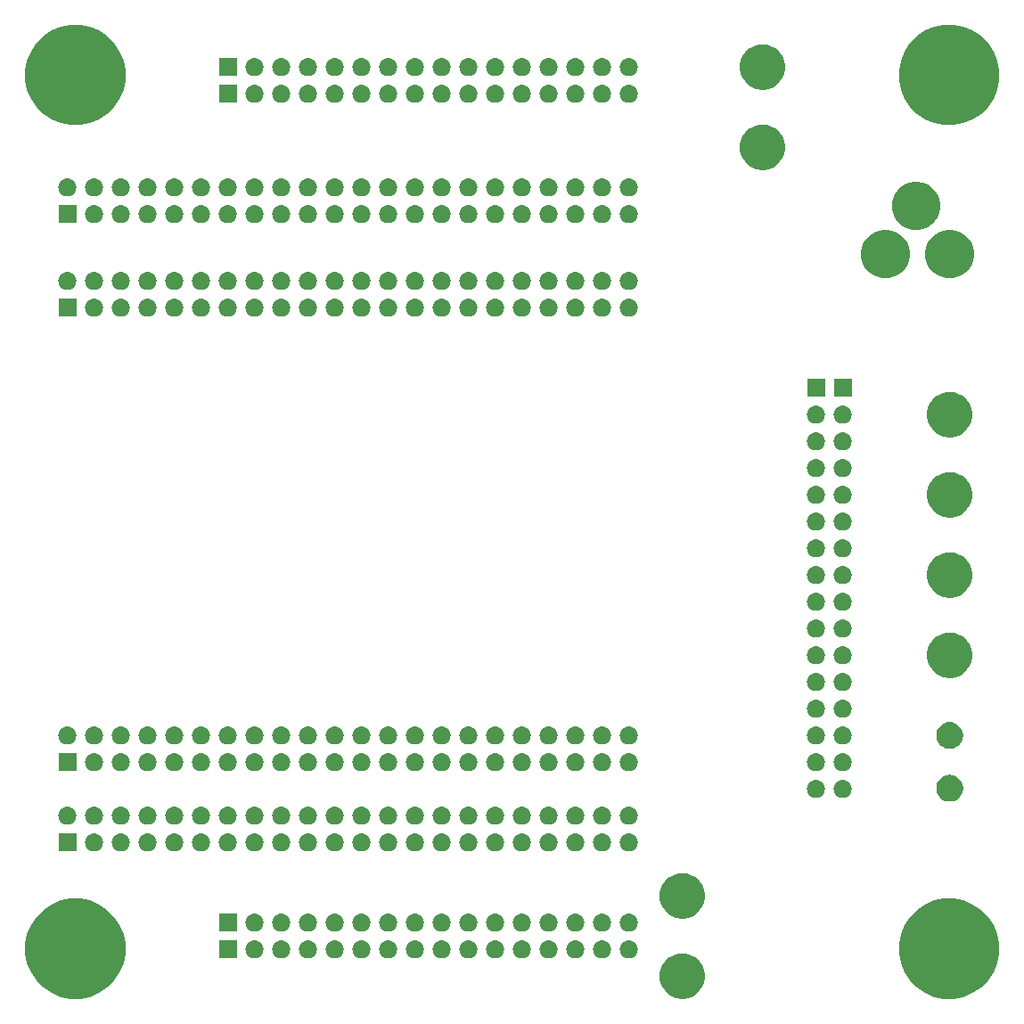
<source format=gbr>
G04 #@! TF.GenerationSoftware,KiCad,Pcbnew,(5.0.2)-1*
G04 #@! TF.CreationDate,2019-03-31T08:08:21-04:00*
G04 #@! TF.ProjectId,BASE-EP4CE6,42415345-2d45-4503-9443-45362e6b6963,X1*
G04 #@! TF.SameCoordinates,Original*
G04 #@! TF.FileFunction,Soldermask,Bot*
G04 #@! TF.FilePolarity,Negative*
%FSLAX46Y46*%
G04 Gerber Fmt 4.6, Leading zero omitted, Abs format (unit mm)*
G04 Created by KiCad (PCBNEW (5.0.2)-1) date 3/31/2019 8:08:21 AM*
%MOMM*%
%LPD*%
G01*
G04 APERTURE LIST*
%ADD10C,0.152400*%
G04 APERTURE END LIST*
D10*
G36*
X100389169Y-94420519D02*
X101255889Y-94779526D01*
X102035920Y-95300726D01*
X102699274Y-95964080D01*
X103220474Y-96744111D01*
X103579481Y-97610831D01*
X103762500Y-98530933D01*
X103762500Y-99469067D01*
X103579481Y-100389169D01*
X103220474Y-101255889D01*
X102699274Y-102035920D01*
X102035920Y-102699274D01*
X101255889Y-103220474D01*
X100389169Y-103579481D01*
X99469067Y-103762500D01*
X98530933Y-103762500D01*
X97610831Y-103579481D01*
X96744111Y-103220474D01*
X95964080Y-102699274D01*
X95300726Y-102035920D01*
X94779526Y-101255889D01*
X94420519Y-100389169D01*
X94237500Y-99469067D01*
X94237500Y-98530933D01*
X94420519Y-97610831D01*
X94779526Y-96744111D01*
X95300726Y-95964080D01*
X95964080Y-95300726D01*
X96744111Y-94779526D01*
X97610831Y-94420519D01*
X98530933Y-94237500D01*
X99469067Y-94237500D01*
X100389169Y-94420519D01*
X100389169Y-94420519D01*
G37*
G36*
X17389169Y-94420519D02*
X18255889Y-94779526D01*
X19035920Y-95300726D01*
X19699274Y-95964080D01*
X20220474Y-96744111D01*
X20579481Y-97610831D01*
X20762500Y-98530933D01*
X20762500Y-99469067D01*
X20579481Y-100389169D01*
X20220474Y-101255889D01*
X19699274Y-102035920D01*
X19035920Y-102699274D01*
X18255889Y-103220474D01*
X17389169Y-103579481D01*
X16469067Y-103762500D01*
X15530933Y-103762500D01*
X14610831Y-103579481D01*
X13744111Y-103220474D01*
X12964080Y-102699274D01*
X12300726Y-102035920D01*
X11779526Y-101255889D01*
X11420519Y-100389169D01*
X11237500Y-99469067D01*
X11237500Y-98530933D01*
X11420519Y-97610831D01*
X11779526Y-96744111D01*
X12300726Y-95964080D01*
X12964080Y-95300726D01*
X13744111Y-94779526D01*
X14610831Y-94420519D01*
X15530933Y-94237500D01*
X16469067Y-94237500D01*
X17389169Y-94420519D01*
X17389169Y-94420519D01*
G37*
G36*
X73967614Y-99469067D02*
X74287132Y-99532623D01*
X74449203Y-99599755D01*
X74678406Y-99694694D01*
X75030548Y-99929988D01*
X75330012Y-100229452D01*
X75565306Y-100581594D01*
X75727377Y-100972869D01*
X75810000Y-101388242D01*
X75810000Y-101811758D01*
X75727377Y-102227131D01*
X75565306Y-102618406D01*
X75330012Y-102970548D01*
X75030548Y-103270012D01*
X74678406Y-103505306D01*
X74499331Y-103579481D01*
X74287132Y-103667377D01*
X74079445Y-103708688D01*
X73871758Y-103750000D01*
X73448242Y-103750000D01*
X73240555Y-103708688D01*
X73032868Y-103667377D01*
X72820669Y-103579481D01*
X72641594Y-103505306D01*
X72289452Y-103270012D01*
X71989988Y-102970548D01*
X71754694Y-102618406D01*
X71592623Y-102227131D01*
X71510000Y-101811758D01*
X71510000Y-101388242D01*
X71592623Y-100972869D01*
X71754694Y-100581594D01*
X71989988Y-100229452D01*
X72289452Y-99929988D01*
X72641594Y-99694694D01*
X72870797Y-99599755D01*
X73032868Y-99532623D01*
X73352386Y-99469067D01*
X73448242Y-99450000D01*
X73871758Y-99450000D01*
X73967614Y-99469067D01*
X73967614Y-99469067D01*
G37*
G36*
X50966630Y-98222299D02*
X51126855Y-98270903D01*
X51274520Y-98349831D01*
X51403949Y-98456051D01*
X51510169Y-98585480D01*
X51589097Y-98733145D01*
X51637701Y-98893370D01*
X51654112Y-99060000D01*
X51637701Y-99226630D01*
X51589097Y-99386855D01*
X51510169Y-99534520D01*
X51403949Y-99663949D01*
X51274520Y-99770169D01*
X51126855Y-99849097D01*
X50966630Y-99897701D01*
X50841752Y-99910000D01*
X50758248Y-99910000D01*
X50633370Y-99897701D01*
X50473145Y-99849097D01*
X50325480Y-99770169D01*
X50196051Y-99663949D01*
X50089831Y-99534520D01*
X50010903Y-99386855D01*
X49962299Y-99226630D01*
X49945888Y-99060000D01*
X49962299Y-98893370D01*
X50010903Y-98733145D01*
X50089831Y-98585480D01*
X50196051Y-98456051D01*
X50325480Y-98349831D01*
X50473145Y-98270903D01*
X50633370Y-98222299D01*
X50758248Y-98210000D01*
X50841752Y-98210000D01*
X50966630Y-98222299D01*
X50966630Y-98222299D01*
G37*
G36*
X31330000Y-99910000D02*
X29630000Y-99910000D01*
X29630000Y-98210000D01*
X31330000Y-98210000D01*
X31330000Y-99910000D01*
X31330000Y-99910000D01*
G37*
G36*
X68746630Y-98222299D02*
X68906855Y-98270903D01*
X69054520Y-98349831D01*
X69183949Y-98456051D01*
X69290169Y-98585480D01*
X69369097Y-98733145D01*
X69417701Y-98893370D01*
X69434112Y-99060000D01*
X69417701Y-99226630D01*
X69369097Y-99386855D01*
X69290169Y-99534520D01*
X69183949Y-99663949D01*
X69054520Y-99770169D01*
X68906855Y-99849097D01*
X68746630Y-99897701D01*
X68621752Y-99910000D01*
X68538248Y-99910000D01*
X68413370Y-99897701D01*
X68253145Y-99849097D01*
X68105480Y-99770169D01*
X67976051Y-99663949D01*
X67869831Y-99534520D01*
X67790903Y-99386855D01*
X67742299Y-99226630D01*
X67725888Y-99060000D01*
X67742299Y-98893370D01*
X67790903Y-98733145D01*
X67869831Y-98585480D01*
X67976051Y-98456051D01*
X68105480Y-98349831D01*
X68253145Y-98270903D01*
X68413370Y-98222299D01*
X68538248Y-98210000D01*
X68621752Y-98210000D01*
X68746630Y-98222299D01*
X68746630Y-98222299D01*
G37*
G36*
X66206630Y-98222299D02*
X66366855Y-98270903D01*
X66514520Y-98349831D01*
X66643949Y-98456051D01*
X66750169Y-98585480D01*
X66829097Y-98733145D01*
X66877701Y-98893370D01*
X66894112Y-99060000D01*
X66877701Y-99226630D01*
X66829097Y-99386855D01*
X66750169Y-99534520D01*
X66643949Y-99663949D01*
X66514520Y-99770169D01*
X66366855Y-99849097D01*
X66206630Y-99897701D01*
X66081752Y-99910000D01*
X65998248Y-99910000D01*
X65873370Y-99897701D01*
X65713145Y-99849097D01*
X65565480Y-99770169D01*
X65436051Y-99663949D01*
X65329831Y-99534520D01*
X65250903Y-99386855D01*
X65202299Y-99226630D01*
X65185888Y-99060000D01*
X65202299Y-98893370D01*
X65250903Y-98733145D01*
X65329831Y-98585480D01*
X65436051Y-98456051D01*
X65565480Y-98349831D01*
X65713145Y-98270903D01*
X65873370Y-98222299D01*
X65998248Y-98210000D01*
X66081752Y-98210000D01*
X66206630Y-98222299D01*
X66206630Y-98222299D01*
G37*
G36*
X63666630Y-98222299D02*
X63826855Y-98270903D01*
X63974520Y-98349831D01*
X64103949Y-98456051D01*
X64210169Y-98585480D01*
X64289097Y-98733145D01*
X64337701Y-98893370D01*
X64354112Y-99060000D01*
X64337701Y-99226630D01*
X64289097Y-99386855D01*
X64210169Y-99534520D01*
X64103949Y-99663949D01*
X63974520Y-99770169D01*
X63826855Y-99849097D01*
X63666630Y-99897701D01*
X63541752Y-99910000D01*
X63458248Y-99910000D01*
X63333370Y-99897701D01*
X63173145Y-99849097D01*
X63025480Y-99770169D01*
X62896051Y-99663949D01*
X62789831Y-99534520D01*
X62710903Y-99386855D01*
X62662299Y-99226630D01*
X62645888Y-99060000D01*
X62662299Y-98893370D01*
X62710903Y-98733145D01*
X62789831Y-98585480D01*
X62896051Y-98456051D01*
X63025480Y-98349831D01*
X63173145Y-98270903D01*
X63333370Y-98222299D01*
X63458248Y-98210000D01*
X63541752Y-98210000D01*
X63666630Y-98222299D01*
X63666630Y-98222299D01*
G37*
G36*
X58586630Y-98222299D02*
X58746855Y-98270903D01*
X58894520Y-98349831D01*
X59023949Y-98456051D01*
X59130169Y-98585480D01*
X59209097Y-98733145D01*
X59257701Y-98893370D01*
X59274112Y-99060000D01*
X59257701Y-99226630D01*
X59209097Y-99386855D01*
X59130169Y-99534520D01*
X59023949Y-99663949D01*
X58894520Y-99770169D01*
X58746855Y-99849097D01*
X58586630Y-99897701D01*
X58461752Y-99910000D01*
X58378248Y-99910000D01*
X58253370Y-99897701D01*
X58093145Y-99849097D01*
X57945480Y-99770169D01*
X57816051Y-99663949D01*
X57709831Y-99534520D01*
X57630903Y-99386855D01*
X57582299Y-99226630D01*
X57565888Y-99060000D01*
X57582299Y-98893370D01*
X57630903Y-98733145D01*
X57709831Y-98585480D01*
X57816051Y-98456051D01*
X57945480Y-98349831D01*
X58093145Y-98270903D01*
X58253370Y-98222299D01*
X58378248Y-98210000D01*
X58461752Y-98210000D01*
X58586630Y-98222299D01*
X58586630Y-98222299D01*
G37*
G36*
X56046630Y-98222299D02*
X56206855Y-98270903D01*
X56354520Y-98349831D01*
X56483949Y-98456051D01*
X56590169Y-98585480D01*
X56669097Y-98733145D01*
X56717701Y-98893370D01*
X56734112Y-99060000D01*
X56717701Y-99226630D01*
X56669097Y-99386855D01*
X56590169Y-99534520D01*
X56483949Y-99663949D01*
X56354520Y-99770169D01*
X56206855Y-99849097D01*
X56046630Y-99897701D01*
X55921752Y-99910000D01*
X55838248Y-99910000D01*
X55713370Y-99897701D01*
X55553145Y-99849097D01*
X55405480Y-99770169D01*
X55276051Y-99663949D01*
X55169831Y-99534520D01*
X55090903Y-99386855D01*
X55042299Y-99226630D01*
X55025888Y-99060000D01*
X55042299Y-98893370D01*
X55090903Y-98733145D01*
X55169831Y-98585480D01*
X55276051Y-98456051D01*
X55405480Y-98349831D01*
X55553145Y-98270903D01*
X55713370Y-98222299D01*
X55838248Y-98210000D01*
X55921752Y-98210000D01*
X56046630Y-98222299D01*
X56046630Y-98222299D01*
G37*
G36*
X53506630Y-98222299D02*
X53666855Y-98270903D01*
X53814520Y-98349831D01*
X53943949Y-98456051D01*
X54050169Y-98585480D01*
X54129097Y-98733145D01*
X54177701Y-98893370D01*
X54194112Y-99060000D01*
X54177701Y-99226630D01*
X54129097Y-99386855D01*
X54050169Y-99534520D01*
X53943949Y-99663949D01*
X53814520Y-99770169D01*
X53666855Y-99849097D01*
X53506630Y-99897701D01*
X53381752Y-99910000D01*
X53298248Y-99910000D01*
X53173370Y-99897701D01*
X53013145Y-99849097D01*
X52865480Y-99770169D01*
X52736051Y-99663949D01*
X52629831Y-99534520D01*
X52550903Y-99386855D01*
X52502299Y-99226630D01*
X52485888Y-99060000D01*
X52502299Y-98893370D01*
X52550903Y-98733145D01*
X52629831Y-98585480D01*
X52736051Y-98456051D01*
X52865480Y-98349831D01*
X53013145Y-98270903D01*
X53173370Y-98222299D01*
X53298248Y-98210000D01*
X53381752Y-98210000D01*
X53506630Y-98222299D01*
X53506630Y-98222299D01*
G37*
G36*
X48426630Y-98222299D02*
X48586855Y-98270903D01*
X48734520Y-98349831D01*
X48863949Y-98456051D01*
X48970169Y-98585480D01*
X49049097Y-98733145D01*
X49097701Y-98893370D01*
X49114112Y-99060000D01*
X49097701Y-99226630D01*
X49049097Y-99386855D01*
X48970169Y-99534520D01*
X48863949Y-99663949D01*
X48734520Y-99770169D01*
X48586855Y-99849097D01*
X48426630Y-99897701D01*
X48301752Y-99910000D01*
X48218248Y-99910000D01*
X48093370Y-99897701D01*
X47933145Y-99849097D01*
X47785480Y-99770169D01*
X47656051Y-99663949D01*
X47549831Y-99534520D01*
X47470903Y-99386855D01*
X47422299Y-99226630D01*
X47405888Y-99060000D01*
X47422299Y-98893370D01*
X47470903Y-98733145D01*
X47549831Y-98585480D01*
X47656051Y-98456051D01*
X47785480Y-98349831D01*
X47933145Y-98270903D01*
X48093370Y-98222299D01*
X48218248Y-98210000D01*
X48301752Y-98210000D01*
X48426630Y-98222299D01*
X48426630Y-98222299D01*
G37*
G36*
X45886630Y-98222299D02*
X46046855Y-98270903D01*
X46194520Y-98349831D01*
X46323949Y-98456051D01*
X46430169Y-98585480D01*
X46509097Y-98733145D01*
X46557701Y-98893370D01*
X46574112Y-99060000D01*
X46557701Y-99226630D01*
X46509097Y-99386855D01*
X46430169Y-99534520D01*
X46323949Y-99663949D01*
X46194520Y-99770169D01*
X46046855Y-99849097D01*
X45886630Y-99897701D01*
X45761752Y-99910000D01*
X45678248Y-99910000D01*
X45553370Y-99897701D01*
X45393145Y-99849097D01*
X45245480Y-99770169D01*
X45116051Y-99663949D01*
X45009831Y-99534520D01*
X44930903Y-99386855D01*
X44882299Y-99226630D01*
X44865888Y-99060000D01*
X44882299Y-98893370D01*
X44930903Y-98733145D01*
X45009831Y-98585480D01*
X45116051Y-98456051D01*
X45245480Y-98349831D01*
X45393145Y-98270903D01*
X45553370Y-98222299D01*
X45678248Y-98210000D01*
X45761752Y-98210000D01*
X45886630Y-98222299D01*
X45886630Y-98222299D01*
G37*
G36*
X43346630Y-98222299D02*
X43506855Y-98270903D01*
X43654520Y-98349831D01*
X43783949Y-98456051D01*
X43890169Y-98585480D01*
X43969097Y-98733145D01*
X44017701Y-98893370D01*
X44034112Y-99060000D01*
X44017701Y-99226630D01*
X43969097Y-99386855D01*
X43890169Y-99534520D01*
X43783949Y-99663949D01*
X43654520Y-99770169D01*
X43506855Y-99849097D01*
X43346630Y-99897701D01*
X43221752Y-99910000D01*
X43138248Y-99910000D01*
X43013370Y-99897701D01*
X42853145Y-99849097D01*
X42705480Y-99770169D01*
X42576051Y-99663949D01*
X42469831Y-99534520D01*
X42390903Y-99386855D01*
X42342299Y-99226630D01*
X42325888Y-99060000D01*
X42342299Y-98893370D01*
X42390903Y-98733145D01*
X42469831Y-98585480D01*
X42576051Y-98456051D01*
X42705480Y-98349831D01*
X42853145Y-98270903D01*
X43013370Y-98222299D01*
X43138248Y-98210000D01*
X43221752Y-98210000D01*
X43346630Y-98222299D01*
X43346630Y-98222299D01*
G37*
G36*
X40806630Y-98222299D02*
X40966855Y-98270903D01*
X41114520Y-98349831D01*
X41243949Y-98456051D01*
X41350169Y-98585480D01*
X41429097Y-98733145D01*
X41477701Y-98893370D01*
X41494112Y-99060000D01*
X41477701Y-99226630D01*
X41429097Y-99386855D01*
X41350169Y-99534520D01*
X41243949Y-99663949D01*
X41114520Y-99770169D01*
X40966855Y-99849097D01*
X40806630Y-99897701D01*
X40681752Y-99910000D01*
X40598248Y-99910000D01*
X40473370Y-99897701D01*
X40313145Y-99849097D01*
X40165480Y-99770169D01*
X40036051Y-99663949D01*
X39929831Y-99534520D01*
X39850903Y-99386855D01*
X39802299Y-99226630D01*
X39785888Y-99060000D01*
X39802299Y-98893370D01*
X39850903Y-98733145D01*
X39929831Y-98585480D01*
X40036051Y-98456051D01*
X40165480Y-98349831D01*
X40313145Y-98270903D01*
X40473370Y-98222299D01*
X40598248Y-98210000D01*
X40681752Y-98210000D01*
X40806630Y-98222299D01*
X40806630Y-98222299D01*
G37*
G36*
X38266630Y-98222299D02*
X38426855Y-98270903D01*
X38574520Y-98349831D01*
X38703949Y-98456051D01*
X38810169Y-98585480D01*
X38889097Y-98733145D01*
X38937701Y-98893370D01*
X38954112Y-99060000D01*
X38937701Y-99226630D01*
X38889097Y-99386855D01*
X38810169Y-99534520D01*
X38703949Y-99663949D01*
X38574520Y-99770169D01*
X38426855Y-99849097D01*
X38266630Y-99897701D01*
X38141752Y-99910000D01*
X38058248Y-99910000D01*
X37933370Y-99897701D01*
X37773145Y-99849097D01*
X37625480Y-99770169D01*
X37496051Y-99663949D01*
X37389831Y-99534520D01*
X37310903Y-99386855D01*
X37262299Y-99226630D01*
X37245888Y-99060000D01*
X37262299Y-98893370D01*
X37310903Y-98733145D01*
X37389831Y-98585480D01*
X37496051Y-98456051D01*
X37625480Y-98349831D01*
X37773145Y-98270903D01*
X37933370Y-98222299D01*
X38058248Y-98210000D01*
X38141752Y-98210000D01*
X38266630Y-98222299D01*
X38266630Y-98222299D01*
G37*
G36*
X35726630Y-98222299D02*
X35886855Y-98270903D01*
X36034520Y-98349831D01*
X36163949Y-98456051D01*
X36270169Y-98585480D01*
X36349097Y-98733145D01*
X36397701Y-98893370D01*
X36414112Y-99060000D01*
X36397701Y-99226630D01*
X36349097Y-99386855D01*
X36270169Y-99534520D01*
X36163949Y-99663949D01*
X36034520Y-99770169D01*
X35886855Y-99849097D01*
X35726630Y-99897701D01*
X35601752Y-99910000D01*
X35518248Y-99910000D01*
X35393370Y-99897701D01*
X35233145Y-99849097D01*
X35085480Y-99770169D01*
X34956051Y-99663949D01*
X34849831Y-99534520D01*
X34770903Y-99386855D01*
X34722299Y-99226630D01*
X34705888Y-99060000D01*
X34722299Y-98893370D01*
X34770903Y-98733145D01*
X34849831Y-98585480D01*
X34956051Y-98456051D01*
X35085480Y-98349831D01*
X35233145Y-98270903D01*
X35393370Y-98222299D01*
X35518248Y-98210000D01*
X35601752Y-98210000D01*
X35726630Y-98222299D01*
X35726630Y-98222299D01*
G37*
G36*
X33186630Y-98222299D02*
X33346855Y-98270903D01*
X33494520Y-98349831D01*
X33623949Y-98456051D01*
X33730169Y-98585480D01*
X33809097Y-98733145D01*
X33857701Y-98893370D01*
X33874112Y-99060000D01*
X33857701Y-99226630D01*
X33809097Y-99386855D01*
X33730169Y-99534520D01*
X33623949Y-99663949D01*
X33494520Y-99770169D01*
X33346855Y-99849097D01*
X33186630Y-99897701D01*
X33061752Y-99910000D01*
X32978248Y-99910000D01*
X32853370Y-99897701D01*
X32693145Y-99849097D01*
X32545480Y-99770169D01*
X32416051Y-99663949D01*
X32309831Y-99534520D01*
X32230903Y-99386855D01*
X32182299Y-99226630D01*
X32165888Y-99060000D01*
X32182299Y-98893370D01*
X32230903Y-98733145D01*
X32309831Y-98585480D01*
X32416051Y-98456051D01*
X32545480Y-98349831D01*
X32693145Y-98270903D01*
X32853370Y-98222299D01*
X32978248Y-98210000D01*
X33061752Y-98210000D01*
X33186630Y-98222299D01*
X33186630Y-98222299D01*
G37*
G36*
X61126630Y-98222299D02*
X61286855Y-98270903D01*
X61434520Y-98349831D01*
X61563949Y-98456051D01*
X61670169Y-98585480D01*
X61749097Y-98733145D01*
X61797701Y-98893370D01*
X61814112Y-99060000D01*
X61797701Y-99226630D01*
X61749097Y-99386855D01*
X61670169Y-99534520D01*
X61563949Y-99663949D01*
X61434520Y-99770169D01*
X61286855Y-99849097D01*
X61126630Y-99897701D01*
X61001752Y-99910000D01*
X60918248Y-99910000D01*
X60793370Y-99897701D01*
X60633145Y-99849097D01*
X60485480Y-99770169D01*
X60356051Y-99663949D01*
X60249831Y-99534520D01*
X60170903Y-99386855D01*
X60122299Y-99226630D01*
X60105888Y-99060000D01*
X60122299Y-98893370D01*
X60170903Y-98733145D01*
X60249831Y-98585480D01*
X60356051Y-98456051D01*
X60485480Y-98349831D01*
X60633145Y-98270903D01*
X60793370Y-98222299D01*
X60918248Y-98210000D01*
X61001752Y-98210000D01*
X61126630Y-98222299D01*
X61126630Y-98222299D01*
G37*
G36*
X61126630Y-95682299D02*
X61286855Y-95730903D01*
X61434520Y-95809831D01*
X61563949Y-95916051D01*
X61670169Y-96045480D01*
X61749097Y-96193145D01*
X61797701Y-96353370D01*
X61814112Y-96520000D01*
X61797701Y-96686630D01*
X61749097Y-96846855D01*
X61670169Y-96994520D01*
X61563949Y-97123949D01*
X61434520Y-97230169D01*
X61286855Y-97309097D01*
X61126630Y-97357701D01*
X61001752Y-97370000D01*
X60918248Y-97370000D01*
X60793370Y-97357701D01*
X60633145Y-97309097D01*
X60485480Y-97230169D01*
X60356051Y-97123949D01*
X60249831Y-96994520D01*
X60170903Y-96846855D01*
X60122299Y-96686630D01*
X60105888Y-96520000D01*
X60122299Y-96353370D01*
X60170903Y-96193145D01*
X60249831Y-96045480D01*
X60356051Y-95916051D01*
X60485480Y-95809831D01*
X60633145Y-95730903D01*
X60793370Y-95682299D01*
X60918248Y-95670000D01*
X61001752Y-95670000D01*
X61126630Y-95682299D01*
X61126630Y-95682299D01*
G37*
G36*
X31330000Y-97370000D02*
X29630000Y-97370000D01*
X29630000Y-95670000D01*
X31330000Y-95670000D01*
X31330000Y-97370000D01*
X31330000Y-97370000D01*
G37*
G36*
X33186630Y-95682299D02*
X33346855Y-95730903D01*
X33494520Y-95809831D01*
X33623949Y-95916051D01*
X33730169Y-96045480D01*
X33809097Y-96193145D01*
X33857701Y-96353370D01*
X33874112Y-96520000D01*
X33857701Y-96686630D01*
X33809097Y-96846855D01*
X33730169Y-96994520D01*
X33623949Y-97123949D01*
X33494520Y-97230169D01*
X33346855Y-97309097D01*
X33186630Y-97357701D01*
X33061752Y-97370000D01*
X32978248Y-97370000D01*
X32853370Y-97357701D01*
X32693145Y-97309097D01*
X32545480Y-97230169D01*
X32416051Y-97123949D01*
X32309831Y-96994520D01*
X32230903Y-96846855D01*
X32182299Y-96686630D01*
X32165888Y-96520000D01*
X32182299Y-96353370D01*
X32230903Y-96193145D01*
X32309831Y-96045480D01*
X32416051Y-95916051D01*
X32545480Y-95809831D01*
X32693145Y-95730903D01*
X32853370Y-95682299D01*
X32978248Y-95670000D01*
X33061752Y-95670000D01*
X33186630Y-95682299D01*
X33186630Y-95682299D01*
G37*
G36*
X35726630Y-95682299D02*
X35886855Y-95730903D01*
X36034520Y-95809831D01*
X36163949Y-95916051D01*
X36270169Y-96045480D01*
X36349097Y-96193145D01*
X36397701Y-96353370D01*
X36414112Y-96520000D01*
X36397701Y-96686630D01*
X36349097Y-96846855D01*
X36270169Y-96994520D01*
X36163949Y-97123949D01*
X36034520Y-97230169D01*
X35886855Y-97309097D01*
X35726630Y-97357701D01*
X35601752Y-97370000D01*
X35518248Y-97370000D01*
X35393370Y-97357701D01*
X35233145Y-97309097D01*
X35085480Y-97230169D01*
X34956051Y-97123949D01*
X34849831Y-96994520D01*
X34770903Y-96846855D01*
X34722299Y-96686630D01*
X34705888Y-96520000D01*
X34722299Y-96353370D01*
X34770903Y-96193145D01*
X34849831Y-96045480D01*
X34956051Y-95916051D01*
X35085480Y-95809831D01*
X35233145Y-95730903D01*
X35393370Y-95682299D01*
X35518248Y-95670000D01*
X35601752Y-95670000D01*
X35726630Y-95682299D01*
X35726630Y-95682299D01*
G37*
G36*
X38266630Y-95682299D02*
X38426855Y-95730903D01*
X38574520Y-95809831D01*
X38703949Y-95916051D01*
X38810169Y-96045480D01*
X38889097Y-96193145D01*
X38937701Y-96353370D01*
X38954112Y-96520000D01*
X38937701Y-96686630D01*
X38889097Y-96846855D01*
X38810169Y-96994520D01*
X38703949Y-97123949D01*
X38574520Y-97230169D01*
X38426855Y-97309097D01*
X38266630Y-97357701D01*
X38141752Y-97370000D01*
X38058248Y-97370000D01*
X37933370Y-97357701D01*
X37773145Y-97309097D01*
X37625480Y-97230169D01*
X37496051Y-97123949D01*
X37389831Y-96994520D01*
X37310903Y-96846855D01*
X37262299Y-96686630D01*
X37245888Y-96520000D01*
X37262299Y-96353370D01*
X37310903Y-96193145D01*
X37389831Y-96045480D01*
X37496051Y-95916051D01*
X37625480Y-95809831D01*
X37773145Y-95730903D01*
X37933370Y-95682299D01*
X38058248Y-95670000D01*
X38141752Y-95670000D01*
X38266630Y-95682299D01*
X38266630Y-95682299D01*
G37*
G36*
X40806630Y-95682299D02*
X40966855Y-95730903D01*
X41114520Y-95809831D01*
X41243949Y-95916051D01*
X41350169Y-96045480D01*
X41429097Y-96193145D01*
X41477701Y-96353370D01*
X41494112Y-96520000D01*
X41477701Y-96686630D01*
X41429097Y-96846855D01*
X41350169Y-96994520D01*
X41243949Y-97123949D01*
X41114520Y-97230169D01*
X40966855Y-97309097D01*
X40806630Y-97357701D01*
X40681752Y-97370000D01*
X40598248Y-97370000D01*
X40473370Y-97357701D01*
X40313145Y-97309097D01*
X40165480Y-97230169D01*
X40036051Y-97123949D01*
X39929831Y-96994520D01*
X39850903Y-96846855D01*
X39802299Y-96686630D01*
X39785888Y-96520000D01*
X39802299Y-96353370D01*
X39850903Y-96193145D01*
X39929831Y-96045480D01*
X40036051Y-95916051D01*
X40165480Y-95809831D01*
X40313145Y-95730903D01*
X40473370Y-95682299D01*
X40598248Y-95670000D01*
X40681752Y-95670000D01*
X40806630Y-95682299D01*
X40806630Y-95682299D01*
G37*
G36*
X43346630Y-95682299D02*
X43506855Y-95730903D01*
X43654520Y-95809831D01*
X43783949Y-95916051D01*
X43890169Y-96045480D01*
X43969097Y-96193145D01*
X44017701Y-96353370D01*
X44034112Y-96520000D01*
X44017701Y-96686630D01*
X43969097Y-96846855D01*
X43890169Y-96994520D01*
X43783949Y-97123949D01*
X43654520Y-97230169D01*
X43506855Y-97309097D01*
X43346630Y-97357701D01*
X43221752Y-97370000D01*
X43138248Y-97370000D01*
X43013370Y-97357701D01*
X42853145Y-97309097D01*
X42705480Y-97230169D01*
X42576051Y-97123949D01*
X42469831Y-96994520D01*
X42390903Y-96846855D01*
X42342299Y-96686630D01*
X42325888Y-96520000D01*
X42342299Y-96353370D01*
X42390903Y-96193145D01*
X42469831Y-96045480D01*
X42576051Y-95916051D01*
X42705480Y-95809831D01*
X42853145Y-95730903D01*
X43013370Y-95682299D01*
X43138248Y-95670000D01*
X43221752Y-95670000D01*
X43346630Y-95682299D01*
X43346630Y-95682299D01*
G37*
G36*
X48426630Y-95682299D02*
X48586855Y-95730903D01*
X48734520Y-95809831D01*
X48863949Y-95916051D01*
X48970169Y-96045480D01*
X49049097Y-96193145D01*
X49097701Y-96353370D01*
X49114112Y-96520000D01*
X49097701Y-96686630D01*
X49049097Y-96846855D01*
X48970169Y-96994520D01*
X48863949Y-97123949D01*
X48734520Y-97230169D01*
X48586855Y-97309097D01*
X48426630Y-97357701D01*
X48301752Y-97370000D01*
X48218248Y-97370000D01*
X48093370Y-97357701D01*
X47933145Y-97309097D01*
X47785480Y-97230169D01*
X47656051Y-97123949D01*
X47549831Y-96994520D01*
X47470903Y-96846855D01*
X47422299Y-96686630D01*
X47405888Y-96520000D01*
X47422299Y-96353370D01*
X47470903Y-96193145D01*
X47549831Y-96045480D01*
X47656051Y-95916051D01*
X47785480Y-95809831D01*
X47933145Y-95730903D01*
X48093370Y-95682299D01*
X48218248Y-95670000D01*
X48301752Y-95670000D01*
X48426630Y-95682299D01*
X48426630Y-95682299D01*
G37*
G36*
X50966630Y-95682299D02*
X51126855Y-95730903D01*
X51274520Y-95809831D01*
X51403949Y-95916051D01*
X51510169Y-96045480D01*
X51589097Y-96193145D01*
X51637701Y-96353370D01*
X51654112Y-96520000D01*
X51637701Y-96686630D01*
X51589097Y-96846855D01*
X51510169Y-96994520D01*
X51403949Y-97123949D01*
X51274520Y-97230169D01*
X51126855Y-97309097D01*
X50966630Y-97357701D01*
X50841752Y-97370000D01*
X50758248Y-97370000D01*
X50633370Y-97357701D01*
X50473145Y-97309097D01*
X50325480Y-97230169D01*
X50196051Y-97123949D01*
X50089831Y-96994520D01*
X50010903Y-96846855D01*
X49962299Y-96686630D01*
X49945888Y-96520000D01*
X49962299Y-96353370D01*
X50010903Y-96193145D01*
X50089831Y-96045480D01*
X50196051Y-95916051D01*
X50325480Y-95809831D01*
X50473145Y-95730903D01*
X50633370Y-95682299D01*
X50758248Y-95670000D01*
X50841752Y-95670000D01*
X50966630Y-95682299D01*
X50966630Y-95682299D01*
G37*
G36*
X53506630Y-95682299D02*
X53666855Y-95730903D01*
X53814520Y-95809831D01*
X53943949Y-95916051D01*
X54050169Y-96045480D01*
X54129097Y-96193145D01*
X54177701Y-96353370D01*
X54194112Y-96520000D01*
X54177701Y-96686630D01*
X54129097Y-96846855D01*
X54050169Y-96994520D01*
X53943949Y-97123949D01*
X53814520Y-97230169D01*
X53666855Y-97309097D01*
X53506630Y-97357701D01*
X53381752Y-97370000D01*
X53298248Y-97370000D01*
X53173370Y-97357701D01*
X53013145Y-97309097D01*
X52865480Y-97230169D01*
X52736051Y-97123949D01*
X52629831Y-96994520D01*
X52550903Y-96846855D01*
X52502299Y-96686630D01*
X52485888Y-96520000D01*
X52502299Y-96353370D01*
X52550903Y-96193145D01*
X52629831Y-96045480D01*
X52736051Y-95916051D01*
X52865480Y-95809831D01*
X53013145Y-95730903D01*
X53173370Y-95682299D01*
X53298248Y-95670000D01*
X53381752Y-95670000D01*
X53506630Y-95682299D01*
X53506630Y-95682299D01*
G37*
G36*
X56046630Y-95682299D02*
X56206855Y-95730903D01*
X56354520Y-95809831D01*
X56483949Y-95916051D01*
X56590169Y-96045480D01*
X56669097Y-96193145D01*
X56717701Y-96353370D01*
X56734112Y-96520000D01*
X56717701Y-96686630D01*
X56669097Y-96846855D01*
X56590169Y-96994520D01*
X56483949Y-97123949D01*
X56354520Y-97230169D01*
X56206855Y-97309097D01*
X56046630Y-97357701D01*
X55921752Y-97370000D01*
X55838248Y-97370000D01*
X55713370Y-97357701D01*
X55553145Y-97309097D01*
X55405480Y-97230169D01*
X55276051Y-97123949D01*
X55169831Y-96994520D01*
X55090903Y-96846855D01*
X55042299Y-96686630D01*
X55025888Y-96520000D01*
X55042299Y-96353370D01*
X55090903Y-96193145D01*
X55169831Y-96045480D01*
X55276051Y-95916051D01*
X55405480Y-95809831D01*
X55553145Y-95730903D01*
X55713370Y-95682299D01*
X55838248Y-95670000D01*
X55921752Y-95670000D01*
X56046630Y-95682299D01*
X56046630Y-95682299D01*
G37*
G36*
X58586630Y-95682299D02*
X58746855Y-95730903D01*
X58894520Y-95809831D01*
X59023949Y-95916051D01*
X59130169Y-96045480D01*
X59209097Y-96193145D01*
X59257701Y-96353370D01*
X59274112Y-96520000D01*
X59257701Y-96686630D01*
X59209097Y-96846855D01*
X59130169Y-96994520D01*
X59023949Y-97123949D01*
X58894520Y-97230169D01*
X58746855Y-97309097D01*
X58586630Y-97357701D01*
X58461752Y-97370000D01*
X58378248Y-97370000D01*
X58253370Y-97357701D01*
X58093145Y-97309097D01*
X57945480Y-97230169D01*
X57816051Y-97123949D01*
X57709831Y-96994520D01*
X57630903Y-96846855D01*
X57582299Y-96686630D01*
X57565888Y-96520000D01*
X57582299Y-96353370D01*
X57630903Y-96193145D01*
X57709831Y-96045480D01*
X57816051Y-95916051D01*
X57945480Y-95809831D01*
X58093145Y-95730903D01*
X58253370Y-95682299D01*
X58378248Y-95670000D01*
X58461752Y-95670000D01*
X58586630Y-95682299D01*
X58586630Y-95682299D01*
G37*
G36*
X63666630Y-95682299D02*
X63826855Y-95730903D01*
X63974520Y-95809831D01*
X64103949Y-95916051D01*
X64210169Y-96045480D01*
X64289097Y-96193145D01*
X64337701Y-96353370D01*
X64354112Y-96520000D01*
X64337701Y-96686630D01*
X64289097Y-96846855D01*
X64210169Y-96994520D01*
X64103949Y-97123949D01*
X63974520Y-97230169D01*
X63826855Y-97309097D01*
X63666630Y-97357701D01*
X63541752Y-97370000D01*
X63458248Y-97370000D01*
X63333370Y-97357701D01*
X63173145Y-97309097D01*
X63025480Y-97230169D01*
X62896051Y-97123949D01*
X62789831Y-96994520D01*
X62710903Y-96846855D01*
X62662299Y-96686630D01*
X62645888Y-96520000D01*
X62662299Y-96353370D01*
X62710903Y-96193145D01*
X62789831Y-96045480D01*
X62896051Y-95916051D01*
X63025480Y-95809831D01*
X63173145Y-95730903D01*
X63333370Y-95682299D01*
X63458248Y-95670000D01*
X63541752Y-95670000D01*
X63666630Y-95682299D01*
X63666630Y-95682299D01*
G37*
G36*
X66206630Y-95682299D02*
X66366855Y-95730903D01*
X66514520Y-95809831D01*
X66643949Y-95916051D01*
X66750169Y-96045480D01*
X66829097Y-96193145D01*
X66877701Y-96353370D01*
X66894112Y-96520000D01*
X66877701Y-96686630D01*
X66829097Y-96846855D01*
X66750169Y-96994520D01*
X66643949Y-97123949D01*
X66514520Y-97230169D01*
X66366855Y-97309097D01*
X66206630Y-97357701D01*
X66081752Y-97370000D01*
X65998248Y-97370000D01*
X65873370Y-97357701D01*
X65713145Y-97309097D01*
X65565480Y-97230169D01*
X65436051Y-97123949D01*
X65329831Y-96994520D01*
X65250903Y-96846855D01*
X65202299Y-96686630D01*
X65185888Y-96520000D01*
X65202299Y-96353370D01*
X65250903Y-96193145D01*
X65329831Y-96045480D01*
X65436051Y-95916051D01*
X65565480Y-95809831D01*
X65713145Y-95730903D01*
X65873370Y-95682299D01*
X65998248Y-95670000D01*
X66081752Y-95670000D01*
X66206630Y-95682299D01*
X66206630Y-95682299D01*
G37*
G36*
X68746630Y-95682299D02*
X68906855Y-95730903D01*
X69054520Y-95809831D01*
X69183949Y-95916051D01*
X69290169Y-96045480D01*
X69369097Y-96193145D01*
X69417701Y-96353370D01*
X69434112Y-96520000D01*
X69417701Y-96686630D01*
X69369097Y-96846855D01*
X69290169Y-96994520D01*
X69183949Y-97123949D01*
X69054520Y-97230169D01*
X68906855Y-97309097D01*
X68746630Y-97357701D01*
X68621752Y-97370000D01*
X68538248Y-97370000D01*
X68413370Y-97357701D01*
X68253145Y-97309097D01*
X68105480Y-97230169D01*
X67976051Y-97123949D01*
X67869831Y-96994520D01*
X67790903Y-96846855D01*
X67742299Y-96686630D01*
X67725888Y-96520000D01*
X67742299Y-96353370D01*
X67790903Y-96193145D01*
X67869831Y-96045480D01*
X67976051Y-95916051D01*
X68105480Y-95809831D01*
X68253145Y-95730903D01*
X68413370Y-95682299D01*
X68538248Y-95670000D01*
X68621752Y-95670000D01*
X68746630Y-95682299D01*
X68746630Y-95682299D01*
G37*
G36*
X45886630Y-95682299D02*
X46046855Y-95730903D01*
X46194520Y-95809831D01*
X46323949Y-95916051D01*
X46430169Y-96045480D01*
X46509097Y-96193145D01*
X46557701Y-96353370D01*
X46574112Y-96520000D01*
X46557701Y-96686630D01*
X46509097Y-96846855D01*
X46430169Y-96994520D01*
X46323949Y-97123949D01*
X46194520Y-97230169D01*
X46046855Y-97309097D01*
X45886630Y-97357701D01*
X45761752Y-97370000D01*
X45678248Y-97370000D01*
X45553370Y-97357701D01*
X45393145Y-97309097D01*
X45245480Y-97230169D01*
X45116051Y-97123949D01*
X45009831Y-96994520D01*
X44930903Y-96846855D01*
X44882299Y-96686630D01*
X44865888Y-96520000D01*
X44882299Y-96353370D01*
X44930903Y-96193145D01*
X45009831Y-96045480D01*
X45116051Y-95916051D01*
X45245480Y-95809831D01*
X45393145Y-95730903D01*
X45553370Y-95682299D01*
X45678248Y-95670000D01*
X45761752Y-95670000D01*
X45886630Y-95682299D01*
X45886630Y-95682299D01*
G37*
G36*
X74079444Y-91871311D02*
X74287132Y-91912623D01*
X74449203Y-91979755D01*
X74678406Y-92074694D01*
X75030548Y-92309988D01*
X75330012Y-92609452D01*
X75565306Y-92961594D01*
X75727377Y-93352869D01*
X75810000Y-93768242D01*
X75810000Y-94191758D01*
X75727377Y-94607131D01*
X75565306Y-94998406D01*
X75330012Y-95350548D01*
X75030548Y-95650012D01*
X74678406Y-95885306D01*
X74488228Y-95964080D01*
X74287132Y-96047377D01*
X74079444Y-96088689D01*
X73871758Y-96130000D01*
X73448242Y-96130000D01*
X73240555Y-96088688D01*
X73032868Y-96047377D01*
X72831772Y-95964080D01*
X72641594Y-95885306D01*
X72289452Y-95650012D01*
X71989988Y-95350548D01*
X71754694Y-94998406D01*
X71592623Y-94607131D01*
X71510000Y-94191758D01*
X71510000Y-93768242D01*
X71592623Y-93352869D01*
X71754694Y-92961594D01*
X71989988Y-92609452D01*
X72289452Y-92309988D01*
X72641594Y-92074694D01*
X72870797Y-91979755D01*
X73032868Y-91912623D01*
X73240556Y-91871311D01*
X73448242Y-91830000D01*
X73871758Y-91830000D01*
X74079444Y-91871311D01*
X74079444Y-91871311D01*
G37*
G36*
X23026630Y-88062299D02*
X23186855Y-88110903D01*
X23334520Y-88189831D01*
X23463949Y-88296051D01*
X23570169Y-88425480D01*
X23649097Y-88573145D01*
X23697701Y-88733370D01*
X23714112Y-88900000D01*
X23697701Y-89066630D01*
X23649097Y-89226855D01*
X23570169Y-89374520D01*
X23463949Y-89503949D01*
X23334520Y-89610169D01*
X23186855Y-89689097D01*
X23026630Y-89737701D01*
X22901752Y-89750000D01*
X22818248Y-89750000D01*
X22693370Y-89737701D01*
X22533145Y-89689097D01*
X22385480Y-89610169D01*
X22256051Y-89503949D01*
X22149831Y-89374520D01*
X22070903Y-89226855D01*
X22022299Y-89066630D01*
X22005888Y-88900000D01*
X22022299Y-88733370D01*
X22070903Y-88573145D01*
X22149831Y-88425480D01*
X22256051Y-88296051D01*
X22385480Y-88189831D01*
X22533145Y-88110903D01*
X22693370Y-88062299D01*
X22818248Y-88050000D01*
X22901752Y-88050000D01*
X23026630Y-88062299D01*
X23026630Y-88062299D01*
G37*
G36*
X16090000Y-89750000D02*
X14390000Y-89750000D01*
X14390000Y-88050000D01*
X16090000Y-88050000D01*
X16090000Y-89750000D01*
X16090000Y-89750000D01*
G37*
G36*
X28106630Y-88062299D02*
X28266855Y-88110903D01*
X28414520Y-88189831D01*
X28543949Y-88296051D01*
X28650169Y-88425480D01*
X28729097Y-88573145D01*
X28777701Y-88733370D01*
X28794112Y-88900000D01*
X28777701Y-89066630D01*
X28729097Y-89226855D01*
X28650169Y-89374520D01*
X28543949Y-89503949D01*
X28414520Y-89610169D01*
X28266855Y-89689097D01*
X28106630Y-89737701D01*
X27981752Y-89750000D01*
X27898248Y-89750000D01*
X27773370Y-89737701D01*
X27613145Y-89689097D01*
X27465480Y-89610169D01*
X27336051Y-89503949D01*
X27229831Y-89374520D01*
X27150903Y-89226855D01*
X27102299Y-89066630D01*
X27085888Y-88900000D01*
X27102299Y-88733370D01*
X27150903Y-88573145D01*
X27229831Y-88425480D01*
X27336051Y-88296051D01*
X27465480Y-88189831D01*
X27613145Y-88110903D01*
X27773370Y-88062299D01*
X27898248Y-88050000D01*
X27981752Y-88050000D01*
X28106630Y-88062299D01*
X28106630Y-88062299D01*
G37*
G36*
X30646630Y-88062299D02*
X30806855Y-88110903D01*
X30954520Y-88189831D01*
X31083949Y-88296051D01*
X31190169Y-88425480D01*
X31269097Y-88573145D01*
X31317701Y-88733370D01*
X31334112Y-88900000D01*
X31317701Y-89066630D01*
X31269097Y-89226855D01*
X31190169Y-89374520D01*
X31083949Y-89503949D01*
X30954520Y-89610169D01*
X30806855Y-89689097D01*
X30646630Y-89737701D01*
X30521752Y-89750000D01*
X30438248Y-89750000D01*
X30313370Y-89737701D01*
X30153145Y-89689097D01*
X30005480Y-89610169D01*
X29876051Y-89503949D01*
X29769831Y-89374520D01*
X29690903Y-89226855D01*
X29642299Y-89066630D01*
X29625888Y-88900000D01*
X29642299Y-88733370D01*
X29690903Y-88573145D01*
X29769831Y-88425480D01*
X29876051Y-88296051D01*
X30005480Y-88189831D01*
X30153145Y-88110903D01*
X30313370Y-88062299D01*
X30438248Y-88050000D01*
X30521752Y-88050000D01*
X30646630Y-88062299D01*
X30646630Y-88062299D01*
G37*
G36*
X33186630Y-88062299D02*
X33346855Y-88110903D01*
X33494520Y-88189831D01*
X33623949Y-88296051D01*
X33730169Y-88425480D01*
X33809097Y-88573145D01*
X33857701Y-88733370D01*
X33874112Y-88900000D01*
X33857701Y-89066630D01*
X33809097Y-89226855D01*
X33730169Y-89374520D01*
X33623949Y-89503949D01*
X33494520Y-89610169D01*
X33346855Y-89689097D01*
X33186630Y-89737701D01*
X33061752Y-89750000D01*
X32978248Y-89750000D01*
X32853370Y-89737701D01*
X32693145Y-89689097D01*
X32545480Y-89610169D01*
X32416051Y-89503949D01*
X32309831Y-89374520D01*
X32230903Y-89226855D01*
X32182299Y-89066630D01*
X32165888Y-88900000D01*
X32182299Y-88733370D01*
X32230903Y-88573145D01*
X32309831Y-88425480D01*
X32416051Y-88296051D01*
X32545480Y-88189831D01*
X32693145Y-88110903D01*
X32853370Y-88062299D01*
X32978248Y-88050000D01*
X33061752Y-88050000D01*
X33186630Y-88062299D01*
X33186630Y-88062299D01*
G37*
G36*
X35726630Y-88062299D02*
X35886855Y-88110903D01*
X36034520Y-88189831D01*
X36163949Y-88296051D01*
X36270169Y-88425480D01*
X36349097Y-88573145D01*
X36397701Y-88733370D01*
X36414112Y-88900000D01*
X36397701Y-89066630D01*
X36349097Y-89226855D01*
X36270169Y-89374520D01*
X36163949Y-89503949D01*
X36034520Y-89610169D01*
X35886855Y-89689097D01*
X35726630Y-89737701D01*
X35601752Y-89750000D01*
X35518248Y-89750000D01*
X35393370Y-89737701D01*
X35233145Y-89689097D01*
X35085480Y-89610169D01*
X34956051Y-89503949D01*
X34849831Y-89374520D01*
X34770903Y-89226855D01*
X34722299Y-89066630D01*
X34705888Y-88900000D01*
X34722299Y-88733370D01*
X34770903Y-88573145D01*
X34849831Y-88425480D01*
X34956051Y-88296051D01*
X35085480Y-88189831D01*
X35233145Y-88110903D01*
X35393370Y-88062299D01*
X35518248Y-88050000D01*
X35601752Y-88050000D01*
X35726630Y-88062299D01*
X35726630Y-88062299D01*
G37*
G36*
X38266630Y-88062299D02*
X38426855Y-88110903D01*
X38574520Y-88189831D01*
X38703949Y-88296051D01*
X38810169Y-88425480D01*
X38889097Y-88573145D01*
X38937701Y-88733370D01*
X38954112Y-88900000D01*
X38937701Y-89066630D01*
X38889097Y-89226855D01*
X38810169Y-89374520D01*
X38703949Y-89503949D01*
X38574520Y-89610169D01*
X38426855Y-89689097D01*
X38266630Y-89737701D01*
X38141752Y-89750000D01*
X38058248Y-89750000D01*
X37933370Y-89737701D01*
X37773145Y-89689097D01*
X37625480Y-89610169D01*
X37496051Y-89503949D01*
X37389831Y-89374520D01*
X37310903Y-89226855D01*
X37262299Y-89066630D01*
X37245888Y-88900000D01*
X37262299Y-88733370D01*
X37310903Y-88573145D01*
X37389831Y-88425480D01*
X37496051Y-88296051D01*
X37625480Y-88189831D01*
X37773145Y-88110903D01*
X37933370Y-88062299D01*
X38058248Y-88050000D01*
X38141752Y-88050000D01*
X38266630Y-88062299D01*
X38266630Y-88062299D01*
G37*
G36*
X40806630Y-88062299D02*
X40966855Y-88110903D01*
X41114520Y-88189831D01*
X41243949Y-88296051D01*
X41350169Y-88425480D01*
X41429097Y-88573145D01*
X41477701Y-88733370D01*
X41494112Y-88900000D01*
X41477701Y-89066630D01*
X41429097Y-89226855D01*
X41350169Y-89374520D01*
X41243949Y-89503949D01*
X41114520Y-89610169D01*
X40966855Y-89689097D01*
X40806630Y-89737701D01*
X40681752Y-89750000D01*
X40598248Y-89750000D01*
X40473370Y-89737701D01*
X40313145Y-89689097D01*
X40165480Y-89610169D01*
X40036051Y-89503949D01*
X39929831Y-89374520D01*
X39850903Y-89226855D01*
X39802299Y-89066630D01*
X39785888Y-88900000D01*
X39802299Y-88733370D01*
X39850903Y-88573145D01*
X39929831Y-88425480D01*
X40036051Y-88296051D01*
X40165480Y-88189831D01*
X40313145Y-88110903D01*
X40473370Y-88062299D01*
X40598248Y-88050000D01*
X40681752Y-88050000D01*
X40806630Y-88062299D01*
X40806630Y-88062299D01*
G37*
G36*
X43346630Y-88062299D02*
X43506855Y-88110903D01*
X43654520Y-88189831D01*
X43783949Y-88296051D01*
X43890169Y-88425480D01*
X43969097Y-88573145D01*
X44017701Y-88733370D01*
X44034112Y-88900000D01*
X44017701Y-89066630D01*
X43969097Y-89226855D01*
X43890169Y-89374520D01*
X43783949Y-89503949D01*
X43654520Y-89610169D01*
X43506855Y-89689097D01*
X43346630Y-89737701D01*
X43221752Y-89750000D01*
X43138248Y-89750000D01*
X43013370Y-89737701D01*
X42853145Y-89689097D01*
X42705480Y-89610169D01*
X42576051Y-89503949D01*
X42469831Y-89374520D01*
X42390903Y-89226855D01*
X42342299Y-89066630D01*
X42325888Y-88900000D01*
X42342299Y-88733370D01*
X42390903Y-88573145D01*
X42469831Y-88425480D01*
X42576051Y-88296051D01*
X42705480Y-88189831D01*
X42853145Y-88110903D01*
X43013370Y-88062299D01*
X43138248Y-88050000D01*
X43221752Y-88050000D01*
X43346630Y-88062299D01*
X43346630Y-88062299D01*
G37*
G36*
X45886630Y-88062299D02*
X46046855Y-88110903D01*
X46194520Y-88189831D01*
X46323949Y-88296051D01*
X46430169Y-88425480D01*
X46509097Y-88573145D01*
X46557701Y-88733370D01*
X46574112Y-88900000D01*
X46557701Y-89066630D01*
X46509097Y-89226855D01*
X46430169Y-89374520D01*
X46323949Y-89503949D01*
X46194520Y-89610169D01*
X46046855Y-89689097D01*
X45886630Y-89737701D01*
X45761752Y-89750000D01*
X45678248Y-89750000D01*
X45553370Y-89737701D01*
X45393145Y-89689097D01*
X45245480Y-89610169D01*
X45116051Y-89503949D01*
X45009831Y-89374520D01*
X44930903Y-89226855D01*
X44882299Y-89066630D01*
X44865888Y-88900000D01*
X44882299Y-88733370D01*
X44930903Y-88573145D01*
X45009831Y-88425480D01*
X45116051Y-88296051D01*
X45245480Y-88189831D01*
X45393145Y-88110903D01*
X45553370Y-88062299D01*
X45678248Y-88050000D01*
X45761752Y-88050000D01*
X45886630Y-88062299D01*
X45886630Y-88062299D01*
G37*
G36*
X20486630Y-88062299D02*
X20646855Y-88110903D01*
X20794520Y-88189831D01*
X20923949Y-88296051D01*
X21030169Y-88425480D01*
X21109097Y-88573145D01*
X21157701Y-88733370D01*
X21174112Y-88900000D01*
X21157701Y-89066630D01*
X21109097Y-89226855D01*
X21030169Y-89374520D01*
X20923949Y-89503949D01*
X20794520Y-89610169D01*
X20646855Y-89689097D01*
X20486630Y-89737701D01*
X20361752Y-89750000D01*
X20278248Y-89750000D01*
X20153370Y-89737701D01*
X19993145Y-89689097D01*
X19845480Y-89610169D01*
X19716051Y-89503949D01*
X19609831Y-89374520D01*
X19530903Y-89226855D01*
X19482299Y-89066630D01*
X19465888Y-88900000D01*
X19482299Y-88733370D01*
X19530903Y-88573145D01*
X19609831Y-88425480D01*
X19716051Y-88296051D01*
X19845480Y-88189831D01*
X19993145Y-88110903D01*
X20153370Y-88062299D01*
X20278248Y-88050000D01*
X20361752Y-88050000D01*
X20486630Y-88062299D01*
X20486630Y-88062299D01*
G37*
G36*
X53506630Y-88062299D02*
X53666855Y-88110903D01*
X53814520Y-88189831D01*
X53943949Y-88296051D01*
X54050169Y-88425480D01*
X54129097Y-88573145D01*
X54177701Y-88733370D01*
X54194112Y-88900000D01*
X54177701Y-89066630D01*
X54129097Y-89226855D01*
X54050169Y-89374520D01*
X53943949Y-89503949D01*
X53814520Y-89610169D01*
X53666855Y-89689097D01*
X53506630Y-89737701D01*
X53381752Y-89750000D01*
X53298248Y-89750000D01*
X53173370Y-89737701D01*
X53013145Y-89689097D01*
X52865480Y-89610169D01*
X52736051Y-89503949D01*
X52629831Y-89374520D01*
X52550903Y-89226855D01*
X52502299Y-89066630D01*
X52485888Y-88900000D01*
X52502299Y-88733370D01*
X52550903Y-88573145D01*
X52629831Y-88425480D01*
X52736051Y-88296051D01*
X52865480Y-88189831D01*
X53013145Y-88110903D01*
X53173370Y-88062299D01*
X53298248Y-88050000D01*
X53381752Y-88050000D01*
X53506630Y-88062299D01*
X53506630Y-88062299D01*
G37*
G36*
X56046630Y-88062299D02*
X56206855Y-88110903D01*
X56354520Y-88189831D01*
X56483949Y-88296051D01*
X56590169Y-88425480D01*
X56669097Y-88573145D01*
X56717701Y-88733370D01*
X56734112Y-88900000D01*
X56717701Y-89066630D01*
X56669097Y-89226855D01*
X56590169Y-89374520D01*
X56483949Y-89503949D01*
X56354520Y-89610169D01*
X56206855Y-89689097D01*
X56046630Y-89737701D01*
X55921752Y-89750000D01*
X55838248Y-89750000D01*
X55713370Y-89737701D01*
X55553145Y-89689097D01*
X55405480Y-89610169D01*
X55276051Y-89503949D01*
X55169831Y-89374520D01*
X55090903Y-89226855D01*
X55042299Y-89066630D01*
X55025888Y-88900000D01*
X55042299Y-88733370D01*
X55090903Y-88573145D01*
X55169831Y-88425480D01*
X55276051Y-88296051D01*
X55405480Y-88189831D01*
X55553145Y-88110903D01*
X55713370Y-88062299D01*
X55838248Y-88050000D01*
X55921752Y-88050000D01*
X56046630Y-88062299D01*
X56046630Y-88062299D01*
G37*
G36*
X58586630Y-88062299D02*
X58746855Y-88110903D01*
X58894520Y-88189831D01*
X59023949Y-88296051D01*
X59130169Y-88425480D01*
X59209097Y-88573145D01*
X59257701Y-88733370D01*
X59274112Y-88900000D01*
X59257701Y-89066630D01*
X59209097Y-89226855D01*
X59130169Y-89374520D01*
X59023949Y-89503949D01*
X58894520Y-89610169D01*
X58746855Y-89689097D01*
X58586630Y-89737701D01*
X58461752Y-89750000D01*
X58378248Y-89750000D01*
X58253370Y-89737701D01*
X58093145Y-89689097D01*
X57945480Y-89610169D01*
X57816051Y-89503949D01*
X57709831Y-89374520D01*
X57630903Y-89226855D01*
X57582299Y-89066630D01*
X57565888Y-88900000D01*
X57582299Y-88733370D01*
X57630903Y-88573145D01*
X57709831Y-88425480D01*
X57816051Y-88296051D01*
X57945480Y-88189831D01*
X58093145Y-88110903D01*
X58253370Y-88062299D01*
X58378248Y-88050000D01*
X58461752Y-88050000D01*
X58586630Y-88062299D01*
X58586630Y-88062299D01*
G37*
G36*
X61126630Y-88062299D02*
X61286855Y-88110903D01*
X61434520Y-88189831D01*
X61563949Y-88296051D01*
X61670169Y-88425480D01*
X61749097Y-88573145D01*
X61797701Y-88733370D01*
X61814112Y-88900000D01*
X61797701Y-89066630D01*
X61749097Y-89226855D01*
X61670169Y-89374520D01*
X61563949Y-89503949D01*
X61434520Y-89610169D01*
X61286855Y-89689097D01*
X61126630Y-89737701D01*
X61001752Y-89750000D01*
X60918248Y-89750000D01*
X60793370Y-89737701D01*
X60633145Y-89689097D01*
X60485480Y-89610169D01*
X60356051Y-89503949D01*
X60249831Y-89374520D01*
X60170903Y-89226855D01*
X60122299Y-89066630D01*
X60105888Y-88900000D01*
X60122299Y-88733370D01*
X60170903Y-88573145D01*
X60249831Y-88425480D01*
X60356051Y-88296051D01*
X60485480Y-88189831D01*
X60633145Y-88110903D01*
X60793370Y-88062299D01*
X60918248Y-88050000D01*
X61001752Y-88050000D01*
X61126630Y-88062299D01*
X61126630Y-88062299D01*
G37*
G36*
X63666630Y-88062299D02*
X63826855Y-88110903D01*
X63974520Y-88189831D01*
X64103949Y-88296051D01*
X64210169Y-88425480D01*
X64289097Y-88573145D01*
X64337701Y-88733370D01*
X64354112Y-88900000D01*
X64337701Y-89066630D01*
X64289097Y-89226855D01*
X64210169Y-89374520D01*
X64103949Y-89503949D01*
X63974520Y-89610169D01*
X63826855Y-89689097D01*
X63666630Y-89737701D01*
X63541752Y-89750000D01*
X63458248Y-89750000D01*
X63333370Y-89737701D01*
X63173145Y-89689097D01*
X63025480Y-89610169D01*
X62896051Y-89503949D01*
X62789831Y-89374520D01*
X62710903Y-89226855D01*
X62662299Y-89066630D01*
X62645888Y-88900000D01*
X62662299Y-88733370D01*
X62710903Y-88573145D01*
X62789831Y-88425480D01*
X62896051Y-88296051D01*
X63025480Y-88189831D01*
X63173145Y-88110903D01*
X63333370Y-88062299D01*
X63458248Y-88050000D01*
X63541752Y-88050000D01*
X63666630Y-88062299D01*
X63666630Y-88062299D01*
G37*
G36*
X66206630Y-88062299D02*
X66366855Y-88110903D01*
X66514520Y-88189831D01*
X66643949Y-88296051D01*
X66750169Y-88425480D01*
X66829097Y-88573145D01*
X66877701Y-88733370D01*
X66894112Y-88900000D01*
X66877701Y-89066630D01*
X66829097Y-89226855D01*
X66750169Y-89374520D01*
X66643949Y-89503949D01*
X66514520Y-89610169D01*
X66366855Y-89689097D01*
X66206630Y-89737701D01*
X66081752Y-89750000D01*
X65998248Y-89750000D01*
X65873370Y-89737701D01*
X65713145Y-89689097D01*
X65565480Y-89610169D01*
X65436051Y-89503949D01*
X65329831Y-89374520D01*
X65250903Y-89226855D01*
X65202299Y-89066630D01*
X65185888Y-88900000D01*
X65202299Y-88733370D01*
X65250903Y-88573145D01*
X65329831Y-88425480D01*
X65436051Y-88296051D01*
X65565480Y-88189831D01*
X65713145Y-88110903D01*
X65873370Y-88062299D01*
X65998248Y-88050000D01*
X66081752Y-88050000D01*
X66206630Y-88062299D01*
X66206630Y-88062299D01*
G37*
G36*
X68746630Y-88062299D02*
X68906855Y-88110903D01*
X69054520Y-88189831D01*
X69183949Y-88296051D01*
X69290169Y-88425480D01*
X69369097Y-88573145D01*
X69417701Y-88733370D01*
X69434112Y-88900000D01*
X69417701Y-89066630D01*
X69369097Y-89226855D01*
X69290169Y-89374520D01*
X69183949Y-89503949D01*
X69054520Y-89610169D01*
X68906855Y-89689097D01*
X68746630Y-89737701D01*
X68621752Y-89750000D01*
X68538248Y-89750000D01*
X68413370Y-89737701D01*
X68253145Y-89689097D01*
X68105480Y-89610169D01*
X67976051Y-89503949D01*
X67869831Y-89374520D01*
X67790903Y-89226855D01*
X67742299Y-89066630D01*
X67725888Y-88900000D01*
X67742299Y-88733370D01*
X67790903Y-88573145D01*
X67869831Y-88425480D01*
X67976051Y-88296051D01*
X68105480Y-88189831D01*
X68253145Y-88110903D01*
X68413370Y-88062299D01*
X68538248Y-88050000D01*
X68621752Y-88050000D01*
X68746630Y-88062299D01*
X68746630Y-88062299D01*
G37*
G36*
X48426630Y-88062299D02*
X48586855Y-88110903D01*
X48734520Y-88189831D01*
X48863949Y-88296051D01*
X48970169Y-88425480D01*
X49049097Y-88573145D01*
X49097701Y-88733370D01*
X49114112Y-88900000D01*
X49097701Y-89066630D01*
X49049097Y-89226855D01*
X48970169Y-89374520D01*
X48863949Y-89503949D01*
X48734520Y-89610169D01*
X48586855Y-89689097D01*
X48426630Y-89737701D01*
X48301752Y-89750000D01*
X48218248Y-89750000D01*
X48093370Y-89737701D01*
X47933145Y-89689097D01*
X47785480Y-89610169D01*
X47656051Y-89503949D01*
X47549831Y-89374520D01*
X47470903Y-89226855D01*
X47422299Y-89066630D01*
X47405888Y-88900000D01*
X47422299Y-88733370D01*
X47470903Y-88573145D01*
X47549831Y-88425480D01*
X47656051Y-88296051D01*
X47785480Y-88189831D01*
X47933145Y-88110903D01*
X48093370Y-88062299D01*
X48218248Y-88050000D01*
X48301752Y-88050000D01*
X48426630Y-88062299D01*
X48426630Y-88062299D01*
G37*
G36*
X17946630Y-88062299D02*
X18106855Y-88110903D01*
X18254520Y-88189831D01*
X18383949Y-88296051D01*
X18490169Y-88425480D01*
X18569097Y-88573145D01*
X18617701Y-88733370D01*
X18634112Y-88900000D01*
X18617701Y-89066630D01*
X18569097Y-89226855D01*
X18490169Y-89374520D01*
X18383949Y-89503949D01*
X18254520Y-89610169D01*
X18106855Y-89689097D01*
X17946630Y-89737701D01*
X17821752Y-89750000D01*
X17738248Y-89750000D01*
X17613370Y-89737701D01*
X17453145Y-89689097D01*
X17305480Y-89610169D01*
X17176051Y-89503949D01*
X17069831Y-89374520D01*
X16990903Y-89226855D01*
X16942299Y-89066630D01*
X16925888Y-88900000D01*
X16942299Y-88733370D01*
X16990903Y-88573145D01*
X17069831Y-88425480D01*
X17176051Y-88296051D01*
X17305480Y-88189831D01*
X17453145Y-88110903D01*
X17613370Y-88062299D01*
X17738248Y-88050000D01*
X17821752Y-88050000D01*
X17946630Y-88062299D01*
X17946630Y-88062299D01*
G37*
G36*
X25566630Y-88062299D02*
X25726855Y-88110903D01*
X25874520Y-88189831D01*
X26003949Y-88296051D01*
X26110169Y-88425480D01*
X26189097Y-88573145D01*
X26237701Y-88733370D01*
X26254112Y-88900000D01*
X26237701Y-89066630D01*
X26189097Y-89226855D01*
X26110169Y-89374520D01*
X26003949Y-89503949D01*
X25874520Y-89610169D01*
X25726855Y-89689097D01*
X25566630Y-89737701D01*
X25441752Y-89750000D01*
X25358248Y-89750000D01*
X25233370Y-89737701D01*
X25073145Y-89689097D01*
X24925480Y-89610169D01*
X24796051Y-89503949D01*
X24689831Y-89374520D01*
X24610903Y-89226855D01*
X24562299Y-89066630D01*
X24545888Y-88900000D01*
X24562299Y-88733370D01*
X24610903Y-88573145D01*
X24689831Y-88425480D01*
X24796051Y-88296051D01*
X24925480Y-88189831D01*
X25073145Y-88110903D01*
X25233370Y-88062299D01*
X25358248Y-88050000D01*
X25441752Y-88050000D01*
X25566630Y-88062299D01*
X25566630Y-88062299D01*
G37*
G36*
X50966630Y-88062299D02*
X51126855Y-88110903D01*
X51274520Y-88189831D01*
X51403949Y-88296051D01*
X51510169Y-88425480D01*
X51589097Y-88573145D01*
X51637701Y-88733370D01*
X51654112Y-88900000D01*
X51637701Y-89066630D01*
X51589097Y-89226855D01*
X51510169Y-89374520D01*
X51403949Y-89503949D01*
X51274520Y-89610169D01*
X51126855Y-89689097D01*
X50966630Y-89737701D01*
X50841752Y-89750000D01*
X50758248Y-89750000D01*
X50633370Y-89737701D01*
X50473145Y-89689097D01*
X50325480Y-89610169D01*
X50196051Y-89503949D01*
X50089831Y-89374520D01*
X50010903Y-89226855D01*
X49962299Y-89066630D01*
X49945888Y-88900000D01*
X49962299Y-88733370D01*
X50010903Y-88573145D01*
X50089831Y-88425480D01*
X50196051Y-88296051D01*
X50325480Y-88189831D01*
X50473145Y-88110903D01*
X50633370Y-88062299D01*
X50758248Y-88050000D01*
X50841752Y-88050000D01*
X50966630Y-88062299D01*
X50966630Y-88062299D01*
G37*
G36*
X15406630Y-85522299D02*
X15566855Y-85570903D01*
X15714520Y-85649831D01*
X15843949Y-85756051D01*
X15950169Y-85885480D01*
X16029097Y-86033145D01*
X16077701Y-86193370D01*
X16094112Y-86360000D01*
X16077701Y-86526630D01*
X16029097Y-86686855D01*
X15950169Y-86834520D01*
X15843949Y-86963949D01*
X15714520Y-87070169D01*
X15566855Y-87149097D01*
X15406630Y-87197701D01*
X15281752Y-87210000D01*
X15198248Y-87210000D01*
X15073370Y-87197701D01*
X14913145Y-87149097D01*
X14765480Y-87070169D01*
X14636051Y-86963949D01*
X14529831Y-86834520D01*
X14450903Y-86686855D01*
X14402299Y-86526630D01*
X14385888Y-86360000D01*
X14402299Y-86193370D01*
X14450903Y-86033145D01*
X14529831Y-85885480D01*
X14636051Y-85756051D01*
X14765480Y-85649831D01*
X14913145Y-85570903D01*
X15073370Y-85522299D01*
X15198248Y-85510000D01*
X15281752Y-85510000D01*
X15406630Y-85522299D01*
X15406630Y-85522299D01*
G37*
G36*
X38266630Y-85522299D02*
X38426855Y-85570903D01*
X38574520Y-85649831D01*
X38703949Y-85756051D01*
X38810169Y-85885480D01*
X38889097Y-86033145D01*
X38937701Y-86193370D01*
X38954112Y-86360000D01*
X38937701Y-86526630D01*
X38889097Y-86686855D01*
X38810169Y-86834520D01*
X38703949Y-86963949D01*
X38574520Y-87070169D01*
X38426855Y-87149097D01*
X38266630Y-87197701D01*
X38141752Y-87210000D01*
X38058248Y-87210000D01*
X37933370Y-87197701D01*
X37773145Y-87149097D01*
X37625480Y-87070169D01*
X37496051Y-86963949D01*
X37389831Y-86834520D01*
X37310903Y-86686855D01*
X37262299Y-86526630D01*
X37245888Y-86360000D01*
X37262299Y-86193370D01*
X37310903Y-86033145D01*
X37389831Y-85885480D01*
X37496051Y-85756051D01*
X37625480Y-85649831D01*
X37773145Y-85570903D01*
X37933370Y-85522299D01*
X38058248Y-85510000D01*
X38141752Y-85510000D01*
X38266630Y-85522299D01*
X38266630Y-85522299D01*
G37*
G36*
X35726630Y-85522299D02*
X35886855Y-85570903D01*
X36034520Y-85649831D01*
X36163949Y-85756051D01*
X36270169Y-85885480D01*
X36349097Y-86033145D01*
X36397701Y-86193370D01*
X36414112Y-86360000D01*
X36397701Y-86526630D01*
X36349097Y-86686855D01*
X36270169Y-86834520D01*
X36163949Y-86963949D01*
X36034520Y-87070169D01*
X35886855Y-87149097D01*
X35726630Y-87197701D01*
X35601752Y-87210000D01*
X35518248Y-87210000D01*
X35393370Y-87197701D01*
X35233145Y-87149097D01*
X35085480Y-87070169D01*
X34956051Y-86963949D01*
X34849831Y-86834520D01*
X34770903Y-86686855D01*
X34722299Y-86526630D01*
X34705888Y-86360000D01*
X34722299Y-86193370D01*
X34770903Y-86033145D01*
X34849831Y-85885480D01*
X34956051Y-85756051D01*
X35085480Y-85649831D01*
X35233145Y-85570903D01*
X35393370Y-85522299D01*
X35518248Y-85510000D01*
X35601752Y-85510000D01*
X35726630Y-85522299D01*
X35726630Y-85522299D01*
G37*
G36*
X68746630Y-85522299D02*
X68906855Y-85570903D01*
X69054520Y-85649831D01*
X69183949Y-85756051D01*
X69290169Y-85885480D01*
X69369097Y-86033145D01*
X69417701Y-86193370D01*
X69434112Y-86360000D01*
X69417701Y-86526630D01*
X69369097Y-86686855D01*
X69290169Y-86834520D01*
X69183949Y-86963949D01*
X69054520Y-87070169D01*
X68906855Y-87149097D01*
X68746630Y-87197701D01*
X68621752Y-87210000D01*
X68538248Y-87210000D01*
X68413370Y-87197701D01*
X68253145Y-87149097D01*
X68105480Y-87070169D01*
X67976051Y-86963949D01*
X67869831Y-86834520D01*
X67790903Y-86686855D01*
X67742299Y-86526630D01*
X67725888Y-86360000D01*
X67742299Y-86193370D01*
X67790903Y-86033145D01*
X67869831Y-85885480D01*
X67976051Y-85756051D01*
X68105480Y-85649831D01*
X68253145Y-85570903D01*
X68413370Y-85522299D01*
X68538248Y-85510000D01*
X68621752Y-85510000D01*
X68746630Y-85522299D01*
X68746630Y-85522299D01*
G37*
G36*
X33186630Y-85522299D02*
X33346855Y-85570903D01*
X33494520Y-85649831D01*
X33623949Y-85756051D01*
X33730169Y-85885480D01*
X33809097Y-86033145D01*
X33857701Y-86193370D01*
X33874112Y-86360000D01*
X33857701Y-86526630D01*
X33809097Y-86686855D01*
X33730169Y-86834520D01*
X33623949Y-86963949D01*
X33494520Y-87070169D01*
X33346855Y-87149097D01*
X33186630Y-87197701D01*
X33061752Y-87210000D01*
X32978248Y-87210000D01*
X32853370Y-87197701D01*
X32693145Y-87149097D01*
X32545480Y-87070169D01*
X32416051Y-86963949D01*
X32309831Y-86834520D01*
X32230903Y-86686855D01*
X32182299Y-86526630D01*
X32165888Y-86360000D01*
X32182299Y-86193370D01*
X32230903Y-86033145D01*
X32309831Y-85885480D01*
X32416051Y-85756051D01*
X32545480Y-85649831D01*
X32693145Y-85570903D01*
X32853370Y-85522299D01*
X32978248Y-85510000D01*
X33061752Y-85510000D01*
X33186630Y-85522299D01*
X33186630Y-85522299D01*
G37*
G36*
X30646630Y-85522299D02*
X30806855Y-85570903D01*
X30954520Y-85649831D01*
X31083949Y-85756051D01*
X31190169Y-85885480D01*
X31269097Y-86033145D01*
X31317701Y-86193370D01*
X31334112Y-86360000D01*
X31317701Y-86526630D01*
X31269097Y-86686855D01*
X31190169Y-86834520D01*
X31083949Y-86963949D01*
X30954520Y-87070169D01*
X30806855Y-87149097D01*
X30646630Y-87197701D01*
X30521752Y-87210000D01*
X30438248Y-87210000D01*
X30313370Y-87197701D01*
X30153145Y-87149097D01*
X30005480Y-87070169D01*
X29876051Y-86963949D01*
X29769831Y-86834520D01*
X29690903Y-86686855D01*
X29642299Y-86526630D01*
X29625888Y-86360000D01*
X29642299Y-86193370D01*
X29690903Y-86033145D01*
X29769831Y-85885480D01*
X29876051Y-85756051D01*
X30005480Y-85649831D01*
X30153145Y-85570903D01*
X30313370Y-85522299D01*
X30438248Y-85510000D01*
X30521752Y-85510000D01*
X30646630Y-85522299D01*
X30646630Y-85522299D01*
G37*
G36*
X28106630Y-85522299D02*
X28266855Y-85570903D01*
X28414520Y-85649831D01*
X28543949Y-85756051D01*
X28650169Y-85885480D01*
X28729097Y-86033145D01*
X28777701Y-86193370D01*
X28794112Y-86360000D01*
X28777701Y-86526630D01*
X28729097Y-86686855D01*
X28650169Y-86834520D01*
X28543949Y-86963949D01*
X28414520Y-87070169D01*
X28266855Y-87149097D01*
X28106630Y-87197701D01*
X27981752Y-87210000D01*
X27898248Y-87210000D01*
X27773370Y-87197701D01*
X27613145Y-87149097D01*
X27465480Y-87070169D01*
X27336051Y-86963949D01*
X27229831Y-86834520D01*
X27150903Y-86686855D01*
X27102299Y-86526630D01*
X27085888Y-86360000D01*
X27102299Y-86193370D01*
X27150903Y-86033145D01*
X27229831Y-85885480D01*
X27336051Y-85756051D01*
X27465480Y-85649831D01*
X27613145Y-85570903D01*
X27773370Y-85522299D01*
X27898248Y-85510000D01*
X27981752Y-85510000D01*
X28106630Y-85522299D01*
X28106630Y-85522299D01*
G37*
G36*
X25566630Y-85522299D02*
X25726855Y-85570903D01*
X25874520Y-85649831D01*
X26003949Y-85756051D01*
X26110169Y-85885480D01*
X26189097Y-86033145D01*
X26237701Y-86193370D01*
X26254112Y-86360000D01*
X26237701Y-86526630D01*
X26189097Y-86686855D01*
X26110169Y-86834520D01*
X26003949Y-86963949D01*
X25874520Y-87070169D01*
X25726855Y-87149097D01*
X25566630Y-87197701D01*
X25441752Y-87210000D01*
X25358248Y-87210000D01*
X25233370Y-87197701D01*
X25073145Y-87149097D01*
X24925480Y-87070169D01*
X24796051Y-86963949D01*
X24689831Y-86834520D01*
X24610903Y-86686855D01*
X24562299Y-86526630D01*
X24545888Y-86360000D01*
X24562299Y-86193370D01*
X24610903Y-86033145D01*
X24689831Y-85885480D01*
X24796051Y-85756051D01*
X24925480Y-85649831D01*
X25073145Y-85570903D01*
X25233370Y-85522299D01*
X25358248Y-85510000D01*
X25441752Y-85510000D01*
X25566630Y-85522299D01*
X25566630Y-85522299D01*
G37*
G36*
X23026630Y-85522299D02*
X23186855Y-85570903D01*
X23334520Y-85649831D01*
X23463949Y-85756051D01*
X23570169Y-85885480D01*
X23649097Y-86033145D01*
X23697701Y-86193370D01*
X23714112Y-86360000D01*
X23697701Y-86526630D01*
X23649097Y-86686855D01*
X23570169Y-86834520D01*
X23463949Y-86963949D01*
X23334520Y-87070169D01*
X23186855Y-87149097D01*
X23026630Y-87197701D01*
X22901752Y-87210000D01*
X22818248Y-87210000D01*
X22693370Y-87197701D01*
X22533145Y-87149097D01*
X22385480Y-87070169D01*
X22256051Y-86963949D01*
X22149831Y-86834520D01*
X22070903Y-86686855D01*
X22022299Y-86526630D01*
X22005888Y-86360000D01*
X22022299Y-86193370D01*
X22070903Y-86033145D01*
X22149831Y-85885480D01*
X22256051Y-85756051D01*
X22385480Y-85649831D01*
X22533145Y-85570903D01*
X22693370Y-85522299D01*
X22818248Y-85510000D01*
X22901752Y-85510000D01*
X23026630Y-85522299D01*
X23026630Y-85522299D01*
G37*
G36*
X20486630Y-85522299D02*
X20646855Y-85570903D01*
X20794520Y-85649831D01*
X20923949Y-85756051D01*
X21030169Y-85885480D01*
X21109097Y-86033145D01*
X21157701Y-86193370D01*
X21174112Y-86360000D01*
X21157701Y-86526630D01*
X21109097Y-86686855D01*
X21030169Y-86834520D01*
X20923949Y-86963949D01*
X20794520Y-87070169D01*
X20646855Y-87149097D01*
X20486630Y-87197701D01*
X20361752Y-87210000D01*
X20278248Y-87210000D01*
X20153370Y-87197701D01*
X19993145Y-87149097D01*
X19845480Y-87070169D01*
X19716051Y-86963949D01*
X19609831Y-86834520D01*
X19530903Y-86686855D01*
X19482299Y-86526630D01*
X19465888Y-86360000D01*
X19482299Y-86193370D01*
X19530903Y-86033145D01*
X19609831Y-85885480D01*
X19716051Y-85756051D01*
X19845480Y-85649831D01*
X19993145Y-85570903D01*
X20153370Y-85522299D01*
X20278248Y-85510000D01*
X20361752Y-85510000D01*
X20486630Y-85522299D01*
X20486630Y-85522299D01*
G37*
G36*
X17946630Y-85522299D02*
X18106855Y-85570903D01*
X18254520Y-85649831D01*
X18383949Y-85756051D01*
X18490169Y-85885480D01*
X18569097Y-86033145D01*
X18617701Y-86193370D01*
X18634112Y-86360000D01*
X18617701Y-86526630D01*
X18569097Y-86686855D01*
X18490169Y-86834520D01*
X18383949Y-86963949D01*
X18254520Y-87070169D01*
X18106855Y-87149097D01*
X17946630Y-87197701D01*
X17821752Y-87210000D01*
X17738248Y-87210000D01*
X17613370Y-87197701D01*
X17453145Y-87149097D01*
X17305480Y-87070169D01*
X17176051Y-86963949D01*
X17069831Y-86834520D01*
X16990903Y-86686855D01*
X16942299Y-86526630D01*
X16925888Y-86360000D01*
X16942299Y-86193370D01*
X16990903Y-86033145D01*
X17069831Y-85885480D01*
X17176051Y-85756051D01*
X17305480Y-85649831D01*
X17453145Y-85570903D01*
X17613370Y-85522299D01*
X17738248Y-85510000D01*
X17821752Y-85510000D01*
X17946630Y-85522299D01*
X17946630Y-85522299D01*
G37*
G36*
X45886630Y-85522299D02*
X46046855Y-85570903D01*
X46194520Y-85649831D01*
X46323949Y-85756051D01*
X46430169Y-85885480D01*
X46509097Y-86033145D01*
X46557701Y-86193370D01*
X46574112Y-86360000D01*
X46557701Y-86526630D01*
X46509097Y-86686855D01*
X46430169Y-86834520D01*
X46323949Y-86963949D01*
X46194520Y-87070169D01*
X46046855Y-87149097D01*
X45886630Y-87197701D01*
X45761752Y-87210000D01*
X45678248Y-87210000D01*
X45553370Y-87197701D01*
X45393145Y-87149097D01*
X45245480Y-87070169D01*
X45116051Y-86963949D01*
X45009831Y-86834520D01*
X44930903Y-86686855D01*
X44882299Y-86526630D01*
X44865888Y-86360000D01*
X44882299Y-86193370D01*
X44930903Y-86033145D01*
X45009831Y-85885480D01*
X45116051Y-85756051D01*
X45245480Y-85649831D01*
X45393145Y-85570903D01*
X45553370Y-85522299D01*
X45678248Y-85510000D01*
X45761752Y-85510000D01*
X45886630Y-85522299D01*
X45886630Y-85522299D01*
G37*
G36*
X43346630Y-85522299D02*
X43506855Y-85570903D01*
X43654520Y-85649831D01*
X43783949Y-85756051D01*
X43890169Y-85885480D01*
X43969097Y-86033145D01*
X44017701Y-86193370D01*
X44034112Y-86360000D01*
X44017701Y-86526630D01*
X43969097Y-86686855D01*
X43890169Y-86834520D01*
X43783949Y-86963949D01*
X43654520Y-87070169D01*
X43506855Y-87149097D01*
X43346630Y-87197701D01*
X43221752Y-87210000D01*
X43138248Y-87210000D01*
X43013370Y-87197701D01*
X42853145Y-87149097D01*
X42705480Y-87070169D01*
X42576051Y-86963949D01*
X42469831Y-86834520D01*
X42390903Y-86686855D01*
X42342299Y-86526630D01*
X42325888Y-86360000D01*
X42342299Y-86193370D01*
X42390903Y-86033145D01*
X42469831Y-85885480D01*
X42576051Y-85756051D01*
X42705480Y-85649831D01*
X42853145Y-85570903D01*
X43013370Y-85522299D01*
X43138248Y-85510000D01*
X43221752Y-85510000D01*
X43346630Y-85522299D01*
X43346630Y-85522299D01*
G37*
G36*
X56046630Y-85522299D02*
X56206855Y-85570903D01*
X56354520Y-85649831D01*
X56483949Y-85756051D01*
X56590169Y-85885480D01*
X56669097Y-86033145D01*
X56717701Y-86193370D01*
X56734112Y-86360000D01*
X56717701Y-86526630D01*
X56669097Y-86686855D01*
X56590169Y-86834520D01*
X56483949Y-86963949D01*
X56354520Y-87070169D01*
X56206855Y-87149097D01*
X56046630Y-87197701D01*
X55921752Y-87210000D01*
X55838248Y-87210000D01*
X55713370Y-87197701D01*
X55553145Y-87149097D01*
X55405480Y-87070169D01*
X55276051Y-86963949D01*
X55169831Y-86834520D01*
X55090903Y-86686855D01*
X55042299Y-86526630D01*
X55025888Y-86360000D01*
X55042299Y-86193370D01*
X55090903Y-86033145D01*
X55169831Y-85885480D01*
X55276051Y-85756051D01*
X55405480Y-85649831D01*
X55553145Y-85570903D01*
X55713370Y-85522299D01*
X55838248Y-85510000D01*
X55921752Y-85510000D01*
X56046630Y-85522299D01*
X56046630Y-85522299D01*
G37*
G36*
X58586630Y-85522299D02*
X58746855Y-85570903D01*
X58894520Y-85649831D01*
X59023949Y-85756051D01*
X59130169Y-85885480D01*
X59209097Y-86033145D01*
X59257701Y-86193370D01*
X59274112Y-86360000D01*
X59257701Y-86526630D01*
X59209097Y-86686855D01*
X59130169Y-86834520D01*
X59023949Y-86963949D01*
X58894520Y-87070169D01*
X58746855Y-87149097D01*
X58586630Y-87197701D01*
X58461752Y-87210000D01*
X58378248Y-87210000D01*
X58253370Y-87197701D01*
X58093145Y-87149097D01*
X57945480Y-87070169D01*
X57816051Y-86963949D01*
X57709831Y-86834520D01*
X57630903Y-86686855D01*
X57582299Y-86526630D01*
X57565888Y-86360000D01*
X57582299Y-86193370D01*
X57630903Y-86033145D01*
X57709831Y-85885480D01*
X57816051Y-85756051D01*
X57945480Y-85649831D01*
X58093145Y-85570903D01*
X58253370Y-85522299D01*
X58378248Y-85510000D01*
X58461752Y-85510000D01*
X58586630Y-85522299D01*
X58586630Y-85522299D01*
G37*
G36*
X63666630Y-85522299D02*
X63826855Y-85570903D01*
X63974520Y-85649831D01*
X64103949Y-85756051D01*
X64210169Y-85885480D01*
X64289097Y-86033145D01*
X64337701Y-86193370D01*
X64354112Y-86360000D01*
X64337701Y-86526630D01*
X64289097Y-86686855D01*
X64210169Y-86834520D01*
X64103949Y-86963949D01*
X63974520Y-87070169D01*
X63826855Y-87149097D01*
X63666630Y-87197701D01*
X63541752Y-87210000D01*
X63458248Y-87210000D01*
X63333370Y-87197701D01*
X63173145Y-87149097D01*
X63025480Y-87070169D01*
X62896051Y-86963949D01*
X62789831Y-86834520D01*
X62710903Y-86686855D01*
X62662299Y-86526630D01*
X62645888Y-86360000D01*
X62662299Y-86193370D01*
X62710903Y-86033145D01*
X62789831Y-85885480D01*
X62896051Y-85756051D01*
X63025480Y-85649831D01*
X63173145Y-85570903D01*
X63333370Y-85522299D01*
X63458248Y-85510000D01*
X63541752Y-85510000D01*
X63666630Y-85522299D01*
X63666630Y-85522299D01*
G37*
G36*
X53506630Y-85522299D02*
X53666855Y-85570903D01*
X53814520Y-85649831D01*
X53943949Y-85756051D01*
X54050169Y-85885480D01*
X54129097Y-86033145D01*
X54177701Y-86193370D01*
X54194112Y-86360000D01*
X54177701Y-86526630D01*
X54129097Y-86686855D01*
X54050169Y-86834520D01*
X53943949Y-86963949D01*
X53814520Y-87070169D01*
X53666855Y-87149097D01*
X53506630Y-87197701D01*
X53381752Y-87210000D01*
X53298248Y-87210000D01*
X53173370Y-87197701D01*
X53013145Y-87149097D01*
X52865480Y-87070169D01*
X52736051Y-86963949D01*
X52629831Y-86834520D01*
X52550903Y-86686855D01*
X52502299Y-86526630D01*
X52485888Y-86360000D01*
X52502299Y-86193370D01*
X52550903Y-86033145D01*
X52629831Y-85885480D01*
X52736051Y-85756051D01*
X52865480Y-85649831D01*
X53013145Y-85570903D01*
X53173370Y-85522299D01*
X53298248Y-85510000D01*
X53381752Y-85510000D01*
X53506630Y-85522299D01*
X53506630Y-85522299D01*
G37*
G36*
X66206630Y-85522299D02*
X66366855Y-85570903D01*
X66514520Y-85649831D01*
X66643949Y-85756051D01*
X66750169Y-85885480D01*
X66829097Y-86033145D01*
X66877701Y-86193370D01*
X66894112Y-86360000D01*
X66877701Y-86526630D01*
X66829097Y-86686855D01*
X66750169Y-86834520D01*
X66643949Y-86963949D01*
X66514520Y-87070169D01*
X66366855Y-87149097D01*
X66206630Y-87197701D01*
X66081752Y-87210000D01*
X65998248Y-87210000D01*
X65873370Y-87197701D01*
X65713145Y-87149097D01*
X65565480Y-87070169D01*
X65436051Y-86963949D01*
X65329831Y-86834520D01*
X65250903Y-86686855D01*
X65202299Y-86526630D01*
X65185888Y-86360000D01*
X65202299Y-86193370D01*
X65250903Y-86033145D01*
X65329831Y-85885480D01*
X65436051Y-85756051D01*
X65565480Y-85649831D01*
X65713145Y-85570903D01*
X65873370Y-85522299D01*
X65998248Y-85510000D01*
X66081752Y-85510000D01*
X66206630Y-85522299D01*
X66206630Y-85522299D01*
G37*
G36*
X61126630Y-85522299D02*
X61286855Y-85570903D01*
X61434520Y-85649831D01*
X61563949Y-85756051D01*
X61670169Y-85885480D01*
X61749097Y-86033145D01*
X61797701Y-86193370D01*
X61814112Y-86360000D01*
X61797701Y-86526630D01*
X61749097Y-86686855D01*
X61670169Y-86834520D01*
X61563949Y-86963949D01*
X61434520Y-87070169D01*
X61286855Y-87149097D01*
X61126630Y-87197701D01*
X61001752Y-87210000D01*
X60918248Y-87210000D01*
X60793370Y-87197701D01*
X60633145Y-87149097D01*
X60485480Y-87070169D01*
X60356051Y-86963949D01*
X60249831Y-86834520D01*
X60170903Y-86686855D01*
X60122299Y-86526630D01*
X60105888Y-86360000D01*
X60122299Y-86193370D01*
X60170903Y-86033145D01*
X60249831Y-85885480D01*
X60356051Y-85756051D01*
X60485480Y-85649831D01*
X60633145Y-85570903D01*
X60793370Y-85522299D01*
X60918248Y-85510000D01*
X61001752Y-85510000D01*
X61126630Y-85522299D01*
X61126630Y-85522299D01*
G37*
G36*
X50966630Y-85522299D02*
X51126855Y-85570903D01*
X51274520Y-85649831D01*
X51403949Y-85756051D01*
X51510169Y-85885480D01*
X51589097Y-86033145D01*
X51637701Y-86193370D01*
X51654112Y-86360000D01*
X51637701Y-86526630D01*
X51589097Y-86686855D01*
X51510169Y-86834520D01*
X51403949Y-86963949D01*
X51274520Y-87070169D01*
X51126855Y-87149097D01*
X50966630Y-87197701D01*
X50841752Y-87210000D01*
X50758248Y-87210000D01*
X50633370Y-87197701D01*
X50473145Y-87149097D01*
X50325480Y-87070169D01*
X50196051Y-86963949D01*
X50089831Y-86834520D01*
X50010903Y-86686855D01*
X49962299Y-86526630D01*
X49945888Y-86360000D01*
X49962299Y-86193370D01*
X50010903Y-86033145D01*
X50089831Y-85885480D01*
X50196051Y-85756051D01*
X50325480Y-85649831D01*
X50473145Y-85570903D01*
X50633370Y-85522299D01*
X50758248Y-85510000D01*
X50841752Y-85510000D01*
X50966630Y-85522299D01*
X50966630Y-85522299D01*
G37*
G36*
X48426630Y-85522299D02*
X48586855Y-85570903D01*
X48734520Y-85649831D01*
X48863949Y-85756051D01*
X48970169Y-85885480D01*
X49049097Y-86033145D01*
X49097701Y-86193370D01*
X49114112Y-86360000D01*
X49097701Y-86526630D01*
X49049097Y-86686855D01*
X48970169Y-86834520D01*
X48863949Y-86963949D01*
X48734520Y-87070169D01*
X48586855Y-87149097D01*
X48426630Y-87197701D01*
X48301752Y-87210000D01*
X48218248Y-87210000D01*
X48093370Y-87197701D01*
X47933145Y-87149097D01*
X47785480Y-87070169D01*
X47656051Y-86963949D01*
X47549831Y-86834520D01*
X47470903Y-86686855D01*
X47422299Y-86526630D01*
X47405888Y-86360000D01*
X47422299Y-86193370D01*
X47470903Y-86033145D01*
X47549831Y-85885480D01*
X47656051Y-85756051D01*
X47785480Y-85649831D01*
X47933145Y-85570903D01*
X48093370Y-85522299D01*
X48218248Y-85510000D01*
X48301752Y-85510000D01*
X48426630Y-85522299D01*
X48426630Y-85522299D01*
G37*
G36*
X40806630Y-85522299D02*
X40966855Y-85570903D01*
X41114520Y-85649831D01*
X41243949Y-85756051D01*
X41350169Y-85885480D01*
X41429097Y-86033145D01*
X41477701Y-86193370D01*
X41494112Y-86360000D01*
X41477701Y-86526630D01*
X41429097Y-86686855D01*
X41350169Y-86834520D01*
X41243949Y-86963949D01*
X41114520Y-87070169D01*
X40966855Y-87149097D01*
X40806630Y-87197701D01*
X40681752Y-87210000D01*
X40598248Y-87210000D01*
X40473370Y-87197701D01*
X40313145Y-87149097D01*
X40165480Y-87070169D01*
X40036051Y-86963949D01*
X39929831Y-86834520D01*
X39850903Y-86686855D01*
X39802299Y-86526630D01*
X39785888Y-86360000D01*
X39802299Y-86193370D01*
X39850903Y-86033145D01*
X39929831Y-85885480D01*
X40036051Y-85756051D01*
X40165480Y-85649831D01*
X40313145Y-85570903D01*
X40473370Y-85522299D01*
X40598248Y-85510000D01*
X40681752Y-85510000D01*
X40806630Y-85522299D01*
X40806630Y-85522299D01*
G37*
G36*
X99307764Y-82494402D02*
X99430445Y-82518805D01*
X99661571Y-82614541D01*
X99869581Y-82753529D01*
X100046471Y-82930419D01*
X100046473Y-82930422D01*
X100185459Y-83138429D01*
X100281195Y-83369555D01*
X100330000Y-83614916D01*
X100330000Y-83865084D01*
X100281195Y-84110445D01*
X100266113Y-84146855D01*
X100185459Y-84341571D01*
X100046471Y-84549581D01*
X99869581Y-84726471D01*
X99869578Y-84726473D01*
X99661571Y-84865459D01*
X99430445Y-84961195D01*
X99307764Y-84985598D01*
X99185086Y-85010000D01*
X98934914Y-85010000D01*
X98812236Y-84985598D01*
X98689555Y-84961195D01*
X98458429Y-84865459D01*
X98250422Y-84726473D01*
X98250419Y-84726471D01*
X98073529Y-84549581D01*
X97934541Y-84341571D01*
X97853887Y-84146855D01*
X97838805Y-84110445D01*
X97790000Y-83865084D01*
X97790000Y-83614916D01*
X97838805Y-83369555D01*
X97934541Y-83138429D01*
X98073527Y-82930422D01*
X98073529Y-82930419D01*
X98250419Y-82753529D01*
X98458429Y-82614541D01*
X98689555Y-82518805D01*
X98812236Y-82494402D01*
X98934914Y-82470000D01*
X99185086Y-82470000D01*
X99307764Y-82494402D01*
X99307764Y-82494402D01*
G37*
G36*
X89066630Y-82982299D02*
X89226855Y-83030903D01*
X89374520Y-83109831D01*
X89503949Y-83216051D01*
X89610169Y-83345480D01*
X89689097Y-83493145D01*
X89737701Y-83653370D01*
X89754112Y-83820000D01*
X89737701Y-83986630D01*
X89689097Y-84146855D01*
X89610169Y-84294520D01*
X89503949Y-84423949D01*
X89374520Y-84530169D01*
X89226855Y-84609097D01*
X89066630Y-84657701D01*
X88941752Y-84670000D01*
X88858248Y-84670000D01*
X88733370Y-84657701D01*
X88573145Y-84609097D01*
X88425480Y-84530169D01*
X88296051Y-84423949D01*
X88189831Y-84294520D01*
X88110903Y-84146855D01*
X88062299Y-83986630D01*
X88045888Y-83820000D01*
X88062299Y-83653370D01*
X88110903Y-83493145D01*
X88189831Y-83345480D01*
X88296051Y-83216051D01*
X88425480Y-83109831D01*
X88573145Y-83030903D01*
X88733370Y-82982299D01*
X88858248Y-82970000D01*
X88941752Y-82970000D01*
X89066630Y-82982299D01*
X89066630Y-82982299D01*
G37*
G36*
X86526630Y-82982299D02*
X86686855Y-83030903D01*
X86834520Y-83109831D01*
X86963949Y-83216051D01*
X87070169Y-83345480D01*
X87149097Y-83493145D01*
X87197701Y-83653370D01*
X87214112Y-83820000D01*
X87197701Y-83986630D01*
X87149097Y-84146855D01*
X87070169Y-84294520D01*
X86963949Y-84423949D01*
X86834520Y-84530169D01*
X86686855Y-84609097D01*
X86526630Y-84657701D01*
X86401752Y-84670000D01*
X86318248Y-84670000D01*
X86193370Y-84657701D01*
X86033145Y-84609097D01*
X85885480Y-84530169D01*
X85756051Y-84423949D01*
X85649831Y-84294520D01*
X85570903Y-84146855D01*
X85522299Y-83986630D01*
X85505888Y-83820000D01*
X85522299Y-83653370D01*
X85570903Y-83493145D01*
X85649831Y-83345480D01*
X85756051Y-83216051D01*
X85885480Y-83109831D01*
X86033145Y-83030903D01*
X86193370Y-82982299D01*
X86318248Y-82970000D01*
X86401752Y-82970000D01*
X86526630Y-82982299D01*
X86526630Y-82982299D01*
G37*
G36*
X63666630Y-80442299D02*
X63826855Y-80490903D01*
X63974520Y-80569831D01*
X64103949Y-80676051D01*
X64210169Y-80805480D01*
X64289097Y-80953145D01*
X64337701Y-81113370D01*
X64354112Y-81280000D01*
X64337701Y-81446630D01*
X64289097Y-81606855D01*
X64210169Y-81754520D01*
X64103949Y-81883949D01*
X63974520Y-81990169D01*
X63826855Y-82069097D01*
X63666630Y-82117701D01*
X63541752Y-82130000D01*
X63458248Y-82130000D01*
X63333370Y-82117701D01*
X63173145Y-82069097D01*
X63025480Y-81990169D01*
X62896051Y-81883949D01*
X62789831Y-81754520D01*
X62710903Y-81606855D01*
X62662299Y-81446630D01*
X62645888Y-81280000D01*
X62662299Y-81113370D01*
X62710903Y-80953145D01*
X62789831Y-80805480D01*
X62896051Y-80676051D01*
X63025480Y-80569831D01*
X63173145Y-80490903D01*
X63333370Y-80442299D01*
X63458248Y-80430000D01*
X63541752Y-80430000D01*
X63666630Y-80442299D01*
X63666630Y-80442299D01*
G37*
G36*
X35726630Y-80442299D02*
X35886855Y-80490903D01*
X36034520Y-80569831D01*
X36163949Y-80676051D01*
X36270169Y-80805480D01*
X36349097Y-80953145D01*
X36397701Y-81113370D01*
X36414112Y-81280000D01*
X36397701Y-81446630D01*
X36349097Y-81606855D01*
X36270169Y-81754520D01*
X36163949Y-81883949D01*
X36034520Y-81990169D01*
X35886855Y-82069097D01*
X35726630Y-82117701D01*
X35601752Y-82130000D01*
X35518248Y-82130000D01*
X35393370Y-82117701D01*
X35233145Y-82069097D01*
X35085480Y-81990169D01*
X34956051Y-81883949D01*
X34849831Y-81754520D01*
X34770903Y-81606855D01*
X34722299Y-81446630D01*
X34705888Y-81280000D01*
X34722299Y-81113370D01*
X34770903Y-80953145D01*
X34849831Y-80805480D01*
X34956051Y-80676051D01*
X35085480Y-80569831D01*
X35233145Y-80490903D01*
X35393370Y-80442299D01*
X35518248Y-80430000D01*
X35601752Y-80430000D01*
X35726630Y-80442299D01*
X35726630Y-80442299D01*
G37*
G36*
X61126630Y-80442299D02*
X61286855Y-80490903D01*
X61434520Y-80569831D01*
X61563949Y-80676051D01*
X61670169Y-80805480D01*
X61749097Y-80953145D01*
X61797701Y-81113370D01*
X61814112Y-81280000D01*
X61797701Y-81446630D01*
X61749097Y-81606855D01*
X61670169Y-81754520D01*
X61563949Y-81883949D01*
X61434520Y-81990169D01*
X61286855Y-82069097D01*
X61126630Y-82117701D01*
X61001752Y-82130000D01*
X60918248Y-82130000D01*
X60793370Y-82117701D01*
X60633145Y-82069097D01*
X60485480Y-81990169D01*
X60356051Y-81883949D01*
X60249831Y-81754520D01*
X60170903Y-81606855D01*
X60122299Y-81446630D01*
X60105888Y-81280000D01*
X60122299Y-81113370D01*
X60170903Y-80953145D01*
X60249831Y-80805480D01*
X60356051Y-80676051D01*
X60485480Y-80569831D01*
X60633145Y-80490903D01*
X60793370Y-80442299D01*
X60918248Y-80430000D01*
X61001752Y-80430000D01*
X61126630Y-80442299D01*
X61126630Y-80442299D01*
G37*
G36*
X58586630Y-80442299D02*
X58746855Y-80490903D01*
X58894520Y-80569831D01*
X59023949Y-80676051D01*
X59130169Y-80805480D01*
X59209097Y-80953145D01*
X59257701Y-81113370D01*
X59274112Y-81280000D01*
X59257701Y-81446630D01*
X59209097Y-81606855D01*
X59130169Y-81754520D01*
X59023949Y-81883949D01*
X58894520Y-81990169D01*
X58746855Y-82069097D01*
X58586630Y-82117701D01*
X58461752Y-82130000D01*
X58378248Y-82130000D01*
X58253370Y-82117701D01*
X58093145Y-82069097D01*
X57945480Y-81990169D01*
X57816051Y-81883949D01*
X57709831Y-81754520D01*
X57630903Y-81606855D01*
X57582299Y-81446630D01*
X57565888Y-81280000D01*
X57582299Y-81113370D01*
X57630903Y-80953145D01*
X57709831Y-80805480D01*
X57816051Y-80676051D01*
X57945480Y-80569831D01*
X58093145Y-80490903D01*
X58253370Y-80442299D01*
X58378248Y-80430000D01*
X58461752Y-80430000D01*
X58586630Y-80442299D01*
X58586630Y-80442299D01*
G37*
G36*
X56046630Y-80442299D02*
X56206855Y-80490903D01*
X56354520Y-80569831D01*
X56483949Y-80676051D01*
X56590169Y-80805480D01*
X56669097Y-80953145D01*
X56717701Y-81113370D01*
X56734112Y-81280000D01*
X56717701Y-81446630D01*
X56669097Y-81606855D01*
X56590169Y-81754520D01*
X56483949Y-81883949D01*
X56354520Y-81990169D01*
X56206855Y-82069097D01*
X56046630Y-82117701D01*
X55921752Y-82130000D01*
X55838248Y-82130000D01*
X55713370Y-82117701D01*
X55553145Y-82069097D01*
X55405480Y-81990169D01*
X55276051Y-81883949D01*
X55169831Y-81754520D01*
X55090903Y-81606855D01*
X55042299Y-81446630D01*
X55025888Y-81280000D01*
X55042299Y-81113370D01*
X55090903Y-80953145D01*
X55169831Y-80805480D01*
X55276051Y-80676051D01*
X55405480Y-80569831D01*
X55553145Y-80490903D01*
X55713370Y-80442299D01*
X55838248Y-80430000D01*
X55921752Y-80430000D01*
X56046630Y-80442299D01*
X56046630Y-80442299D01*
G37*
G36*
X53506630Y-80442299D02*
X53666855Y-80490903D01*
X53814520Y-80569831D01*
X53943949Y-80676051D01*
X54050169Y-80805480D01*
X54129097Y-80953145D01*
X54177701Y-81113370D01*
X54194112Y-81280000D01*
X54177701Y-81446630D01*
X54129097Y-81606855D01*
X54050169Y-81754520D01*
X53943949Y-81883949D01*
X53814520Y-81990169D01*
X53666855Y-82069097D01*
X53506630Y-82117701D01*
X53381752Y-82130000D01*
X53298248Y-82130000D01*
X53173370Y-82117701D01*
X53013145Y-82069097D01*
X52865480Y-81990169D01*
X52736051Y-81883949D01*
X52629831Y-81754520D01*
X52550903Y-81606855D01*
X52502299Y-81446630D01*
X52485888Y-81280000D01*
X52502299Y-81113370D01*
X52550903Y-80953145D01*
X52629831Y-80805480D01*
X52736051Y-80676051D01*
X52865480Y-80569831D01*
X53013145Y-80490903D01*
X53173370Y-80442299D01*
X53298248Y-80430000D01*
X53381752Y-80430000D01*
X53506630Y-80442299D01*
X53506630Y-80442299D01*
G37*
G36*
X50966630Y-80442299D02*
X51126855Y-80490903D01*
X51274520Y-80569831D01*
X51403949Y-80676051D01*
X51510169Y-80805480D01*
X51589097Y-80953145D01*
X51637701Y-81113370D01*
X51654112Y-81280000D01*
X51637701Y-81446630D01*
X51589097Y-81606855D01*
X51510169Y-81754520D01*
X51403949Y-81883949D01*
X51274520Y-81990169D01*
X51126855Y-82069097D01*
X50966630Y-82117701D01*
X50841752Y-82130000D01*
X50758248Y-82130000D01*
X50633370Y-82117701D01*
X50473145Y-82069097D01*
X50325480Y-81990169D01*
X50196051Y-81883949D01*
X50089831Y-81754520D01*
X50010903Y-81606855D01*
X49962299Y-81446630D01*
X49945888Y-81280000D01*
X49962299Y-81113370D01*
X50010903Y-80953145D01*
X50089831Y-80805480D01*
X50196051Y-80676051D01*
X50325480Y-80569831D01*
X50473145Y-80490903D01*
X50633370Y-80442299D01*
X50758248Y-80430000D01*
X50841752Y-80430000D01*
X50966630Y-80442299D01*
X50966630Y-80442299D01*
G37*
G36*
X48426630Y-80442299D02*
X48586855Y-80490903D01*
X48734520Y-80569831D01*
X48863949Y-80676051D01*
X48970169Y-80805480D01*
X49049097Y-80953145D01*
X49097701Y-81113370D01*
X49114112Y-81280000D01*
X49097701Y-81446630D01*
X49049097Y-81606855D01*
X48970169Y-81754520D01*
X48863949Y-81883949D01*
X48734520Y-81990169D01*
X48586855Y-82069097D01*
X48426630Y-82117701D01*
X48301752Y-82130000D01*
X48218248Y-82130000D01*
X48093370Y-82117701D01*
X47933145Y-82069097D01*
X47785480Y-81990169D01*
X47656051Y-81883949D01*
X47549831Y-81754520D01*
X47470903Y-81606855D01*
X47422299Y-81446630D01*
X47405888Y-81280000D01*
X47422299Y-81113370D01*
X47470903Y-80953145D01*
X47549831Y-80805480D01*
X47656051Y-80676051D01*
X47785480Y-80569831D01*
X47933145Y-80490903D01*
X48093370Y-80442299D01*
X48218248Y-80430000D01*
X48301752Y-80430000D01*
X48426630Y-80442299D01*
X48426630Y-80442299D01*
G37*
G36*
X45886630Y-80442299D02*
X46046855Y-80490903D01*
X46194520Y-80569831D01*
X46323949Y-80676051D01*
X46430169Y-80805480D01*
X46509097Y-80953145D01*
X46557701Y-81113370D01*
X46574112Y-81280000D01*
X46557701Y-81446630D01*
X46509097Y-81606855D01*
X46430169Y-81754520D01*
X46323949Y-81883949D01*
X46194520Y-81990169D01*
X46046855Y-82069097D01*
X45886630Y-82117701D01*
X45761752Y-82130000D01*
X45678248Y-82130000D01*
X45553370Y-82117701D01*
X45393145Y-82069097D01*
X45245480Y-81990169D01*
X45116051Y-81883949D01*
X45009831Y-81754520D01*
X44930903Y-81606855D01*
X44882299Y-81446630D01*
X44865888Y-81280000D01*
X44882299Y-81113370D01*
X44930903Y-80953145D01*
X45009831Y-80805480D01*
X45116051Y-80676051D01*
X45245480Y-80569831D01*
X45393145Y-80490903D01*
X45553370Y-80442299D01*
X45678248Y-80430000D01*
X45761752Y-80430000D01*
X45886630Y-80442299D01*
X45886630Y-80442299D01*
G37*
G36*
X43346630Y-80442299D02*
X43506855Y-80490903D01*
X43654520Y-80569831D01*
X43783949Y-80676051D01*
X43890169Y-80805480D01*
X43969097Y-80953145D01*
X44017701Y-81113370D01*
X44034112Y-81280000D01*
X44017701Y-81446630D01*
X43969097Y-81606855D01*
X43890169Y-81754520D01*
X43783949Y-81883949D01*
X43654520Y-81990169D01*
X43506855Y-82069097D01*
X43346630Y-82117701D01*
X43221752Y-82130000D01*
X43138248Y-82130000D01*
X43013370Y-82117701D01*
X42853145Y-82069097D01*
X42705480Y-81990169D01*
X42576051Y-81883949D01*
X42469831Y-81754520D01*
X42390903Y-81606855D01*
X42342299Y-81446630D01*
X42325888Y-81280000D01*
X42342299Y-81113370D01*
X42390903Y-80953145D01*
X42469831Y-80805480D01*
X42576051Y-80676051D01*
X42705480Y-80569831D01*
X42853145Y-80490903D01*
X43013370Y-80442299D01*
X43138248Y-80430000D01*
X43221752Y-80430000D01*
X43346630Y-80442299D01*
X43346630Y-80442299D01*
G37*
G36*
X40806630Y-80442299D02*
X40966855Y-80490903D01*
X41114520Y-80569831D01*
X41243949Y-80676051D01*
X41350169Y-80805480D01*
X41429097Y-80953145D01*
X41477701Y-81113370D01*
X41494112Y-81280000D01*
X41477701Y-81446630D01*
X41429097Y-81606855D01*
X41350169Y-81754520D01*
X41243949Y-81883949D01*
X41114520Y-81990169D01*
X40966855Y-82069097D01*
X40806630Y-82117701D01*
X40681752Y-82130000D01*
X40598248Y-82130000D01*
X40473370Y-82117701D01*
X40313145Y-82069097D01*
X40165480Y-81990169D01*
X40036051Y-81883949D01*
X39929831Y-81754520D01*
X39850903Y-81606855D01*
X39802299Y-81446630D01*
X39785888Y-81280000D01*
X39802299Y-81113370D01*
X39850903Y-80953145D01*
X39929831Y-80805480D01*
X40036051Y-80676051D01*
X40165480Y-80569831D01*
X40313145Y-80490903D01*
X40473370Y-80442299D01*
X40598248Y-80430000D01*
X40681752Y-80430000D01*
X40806630Y-80442299D01*
X40806630Y-80442299D01*
G37*
G36*
X17946630Y-80442299D02*
X18106855Y-80490903D01*
X18254520Y-80569831D01*
X18383949Y-80676051D01*
X18490169Y-80805480D01*
X18569097Y-80953145D01*
X18617701Y-81113370D01*
X18634112Y-81280000D01*
X18617701Y-81446630D01*
X18569097Y-81606855D01*
X18490169Y-81754520D01*
X18383949Y-81883949D01*
X18254520Y-81990169D01*
X18106855Y-82069097D01*
X17946630Y-82117701D01*
X17821752Y-82130000D01*
X17738248Y-82130000D01*
X17613370Y-82117701D01*
X17453145Y-82069097D01*
X17305480Y-81990169D01*
X17176051Y-81883949D01*
X17069831Y-81754520D01*
X16990903Y-81606855D01*
X16942299Y-81446630D01*
X16925888Y-81280000D01*
X16942299Y-81113370D01*
X16990903Y-80953145D01*
X17069831Y-80805480D01*
X17176051Y-80676051D01*
X17305480Y-80569831D01*
X17453145Y-80490903D01*
X17613370Y-80442299D01*
X17738248Y-80430000D01*
X17821752Y-80430000D01*
X17946630Y-80442299D01*
X17946630Y-80442299D01*
G37*
G36*
X66206630Y-80442299D02*
X66366855Y-80490903D01*
X66514520Y-80569831D01*
X66643949Y-80676051D01*
X66750169Y-80805480D01*
X66829097Y-80953145D01*
X66877701Y-81113370D01*
X66894112Y-81280000D01*
X66877701Y-81446630D01*
X66829097Y-81606855D01*
X66750169Y-81754520D01*
X66643949Y-81883949D01*
X66514520Y-81990169D01*
X66366855Y-82069097D01*
X66206630Y-82117701D01*
X66081752Y-82130000D01*
X65998248Y-82130000D01*
X65873370Y-82117701D01*
X65713145Y-82069097D01*
X65565480Y-81990169D01*
X65436051Y-81883949D01*
X65329831Y-81754520D01*
X65250903Y-81606855D01*
X65202299Y-81446630D01*
X65185888Y-81280000D01*
X65202299Y-81113370D01*
X65250903Y-80953145D01*
X65329831Y-80805480D01*
X65436051Y-80676051D01*
X65565480Y-80569831D01*
X65713145Y-80490903D01*
X65873370Y-80442299D01*
X65998248Y-80430000D01*
X66081752Y-80430000D01*
X66206630Y-80442299D01*
X66206630Y-80442299D01*
G37*
G36*
X68746630Y-80442299D02*
X68906855Y-80490903D01*
X69054520Y-80569831D01*
X69183949Y-80676051D01*
X69290169Y-80805480D01*
X69369097Y-80953145D01*
X69417701Y-81113370D01*
X69434112Y-81280000D01*
X69417701Y-81446630D01*
X69369097Y-81606855D01*
X69290169Y-81754520D01*
X69183949Y-81883949D01*
X69054520Y-81990169D01*
X68906855Y-82069097D01*
X68746630Y-82117701D01*
X68621752Y-82130000D01*
X68538248Y-82130000D01*
X68413370Y-82117701D01*
X68253145Y-82069097D01*
X68105480Y-81990169D01*
X67976051Y-81883949D01*
X67869831Y-81754520D01*
X67790903Y-81606855D01*
X67742299Y-81446630D01*
X67725888Y-81280000D01*
X67742299Y-81113370D01*
X67790903Y-80953145D01*
X67869831Y-80805480D01*
X67976051Y-80676051D01*
X68105480Y-80569831D01*
X68253145Y-80490903D01*
X68413370Y-80442299D01*
X68538248Y-80430000D01*
X68621752Y-80430000D01*
X68746630Y-80442299D01*
X68746630Y-80442299D01*
G37*
G36*
X86526630Y-80442299D02*
X86686855Y-80490903D01*
X86834520Y-80569831D01*
X86963949Y-80676051D01*
X87070169Y-80805480D01*
X87149097Y-80953145D01*
X87197701Y-81113370D01*
X87214112Y-81280000D01*
X87197701Y-81446630D01*
X87149097Y-81606855D01*
X87070169Y-81754520D01*
X86963949Y-81883949D01*
X86834520Y-81990169D01*
X86686855Y-82069097D01*
X86526630Y-82117701D01*
X86401752Y-82130000D01*
X86318248Y-82130000D01*
X86193370Y-82117701D01*
X86033145Y-82069097D01*
X85885480Y-81990169D01*
X85756051Y-81883949D01*
X85649831Y-81754520D01*
X85570903Y-81606855D01*
X85522299Y-81446630D01*
X85505888Y-81280000D01*
X85522299Y-81113370D01*
X85570903Y-80953145D01*
X85649831Y-80805480D01*
X85756051Y-80676051D01*
X85885480Y-80569831D01*
X86033145Y-80490903D01*
X86193370Y-80442299D01*
X86318248Y-80430000D01*
X86401752Y-80430000D01*
X86526630Y-80442299D01*
X86526630Y-80442299D01*
G37*
G36*
X38266630Y-80442299D02*
X38426855Y-80490903D01*
X38574520Y-80569831D01*
X38703949Y-80676051D01*
X38810169Y-80805480D01*
X38889097Y-80953145D01*
X38937701Y-81113370D01*
X38954112Y-81280000D01*
X38937701Y-81446630D01*
X38889097Y-81606855D01*
X38810169Y-81754520D01*
X38703949Y-81883949D01*
X38574520Y-81990169D01*
X38426855Y-82069097D01*
X38266630Y-82117701D01*
X38141752Y-82130000D01*
X38058248Y-82130000D01*
X37933370Y-82117701D01*
X37773145Y-82069097D01*
X37625480Y-81990169D01*
X37496051Y-81883949D01*
X37389831Y-81754520D01*
X37310903Y-81606855D01*
X37262299Y-81446630D01*
X37245888Y-81280000D01*
X37262299Y-81113370D01*
X37310903Y-80953145D01*
X37389831Y-80805480D01*
X37496051Y-80676051D01*
X37625480Y-80569831D01*
X37773145Y-80490903D01*
X37933370Y-80442299D01*
X38058248Y-80430000D01*
X38141752Y-80430000D01*
X38266630Y-80442299D01*
X38266630Y-80442299D01*
G37*
G36*
X33186630Y-80442299D02*
X33346855Y-80490903D01*
X33494520Y-80569831D01*
X33623949Y-80676051D01*
X33730169Y-80805480D01*
X33809097Y-80953145D01*
X33857701Y-81113370D01*
X33874112Y-81280000D01*
X33857701Y-81446630D01*
X33809097Y-81606855D01*
X33730169Y-81754520D01*
X33623949Y-81883949D01*
X33494520Y-81990169D01*
X33346855Y-82069097D01*
X33186630Y-82117701D01*
X33061752Y-82130000D01*
X32978248Y-82130000D01*
X32853370Y-82117701D01*
X32693145Y-82069097D01*
X32545480Y-81990169D01*
X32416051Y-81883949D01*
X32309831Y-81754520D01*
X32230903Y-81606855D01*
X32182299Y-81446630D01*
X32165888Y-81280000D01*
X32182299Y-81113370D01*
X32230903Y-80953145D01*
X32309831Y-80805480D01*
X32416051Y-80676051D01*
X32545480Y-80569831D01*
X32693145Y-80490903D01*
X32853370Y-80442299D01*
X32978248Y-80430000D01*
X33061752Y-80430000D01*
X33186630Y-80442299D01*
X33186630Y-80442299D01*
G37*
G36*
X30646630Y-80442299D02*
X30806855Y-80490903D01*
X30954520Y-80569831D01*
X31083949Y-80676051D01*
X31190169Y-80805480D01*
X31269097Y-80953145D01*
X31317701Y-81113370D01*
X31334112Y-81280000D01*
X31317701Y-81446630D01*
X31269097Y-81606855D01*
X31190169Y-81754520D01*
X31083949Y-81883949D01*
X30954520Y-81990169D01*
X30806855Y-82069097D01*
X30646630Y-82117701D01*
X30521752Y-82130000D01*
X30438248Y-82130000D01*
X30313370Y-82117701D01*
X30153145Y-82069097D01*
X30005480Y-81990169D01*
X29876051Y-81883949D01*
X29769831Y-81754520D01*
X29690903Y-81606855D01*
X29642299Y-81446630D01*
X29625888Y-81280000D01*
X29642299Y-81113370D01*
X29690903Y-80953145D01*
X29769831Y-80805480D01*
X29876051Y-80676051D01*
X30005480Y-80569831D01*
X30153145Y-80490903D01*
X30313370Y-80442299D01*
X30438248Y-80430000D01*
X30521752Y-80430000D01*
X30646630Y-80442299D01*
X30646630Y-80442299D01*
G37*
G36*
X28106630Y-80442299D02*
X28266855Y-80490903D01*
X28414520Y-80569831D01*
X28543949Y-80676051D01*
X28650169Y-80805480D01*
X28729097Y-80953145D01*
X28777701Y-81113370D01*
X28794112Y-81280000D01*
X28777701Y-81446630D01*
X28729097Y-81606855D01*
X28650169Y-81754520D01*
X28543949Y-81883949D01*
X28414520Y-81990169D01*
X28266855Y-82069097D01*
X28106630Y-82117701D01*
X27981752Y-82130000D01*
X27898248Y-82130000D01*
X27773370Y-82117701D01*
X27613145Y-82069097D01*
X27465480Y-81990169D01*
X27336051Y-81883949D01*
X27229831Y-81754520D01*
X27150903Y-81606855D01*
X27102299Y-81446630D01*
X27085888Y-81280000D01*
X27102299Y-81113370D01*
X27150903Y-80953145D01*
X27229831Y-80805480D01*
X27336051Y-80676051D01*
X27465480Y-80569831D01*
X27613145Y-80490903D01*
X27773370Y-80442299D01*
X27898248Y-80430000D01*
X27981752Y-80430000D01*
X28106630Y-80442299D01*
X28106630Y-80442299D01*
G37*
G36*
X25566630Y-80442299D02*
X25726855Y-80490903D01*
X25874520Y-80569831D01*
X26003949Y-80676051D01*
X26110169Y-80805480D01*
X26189097Y-80953145D01*
X26237701Y-81113370D01*
X26254112Y-81280000D01*
X26237701Y-81446630D01*
X26189097Y-81606855D01*
X26110169Y-81754520D01*
X26003949Y-81883949D01*
X25874520Y-81990169D01*
X25726855Y-82069097D01*
X25566630Y-82117701D01*
X25441752Y-82130000D01*
X25358248Y-82130000D01*
X25233370Y-82117701D01*
X25073145Y-82069097D01*
X24925480Y-81990169D01*
X24796051Y-81883949D01*
X24689831Y-81754520D01*
X24610903Y-81606855D01*
X24562299Y-81446630D01*
X24545888Y-81280000D01*
X24562299Y-81113370D01*
X24610903Y-80953145D01*
X24689831Y-80805480D01*
X24796051Y-80676051D01*
X24925480Y-80569831D01*
X25073145Y-80490903D01*
X25233370Y-80442299D01*
X25358248Y-80430000D01*
X25441752Y-80430000D01*
X25566630Y-80442299D01*
X25566630Y-80442299D01*
G37*
G36*
X89066630Y-80442299D02*
X89226855Y-80490903D01*
X89374520Y-80569831D01*
X89503949Y-80676051D01*
X89610169Y-80805480D01*
X89689097Y-80953145D01*
X89737701Y-81113370D01*
X89754112Y-81280000D01*
X89737701Y-81446630D01*
X89689097Y-81606855D01*
X89610169Y-81754520D01*
X89503949Y-81883949D01*
X89374520Y-81990169D01*
X89226855Y-82069097D01*
X89066630Y-82117701D01*
X88941752Y-82130000D01*
X88858248Y-82130000D01*
X88733370Y-82117701D01*
X88573145Y-82069097D01*
X88425480Y-81990169D01*
X88296051Y-81883949D01*
X88189831Y-81754520D01*
X88110903Y-81606855D01*
X88062299Y-81446630D01*
X88045888Y-81280000D01*
X88062299Y-81113370D01*
X88110903Y-80953145D01*
X88189831Y-80805480D01*
X88296051Y-80676051D01*
X88425480Y-80569831D01*
X88573145Y-80490903D01*
X88733370Y-80442299D01*
X88858248Y-80430000D01*
X88941752Y-80430000D01*
X89066630Y-80442299D01*
X89066630Y-80442299D01*
G37*
G36*
X23026630Y-80442299D02*
X23186855Y-80490903D01*
X23334520Y-80569831D01*
X23463949Y-80676051D01*
X23570169Y-80805480D01*
X23649097Y-80953145D01*
X23697701Y-81113370D01*
X23714112Y-81280000D01*
X23697701Y-81446630D01*
X23649097Y-81606855D01*
X23570169Y-81754520D01*
X23463949Y-81883949D01*
X23334520Y-81990169D01*
X23186855Y-82069097D01*
X23026630Y-82117701D01*
X22901752Y-82130000D01*
X22818248Y-82130000D01*
X22693370Y-82117701D01*
X22533145Y-82069097D01*
X22385480Y-81990169D01*
X22256051Y-81883949D01*
X22149831Y-81754520D01*
X22070903Y-81606855D01*
X22022299Y-81446630D01*
X22005888Y-81280000D01*
X22022299Y-81113370D01*
X22070903Y-80953145D01*
X22149831Y-80805480D01*
X22256051Y-80676051D01*
X22385480Y-80569831D01*
X22533145Y-80490903D01*
X22693370Y-80442299D01*
X22818248Y-80430000D01*
X22901752Y-80430000D01*
X23026630Y-80442299D01*
X23026630Y-80442299D01*
G37*
G36*
X20486630Y-80442299D02*
X20646855Y-80490903D01*
X20794520Y-80569831D01*
X20923949Y-80676051D01*
X21030169Y-80805480D01*
X21109097Y-80953145D01*
X21157701Y-81113370D01*
X21174112Y-81280000D01*
X21157701Y-81446630D01*
X21109097Y-81606855D01*
X21030169Y-81754520D01*
X20923949Y-81883949D01*
X20794520Y-81990169D01*
X20646855Y-82069097D01*
X20486630Y-82117701D01*
X20361752Y-82130000D01*
X20278248Y-82130000D01*
X20153370Y-82117701D01*
X19993145Y-82069097D01*
X19845480Y-81990169D01*
X19716051Y-81883949D01*
X19609831Y-81754520D01*
X19530903Y-81606855D01*
X19482299Y-81446630D01*
X19465888Y-81280000D01*
X19482299Y-81113370D01*
X19530903Y-80953145D01*
X19609831Y-80805480D01*
X19716051Y-80676051D01*
X19845480Y-80569831D01*
X19993145Y-80490903D01*
X20153370Y-80442299D01*
X20278248Y-80430000D01*
X20361752Y-80430000D01*
X20486630Y-80442299D01*
X20486630Y-80442299D01*
G37*
G36*
X16090000Y-82130000D02*
X14390000Y-82130000D01*
X14390000Y-80430000D01*
X16090000Y-80430000D01*
X16090000Y-82130000D01*
X16090000Y-82130000D01*
G37*
G36*
X99307765Y-77494403D02*
X99430445Y-77518805D01*
X99661571Y-77614541D01*
X99869581Y-77753529D01*
X100046471Y-77930419D01*
X100046473Y-77930422D01*
X100185459Y-78138429D01*
X100281195Y-78369555D01*
X100305598Y-78492236D01*
X100330000Y-78614914D01*
X100330000Y-78865086D01*
X100321736Y-78906630D01*
X100281195Y-79110445D01*
X100185459Y-79341571D01*
X100046471Y-79549581D01*
X99869581Y-79726471D01*
X99869578Y-79726473D01*
X99661571Y-79865459D01*
X99430445Y-79961195D01*
X99307765Y-79985597D01*
X99185086Y-80010000D01*
X98934914Y-80010000D01*
X98812235Y-79985597D01*
X98689555Y-79961195D01*
X98458429Y-79865459D01*
X98250422Y-79726473D01*
X98250419Y-79726471D01*
X98073529Y-79549581D01*
X97934541Y-79341571D01*
X97838805Y-79110445D01*
X97798264Y-78906630D01*
X97790000Y-78865086D01*
X97790000Y-78614914D01*
X97814402Y-78492236D01*
X97838805Y-78369555D01*
X97934541Y-78138429D01*
X98073527Y-77930422D01*
X98073529Y-77930419D01*
X98250419Y-77753529D01*
X98458429Y-77614541D01*
X98689555Y-77518805D01*
X98812235Y-77494403D01*
X98934914Y-77470000D01*
X99185086Y-77470000D01*
X99307765Y-77494403D01*
X99307765Y-77494403D01*
G37*
G36*
X48426630Y-77902299D02*
X48586855Y-77950903D01*
X48734520Y-78029831D01*
X48863949Y-78136051D01*
X48970169Y-78265480D01*
X49049097Y-78413145D01*
X49097701Y-78573370D01*
X49114112Y-78740000D01*
X49097701Y-78906630D01*
X49049097Y-79066855D01*
X48970169Y-79214520D01*
X48863949Y-79343949D01*
X48734520Y-79450169D01*
X48586855Y-79529097D01*
X48426630Y-79577701D01*
X48301752Y-79590000D01*
X48218248Y-79590000D01*
X48093370Y-79577701D01*
X47933145Y-79529097D01*
X47785480Y-79450169D01*
X47656051Y-79343949D01*
X47549831Y-79214520D01*
X47470903Y-79066855D01*
X47422299Y-78906630D01*
X47405888Y-78740000D01*
X47422299Y-78573370D01*
X47470903Y-78413145D01*
X47549831Y-78265480D01*
X47656051Y-78136051D01*
X47785480Y-78029831D01*
X47933145Y-77950903D01*
X48093370Y-77902299D01*
X48218248Y-77890000D01*
X48301752Y-77890000D01*
X48426630Y-77902299D01*
X48426630Y-77902299D01*
G37*
G36*
X63666630Y-77902299D02*
X63826855Y-77950903D01*
X63974520Y-78029831D01*
X64103949Y-78136051D01*
X64210169Y-78265480D01*
X64289097Y-78413145D01*
X64337701Y-78573370D01*
X64354112Y-78740000D01*
X64337701Y-78906630D01*
X64289097Y-79066855D01*
X64210169Y-79214520D01*
X64103949Y-79343949D01*
X63974520Y-79450169D01*
X63826855Y-79529097D01*
X63666630Y-79577701D01*
X63541752Y-79590000D01*
X63458248Y-79590000D01*
X63333370Y-79577701D01*
X63173145Y-79529097D01*
X63025480Y-79450169D01*
X62896051Y-79343949D01*
X62789831Y-79214520D01*
X62710903Y-79066855D01*
X62662299Y-78906630D01*
X62645888Y-78740000D01*
X62662299Y-78573370D01*
X62710903Y-78413145D01*
X62789831Y-78265480D01*
X62896051Y-78136051D01*
X63025480Y-78029831D01*
X63173145Y-77950903D01*
X63333370Y-77902299D01*
X63458248Y-77890000D01*
X63541752Y-77890000D01*
X63666630Y-77902299D01*
X63666630Y-77902299D01*
G37*
G36*
X89066630Y-77902299D02*
X89226855Y-77950903D01*
X89374520Y-78029831D01*
X89503949Y-78136051D01*
X89610169Y-78265480D01*
X89689097Y-78413145D01*
X89737701Y-78573370D01*
X89754112Y-78740000D01*
X89737701Y-78906630D01*
X89689097Y-79066855D01*
X89610169Y-79214520D01*
X89503949Y-79343949D01*
X89374520Y-79450169D01*
X89226855Y-79529097D01*
X89066630Y-79577701D01*
X88941752Y-79590000D01*
X88858248Y-79590000D01*
X88733370Y-79577701D01*
X88573145Y-79529097D01*
X88425480Y-79450169D01*
X88296051Y-79343949D01*
X88189831Y-79214520D01*
X88110903Y-79066855D01*
X88062299Y-78906630D01*
X88045888Y-78740000D01*
X88062299Y-78573370D01*
X88110903Y-78413145D01*
X88189831Y-78265480D01*
X88296051Y-78136051D01*
X88425480Y-78029831D01*
X88573145Y-77950903D01*
X88733370Y-77902299D01*
X88858248Y-77890000D01*
X88941752Y-77890000D01*
X89066630Y-77902299D01*
X89066630Y-77902299D01*
G37*
G36*
X86526630Y-77902299D02*
X86686855Y-77950903D01*
X86834520Y-78029831D01*
X86963949Y-78136051D01*
X87070169Y-78265480D01*
X87149097Y-78413145D01*
X87197701Y-78573370D01*
X87214112Y-78740000D01*
X87197701Y-78906630D01*
X87149097Y-79066855D01*
X87070169Y-79214520D01*
X86963949Y-79343949D01*
X86834520Y-79450169D01*
X86686855Y-79529097D01*
X86526630Y-79577701D01*
X86401752Y-79590000D01*
X86318248Y-79590000D01*
X86193370Y-79577701D01*
X86033145Y-79529097D01*
X85885480Y-79450169D01*
X85756051Y-79343949D01*
X85649831Y-79214520D01*
X85570903Y-79066855D01*
X85522299Y-78906630D01*
X85505888Y-78740000D01*
X85522299Y-78573370D01*
X85570903Y-78413145D01*
X85649831Y-78265480D01*
X85756051Y-78136051D01*
X85885480Y-78029831D01*
X86033145Y-77950903D01*
X86193370Y-77902299D01*
X86318248Y-77890000D01*
X86401752Y-77890000D01*
X86526630Y-77902299D01*
X86526630Y-77902299D01*
G37*
G36*
X68746630Y-77902299D02*
X68906855Y-77950903D01*
X69054520Y-78029831D01*
X69183949Y-78136051D01*
X69290169Y-78265480D01*
X69369097Y-78413145D01*
X69417701Y-78573370D01*
X69434112Y-78740000D01*
X69417701Y-78906630D01*
X69369097Y-79066855D01*
X69290169Y-79214520D01*
X69183949Y-79343949D01*
X69054520Y-79450169D01*
X68906855Y-79529097D01*
X68746630Y-79577701D01*
X68621752Y-79590000D01*
X68538248Y-79590000D01*
X68413370Y-79577701D01*
X68253145Y-79529097D01*
X68105480Y-79450169D01*
X67976051Y-79343949D01*
X67869831Y-79214520D01*
X67790903Y-79066855D01*
X67742299Y-78906630D01*
X67725888Y-78740000D01*
X67742299Y-78573370D01*
X67790903Y-78413145D01*
X67869831Y-78265480D01*
X67976051Y-78136051D01*
X68105480Y-78029831D01*
X68253145Y-77950903D01*
X68413370Y-77902299D01*
X68538248Y-77890000D01*
X68621752Y-77890000D01*
X68746630Y-77902299D01*
X68746630Y-77902299D01*
G37*
G36*
X66206630Y-77902299D02*
X66366855Y-77950903D01*
X66514520Y-78029831D01*
X66643949Y-78136051D01*
X66750169Y-78265480D01*
X66829097Y-78413145D01*
X66877701Y-78573370D01*
X66894112Y-78740000D01*
X66877701Y-78906630D01*
X66829097Y-79066855D01*
X66750169Y-79214520D01*
X66643949Y-79343949D01*
X66514520Y-79450169D01*
X66366855Y-79529097D01*
X66206630Y-79577701D01*
X66081752Y-79590000D01*
X65998248Y-79590000D01*
X65873370Y-79577701D01*
X65713145Y-79529097D01*
X65565480Y-79450169D01*
X65436051Y-79343949D01*
X65329831Y-79214520D01*
X65250903Y-79066855D01*
X65202299Y-78906630D01*
X65185888Y-78740000D01*
X65202299Y-78573370D01*
X65250903Y-78413145D01*
X65329831Y-78265480D01*
X65436051Y-78136051D01*
X65565480Y-78029831D01*
X65713145Y-77950903D01*
X65873370Y-77902299D01*
X65998248Y-77890000D01*
X66081752Y-77890000D01*
X66206630Y-77902299D01*
X66206630Y-77902299D01*
G37*
G36*
X15406630Y-77902299D02*
X15566855Y-77950903D01*
X15714520Y-78029831D01*
X15843949Y-78136051D01*
X15950169Y-78265480D01*
X16029097Y-78413145D01*
X16077701Y-78573370D01*
X16094112Y-78740000D01*
X16077701Y-78906630D01*
X16029097Y-79066855D01*
X15950169Y-79214520D01*
X15843949Y-79343949D01*
X15714520Y-79450169D01*
X15566855Y-79529097D01*
X15406630Y-79577701D01*
X15281752Y-79590000D01*
X15198248Y-79590000D01*
X15073370Y-79577701D01*
X14913145Y-79529097D01*
X14765480Y-79450169D01*
X14636051Y-79343949D01*
X14529831Y-79214520D01*
X14450903Y-79066855D01*
X14402299Y-78906630D01*
X14385888Y-78740000D01*
X14402299Y-78573370D01*
X14450903Y-78413145D01*
X14529831Y-78265480D01*
X14636051Y-78136051D01*
X14765480Y-78029831D01*
X14913145Y-77950903D01*
X15073370Y-77902299D01*
X15198248Y-77890000D01*
X15281752Y-77890000D01*
X15406630Y-77902299D01*
X15406630Y-77902299D01*
G37*
G36*
X17946630Y-77902299D02*
X18106855Y-77950903D01*
X18254520Y-78029831D01*
X18383949Y-78136051D01*
X18490169Y-78265480D01*
X18569097Y-78413145D01*
X18617701Y-78573370D01*
X18634112Y-78740000D01*
X18617701Y-78906630D01*
X18569097Y-79066855D01*
X18490169Y-79214520D01*
X18383949Y-79343949D01*
X18254520Y-79450169D01*
X18106855Y-79529097D01*
X17946630Y-79577701D01*
X17821752Y-79590000D01*
X17738248Y-79590000D01*
X17613370Y-79577701D01*
X17453145Y-79529097D01*
X17305480Y-79450169D01*
X17176051Y-79343949D01*
X17069831Y-79214520D01*
X16990903Y-79066855D01*
X16942299Y-78906630D01*
X16925888Y-78740000D01*
X16942299Y-78573370D01*
X16990903Y-78413145D01*
X17069831Y-78265480D01*
X17176051Y-78136051D01*
X17305480Y-78029831D01*
X17453145Y-77950903D01*
X17613370Y-77902299D01*
X17738248Y-77890000D01*
X17821752Y-77890000D01*
X17946630Y-77902299D01*
X17946630Y-77902299D01*
G37*
G36*
X20486630Y-77902299D02*
X20646855Y-77950903D01*
X20794520Y-78029831D01*
X20923949Y-78136051D01*
X21030169Y-78265480D01*
X21109097Y-78413145D01*
X21157701Y-78573370D01*
X21174112Y-78740000D01*
X21157701Y-78906630D01*
X21109097Y-79066855D01*
X21030169Y-79214520D01*
X20923949Y-79343949D01*
X20794520Y-79450169D01*
X20646855Y-79529097D01*
X20486630Y-79577701D01*
X20361752Y-79590000D01*
X20278248Y-79590000D01*
X20153370Y-79577701D01*
X19993145Y-79529097D01*
X19845480Y-79450169D01*
X19716051Y-79343949D01*
X19609831Y-79214520D01*
X19530903Y-79066855D01*
X19482299Y-78906630D01*
X19465888Y-78740000D01*
X19482299Y-78573370D01*
X19530903Y-78413145D01*
X19609831Y-78265480D01*
X19716051Y-78136051D01*
X19845480Y-78029831D01*
X19993145Y-77950903D01*
X20153370Y-77902299D01*
X20278248Y-77890000D01*
X20361752Y-77890000D01*
X20486630Y-77902299D01*
X20486630Y-77902299D01*
G37*
G36*
X23026630Y-77902299D02*
X23186855Y-77950903D01*
X23334520Y-78029831D01*
X23463949Y-78136051D01*
X23570169Y-78265480D01*
X23649097Y-78413145D01*
X23697701Y-78573370D01*
X23714112Y-78740000D01*
X23697701Y-78906630D01*
X23649097Y-79066855D01*
X23570169Y-79214520D01*
X23463949Y-79343949D01*
X23334520Y-79450169D01*
X23186855Y-79529097D01*
X23026630Y-79577701D01*
X22901752Y-79590000D01*
X22818248Y-79590000D01*
X22693370Y-79577701D01*
X22533145Y-79529097D01*
X22385480Y-79450169D01*
X22256051Y-79343949D01*
X22149831Y-79214520D01*
X22070903Y-79066855D01*
X22022299Y-78906630D01*
X22005888Y-78740000D01*
X22022299Y-78573370D01*
X22070903Y-78413145D01*
X22149831Y-78265480D01*
X22256051Y-78136051D01*
X22385480Y-78029831D01*
X22533145Y-77950903D01*
X22693370Y-77902299D01*
X22818248Y-77890000D01*
X22901752Y-77890000D01*
X23026630Y-77902299D01*
X23026630Y-77902299D01*
G37*
G36*
X25566630Y-77902299D02*
X25726855Y-77950903D01*
X25874520Y-78029831D01*
X26003949Y-78136051D01*
X26110169Y-78265480D01*
X26189097Y-78413145D01*
X26237701Y-78573370D01*
X26254112Y-78740000D01*
X26237701Y-78906630D01*
X26189097Y-79066855D01*
X26110169Y-79214520D01*
X26003949Y-79343949D01*
X25874520Y-79450169D01*
X25726855Y-79529097D01*
X25566630Y-79577701D01*
X25441752Y-79590000D01*
X25358248Y-79590000D01*
X25233370Y-79577701D01*
X25073145Y-79529097D01*
X24925480Y-79450169D01*
X24796051Y-79343949D01*
X24689831Y-79214520D01*
X24610903Y-79066855D01*
X24562299Y-78906630D01*
X24545888Y-78740000D01*
X24562299Y-78573370D01*
X24610903Y-78413145D01*
X24689831Y-78265480D01*
X24796051Y-78136051D01*
X24925480Y-78029831D01*
X25073145Y-77950903D01*
X25233370Y-77902299D01*
X25358248Y-77890000D01*
X25441752Y-77890000D01*
X25566630Y-77902299D01*
X25566630Y-77902299D01*
G37*
G36*
X28106630Y-77902299D02*
X28266855Y-77950903D01*
X28414520Y-78029831D01*
X28543949Y-78136051D01*
X28650169Y-78265480D01*
X28729097Y-78413145D01*
X28777701Y-78573370D01*
X28794112Y-78740000D01*
X28777701Y-78906630D01*
X28729097Y-79066855D01*
X28650169Y-79214520D01*
X28543949Y-79343949D01*
X28414520Y-79450169D01*
X28266855Y-79529097D01*
X28106630Y-79577701D01*
X27981752Y-79590000D01*
X27898248Y-79590000D01*
X27773370Y-79577701D01*
X27613145Y-79529097D01*
X27465480Y-79450169D01*
X27336051Y-79343949D01*
X27229831Y-79214520D01*
X27150903Y-79066855D01*
X27102299Y-78906630D01*
X27085888Y-78740000D01*
X27102299Y-78573370D01*
X27150903Y-78413145D01*
X27229831Y-78265480D01*
X27336051Y-78136051D01*
X27465480Y-78029831D01*
X27613145Y-77950903D01*
X27773370Y-77902299D01*
X27898248Y-77890000D01*
X27981752Y-77890000D01*
X28106630Y-77902299D01*
X28106630Y-77902299D01*
G37*
G36*
X33186630Y-77902299D02*
X33346855Y-77950903D01*
X33494520Y-78029831D01*
X33623949Y-78136051D01*
X33730169Y-78265480D01*
X33809097Y-78413145D01*
X33857701Y-78573370D01*
X33874112Y-78740000D01*
X33857701Y-78906630D01*
X33809097Y-79066855D01*
X33730169Y-79214520D01*
X33623949Y-79343949D01*
X33494520Y-79450169D01*
X33346855Y-79529097D01*
X33186630Y-79577701D01*
X33061752Y-79590000D01*
X32978248Y-79590000D01*
X32853370Y-79577701D01*
X32693145Y-79529097D01*
X32545480Y-79450169D01*
X32416051Y-79343949D01*
X32309831Y-79214520D01*
X32230903Y-79066855D01*
X32182299Y-78906630D01*
X32165888Y-78740000D01*
X32182299Y-78573370D01*
X32230903Y-78413145D01*
X32309831Y-78265480D01*
X32416051Y-78136051D01*
X32545480Y-78029831D01*
X32693145Y-77950903D01*
X32853370Y-77902299D01*
X32978248Y-77890000D01*
X33061752Y-77890000D01*
X33186630Y-77902299D01*
X33186630Y-77902299D01*
G37*
G36*
X35726630Y-77902299D02*
X35886855Y-77950903D01*
X36034520Y-78029831D01*
X36163949Y-78136051D01*
X36270169Y-78265480D01*
X36349097Y-78413145D01*
X36397701Y-78573370D01*
X36414112Y-78740000D01*
X36397701Y-78906630D01*
X36349097Y-79066855D01*
X36270169Y-79214520D01*
X36163949Y-79343949D01*
X36034520Y-79450169D01*
X35886855Y-79529097D01*
X35726630Y-79577701D01*
X35601752Y-79590000D01*
X35518248Y-79590000D01*
X35393370Y-79577701D01*
X35233145Y-79529097D01*
X35085480Y-79450169D01*
X34956051Y-79343949D01*
X34849831Y-79214520D01*
X34770903Y-79066855D01*
X34722299Y-78906630D01*
X34705888Y-78740000D01*
X34722299Y-78573370D01*
X34770903Y-78413145D01*
X34849831Y-78265480D01*
X34956051Y-78136051D01*
X35085480Y-78029831D01*
X35233145Y-77950903D01*
X35393370Y-77902299D01*
X35518248Y-77890000D01*
X35601752Y-77890000D01*
X35726630Y-77902299D01*
X35726630Y-77902299D01*
G37*
G36*
X38266630Y-77902299D02*
X38426855Y-77950903D01*
X38574520Y-78029831D01*
X38703949Y-78136051D01*
X38810169Y-78265480D01*
X38889097Y-78413145D01*
X38937701Y-78573370D01*
X38954112Y-78740000D01*
X38937701Y-78906630D01*
X38889097Y-79066855D01*
X38810169Y-79214520D01*
X38703949Y-79343949D01*
X38574520Y-79450169D01*
X38426855Y-79529097D01*
X38266630Y-79577701D01*
X38141752Y-79590000D01*
X38058248Y-79590000D01*
X37933370Y-79577701D01*
X37773145Y-79529097D01*
X37625480Y-79450169D01*
X37496051Y-79343949D01*
X37389831Y-79214520D01*
X37310903Y-79066855D01*
X37262299Y-78906630D01*
X37245888Y-78740000D01*
X37262299Y-78573370D01*
X37310903Y-78413145D01*
X37389831Y-78265480D01*
X37496051Y-78136051D01*
X37625480Y-78029831D01*
X37773145Y-77950903D01*
X37933370Y-77902299D01*
X38058248Y-77890000D01*
X38141752Y-77890000D01*
X38266630Y-77902299D01*
X38266630Y-77902299D01*
G37*
G36*
X40806630Y-77902299D02*
X40966855Y-77950903D01*
X41114520Y-78029831D01*
X41243949Y-78136051D01*
X41350169Y-78265480D01*
X41429097Y-78413145D01*
X41477701Y-78573370D01*
X41494112Y-78740000D01*
X41477701Y-78906630D01*
X41429097Y-79066855D01*
X41350169Y-79214520D01*
X41243949Y-79343949D01*
X41114520Y-79450169D01*
X40966855Y-79529097D01*
X40806630Y-79577701D01*
X40681752Y-79590000D01*
X40598248Y-79590000D01*
X40473370Y-79577701D01*
X40313145Y-79529097D01*
X40165480Y-79450169D01*
X40036051Y-79343949D01*
X39929831Y-79214520D01*
X39850903Y-79066855D01*
X39802299Y-78906630D01*
X39785888Y-78740000D01*
X39802299Y-78573370D01*
X39850903Y-78413145D01*
X39929831Y-78265480D01*
X40036051Y-78136051D01*
X40165480Y-78029831D01*
X40313145Y-77950903D01*
X40473370Y-77902299D01*
X40598248Y-77890000D01*
X40681752Y-77890000D01*
X40806630Y-77902299D01*
X40806630Y-77902299D01*
G37*
G36*
X61126630Y-77902299D02*
X61286855Y-77950903D01*
X61434520Y-78029831D01*
X61563949Y-78136051D01*
X61670169Y-78265480D01*
X61749097Y-78413145D01*
X61797701Y-78573370D01*
X61814112Y-78740000D01*
X61797701Y-78906630D01*
X61749097Y-79066855D01*
X61670169Y-79214520D01*
X61563949Y-79343949D01*
X61434520Y-79450169D01*
X61286855Y-79529097D01*
X61126630Y-79577701D01*
X61001752Y-79590000D01*
X60918248Y-79590000D01*
X60793370Y-79577701D01*
X60633145Y-79529097D01*
X60485480Y-79450169D01*
X60356051Y-79343949D01*
X60249831Y-79214520D01*
X60170903Y-79066855D01*
X60122299Y-78906630D01*
X60105888Y-78740000D01*
X60122299Y-78573370D01*
X60170903Y-78413145D01*
X60249831Y-78265480D01*
X60356051Y-78136051D01*
X60485480Y-78029831D01*
X60633145Y-77950903D01*
X60793370Y-77902299D01*
X60918248Y-77890000D01*
X61001752Y-77890000D01*
X61126630Y-77902299D01*
X61126630Y-77902299D01*
G37*
G36*
X43346630Y-77902299D02*
X43506855Y-77950903D01*
X43654520Y-78029831D01*
X43783949Y-78136051D01*
X43890169Y-78265480D01*
X43969097Y-78413145D01*
X44017701Y-78573370D01*
X44034112Y-78740000D01*
X44017701Y-78906630D01*
X43969097Y-79066855D01*
X43890169Y-79214520D01*
X43783949Y-79343949D01*
X43654520Y-79450169D01*
X43506855Y-79529097D01*
X43346630Y-79577701D01*
X43221752Y-79590000D01*
X43138248Y-79590000D01*
X43013370Y-79577701D01*
X42853145Y-79529097D01*
X42705480Y-79450169D01*
X42576051Y-79343949D01*
X42469831Y-79214520D01*
X42390903Y-79066855D01*
X42342299Y-78906630D01*
X42325888Y-78740000D01*
X42342299Y-78573370D01*
X42390903Y-78413145D01*
X42469831Y-78265480D01*
X42576051Y-78136051D01*
X42705480Y-78029831D01*
X42853145Y-77950903D01*
X43013370Y-77902299D01*
X43138248Y-77890000D01*
X43221752Y-77890000D01*
X43346630Y-77902299D01*
X43346630Y-77902299D01*
G37*
G36*
X50966630Y-77902299D02*
X51126855Y-77950903D01*
X51274520Y-78029831D01*
X51403949Y-78136051D01*
X51510169Y-78265480D01*
X51589097Y-78413145D01*
X51637701Y-78573370D01*
X51654112Y-78740000D01*
X51637701Y-78906630D01*
X51589097Y-79066855D01*
X51510169Y-79214520D01*
X51403949Y-79343949D01*
X51274520Y-79450169D01*
X51126855Y-79529097D01*
X50966630Y-79577701D01*
X50841752Y-79590000D01*
X50758248Y-79590000D01*
X50633370Y-79577701D01*
X50473145Y-79529097D01*
X50325480Y-79450169D01*
X50196051Y-79343949D01*
X50089831Y-79214520D01*
X50010903Y-79066855D01*
X49962299Y-78906630D01*
X49945888Y-78740000D01*
X49962299Y-78573370D01*
X50010903Y-78413145D01*
X50089831Y-78265480D01*
X50196051Y-78136051D01*
X50325480Y-78029831D01*
X50473145Y-77950903D01*
X50633370Y-77902299D01*
X50758248Y-77890000D01*
X50841752Y-77890000D01*
X50966630Y-77902299D01*
X50966630Y-77902299D01*
G37*
G36*
X58586630Y-77902299D02*
X58746855Y-77950903D01*
X58894520Y-78029831D01*
X59023949Y-78136051D01*
X59130169Y-78265480D01*
X59209097Y-78413145D01*
X59257701Y-78573370D01*
X59274112Y-78740000D01*
X59257701Y-78906630D01*
X59209097Y-79066855D01*
X59130169Y-79214520D01*
X59023949Y-79343949D01*
X58894520Y-79450169D01*
X58746855Y-79529097D01*
X58586630Y-79577701D01*
X58461752Y-79590000D01*
X58378248Y-79590000D01*
X58253370Y-79577701D01*
X58093145Y-79529097D01*
X57945480Y-79450169D01*
X57816051Y-79343949D01*
X57709831Y-79214520D01*
X57630903Y-79066855D01*
X57582299Y-78906630D01*
X57565888Y-78740000D01*
X57582299Y-78573370D01*
X57630903Y-78413145D01*
X57709831Y-78265480D01*
X57816051Y-78136051D01*
X57945480Y-78029831D01*
X58093145Y-77950903D01*
X58253370Y-77902299D01*
X58378248Y-77890000D01*
X58461752Y-77890000D01*
X58586630Y-77902299D01*
X58586630Y-77902299D01*
G37*
G36*
X45886630Y-77902299D02*
X46046855Y-77950903D01*
X46194520Y-78029831D01*
X46323949Y-78136051D01*
X46430169Y-78265480D01*
X46509097Y-78413145D01*
X46557701Y-78573370D01*
X46574112Y-78740000D01*
X46557701Y-78906630D01*
X46509097Y-79066855D01*
X46430169Y-79214520D01*
X46323949Y-79343949D01*
X46194520Y-79450169D01*
X46046855Y-79529097D01*
X45886630Y-79577701D01*
X45761752Y-79590000D01*
X45678248Y-79590000D01*
X45553370Y-79577701D01*
X45393145Y-79529097D01*
X45245480Y-79450169D01*
X45116051Y-79343949D01*
X45009831Y-79214520D01*
X44930903Y-79066855D01*
X44882299Y-78906630D01*
X44865888Y-78740000D01*
X44882299Y-78573370D01*
X44930903Y-78413145D01*
X45009831Y-78265480D01*
X45116051Y-78136051D01*
X45245480Y-78029831D01*
X45393145Y-77950903D01*
X45553370Y-77902299D01*
X45678248Y-77890000D01*
X45761752Y-77890000D01*
X45886630Y-77902299D01*
X45886630Y-77902299D01*
G37*
G36*
X53506630Y-77902299D02*
X53666855Y-77950903D01*
X53814520Y-78029831D01*
X53943949Y-78136051D01*
X54050169Y-78265480D01*
X54129097Y-78413145D01*
X54177701Y-78573370D01*
X54194112Y-78740000D01*
X54177701Y-78906630D01*
X54129097Y-79066855D01*
X54050169Y-79214520D01*
X53943949Y-79343949D01*
X53814520Y-79450169D01*
X53666855Y-79529097D01*
X53506630Y-79577701D01*
X53381752Y-79590000D01*
X53298248Y-79590000D01*
X53173370Y-79577701D01*
X53013145Y-79529097D01*
X52865480Y-79450169D01*
X52736051Y-79343949D01*
X52629831Y-79214520D01*
X52550903Y-79066855D01*
X52502299Y-78906630D01*
X52485888Y-78740000D01*
X52502299Y-78573370D01*
X52550903Y-78413145D01*
X52629831Y-78265480D01*
X52736051Y-78136051D01*
X52865480Y-78029831D01*
X53013145Y-77950903D01*
X53173370Y-77902299D01*
X53298248Y-77890000D01*
X53381752Y-77890000D01*
X53506630Y-77902299D01*
X53506630Y-77902299D01*
G37*
G36*
X56046630Y-77902299D02*
X56206855Y-77950903D01*
X56354520Y-78029831D01*
X56483949Y-78136051D01*
X56590169Y-78265480D01*
X56669097Y-78413145D01*
X56717701Y-78573370D01*
X56734112Y-78740000D01*
X56717701Y-78906630D01*
X56669097Y-79066855D01*
X56590169Y-79214520D01*
X56483949Y-79343949D01*
X56354520Y-79450169D01*
X56206855Y-79529097D01*
X56046630Y-79577701D01*
X55921752Y-79590000D01*
X55838248Y-79590000D01*
X55713370Y-79577701D01*
X55553145Y-79529097D01*
X55405480Y-79450169D01*
X55276051Y-79343949D01*
X55169831Y-79214520D01*
X55090903Y-79066855D01*
X55042299Y-78906630D01*
X55025888Y-78740000D01*
X55042299Y-78573370D01*
X55090903Y-78413145D01*
X55169831Y-78265480D01*
X55276051Y-78136051D01*
X55405480Y-78029831D01*
X55553145Y-77950903D01*
X55713370Y-77902299D01*
X55838248Y-77890000D01*
X55921752Y-77890000D01*
X56046630Y-77902299D01*
X56046630Y-77902299D01*
G37*
G36*
X30646630Y-77902299D02*
X30806855Y-77950903D01*
X30954520Y-78029831D01*
X31083949Y-78136051D01*
X31190169Y-78265480D01*
X31269097Y-78413145D01*
X31317701Y-78573370D01*
X31334112Y-78740000D01*
X31317701Y-78906630D01*
X31269097Y-79066855D01*
X31190169Y-79214520D01*
X31083949Y-79343949D01*
X30954520Y-79450169D01*
X30806855Y-79529097D01*
X30646630Y-79577701D01*
X30521752Y-79590000D01*
X30438248Y-79590000D01*
X30313370Y-79577701D01*
X30153145Y-79529097D01*
X30005480Y-79450169D01*
X29876051Y-79343949D01*
X29769831Y-79214520D01*
X29690903Y-79066855D01*
X29642299Y-78906630D01*
X29625888Y-78740000D01*
X29642299Y-78573370D01*
X29690903Y-78413145D01*
X29769831Y-78265480D01*
X29876051Y-78136051D01*
X30005480Y-78029831D01*
X30153145Y-77950903D01*
X30313370Y-77902299D01*
X30438248Y-77890000D01*
X30521752Y-77890000D01*
X30646630Y-77902299D01*
X30646630Y-77902299D01*
G37*
G36*
X86526630Y-75362299D02*
X86686855Y-75410903D01*
X86834520Y-75489831D01*
X86963949Y-75596051D01*
X87070169Y-75725480D01*
X87149097Y-75873145D01*
X87197701Y-76033370D01*
X87214112Y-76200000D01*
X87197701Y-76366630D01*
X87149097Y-76526855D01*
X87070169Y-76674520D01*
X86963949Y-76803949D01*
X86834520Y-76910169D01*
X86686855Y-76989097D01*
X86526630Y-77037701D01*
X86401752Y-77050000D01*
X86318248Y-77050000D01*
X86193370Y-77037701D01*
X86033145Y-76989097D01*
X85885480Y-76910169D01*
X85756051Y-76803949D01*
X85649831Y-76674520D01*
X85570903Y-76526855D01*
X85522299Y-76366630D01*
X85505888Y-76200000D01*
X85522299Y-76033370D01*
X85570903Y-75873145D01*
X85649831Y-75725480D01*
X85756051Y-75596051D01*
X85885480Y-75489831D01*
X86033145Y-75410903D01*
X86193370Y-75362299D01*
X86318248Y-75350000D01*
X86401752Y-75350000D01*
X86526630Y-75362299D01*
X86526630Y-75362299D01*
G37*
G36*
X89066630Y-75362299D02*
X89226855Y-75410903D01*
X89374520Y-75489831D01*
X89503949Y-75596051D01*
X89610169Y-75725480D01*
X89689097Y-75873145D01*
X89737701Y-76033370D01*
X89754112Y-76200000D01*
X89737701Y-76366630D01*
X89689097Y-76526855D01*
X89610169Y-76674520D01*
X89503949Y-76803949D01*
X89374520Y-76910169D01*
X89226855Y-76989097D01*
X89066630Y-77037701D01*
X88941752Y-77050000D01*
X88858248Y-77050000D01*
X88733370Y-77037701D01*
X88573145Y-76989097D01*
X88425480Y-76910169D01*
X88296051Y-76803949D01*
X88189831Y-76674520D01*
X88110903Y-76526855D01*
X88062299Y-76366630D01*
X88045888Y-76200000D01*
X88062299Y-76033370D01*
X88110903Y-75873145D01*
X88189831Y-75725480D01*
X88296051Y-75596051D01*
X88425480Y-75489831D01*
X88573145Y-75410903D01*
X88733370Y-75362299D01*
X88858248Y-75350000D01*
X88941752Y-75350000D01*
X89066630Y-75362299D01*
X89066630Y-75362299D01*
G37*
G36*
X89066630Y-72822299D02*
X89226855Y-72870903D01*
X89374520Y-72949831D01*
X89503949Y-73056051D01*
X89610169Y-73185480D01*
X89689097Y-73333145D01*
X89737701Y-73493370D01*
X89754112Y-73660000D01*
X89737701Y-73826630D01*
X89689097Y-73986855D01*
X89610169Y-74134520D01*
X89503949Y-74263949D01*
X89374520Y-74370169D01*
X89226855Y-74449097D01*
X89066630Y-74497701D01*
X88941752Y-74510000D01*
X88858248Y-74510000D01*
X88733370Y-74497701D01*
X88573145Y-74449097D01*
X88425480Y-74370169D01*
X88296051Y-74263949D01*
X88189831Y-74134520D01*
X88110903Y-73986855D01*
X88062299Y-73826630D01*
X88045888Y-73660000D01*
X88062299Y-73493370D01*
X88110903Y-73333145D01*
X88189831Y-73185480D01*
X88296051Y-73056051D01*
X88425480Y-72949831D01*
X88573145Y-72870903D01*
X88733370Y-72822299D01*
X88858248Y-72810000D01*
X88941752Y-72810000D01*
X89066630Y-72822299D01*
X89066630Y-72822299D01*
G37*
G36*
X86526630Y-72822299D02*
X86686855Y-72870903D01*
X86834520Y-72949831D01*
X86963949Y-73056051D01*
X87070169Y-73185480D01*
X87149097Y-73333145D01*
X87197701Y-73493370D01*
X87214112Y-73660000D01*
X87197701Y-73826630D01*
X87149097Y-73986855D01*
X87070169Y-74134520D01*
X86963949Y-74263949D01*
X86834520Y-74370169D01*
X86686855Y-74449097D01*
X86526630Y-74497701D01*
X86401752Y-74510000D01*
X86318248Y-74510000D01*
X86193370Y-74497701D01*
X86033145Y-74449097D01*
X85885480Y-74370169D01*
X85756051Y-74263949D01*
X85649831Y-74134520D01*
X85570903Y-73986855D01*
X85522299Y-73826630D01*
X85505888Y-73660000D01*
X85522299Y-73493370D01*
X85570903Y-73333145D01*
X85649831Y-73185480D01*
X85756051Y-73056051D01*
X85885480Y-72949831D01*
X86033145Y-72870903D01*
X86193370Y-72822299D01*
X86318248Y-72810000D01*
X86401752Y-72810000D01*
X86526630Y-72822299D01*
X86526630Y-72822299D01*
G37*
G36*
X99479445Y-69011312D02*
X99687132Y-69052623D01*
X99849203Y-69119755D01*
X100078406Y-69214694D01*
X100430548Y-69449988D01*
X100730012Y-69749452D01*
X100965306Y-70101594D01*
X101035062Y-70270000D01*
X101127377Y-70492868D01*
X101210000Y-70908243D01*
X101210000Y-71331757D01*
X101131989Y-71723948D01*
X101127377Y-71747131D01*
X100965306Y-72138406D01*
X100730012Y-72490548D01*
X100430548Y-72790012D01*
X100078406Y-73025306D01*
X99849203Y-73120245D01*
X99687132Y-73187377D01*
X99479444Y-73228689D01*
X99271758Y-73270000D01*
X98848242Y-73270000D01*
X98640556Y-73228689D01*
X98432868Y-73187377D01*
X98270797Y-73120245D01*
X98041594Y-73025306D01*
X97689452Y-72790012D01*
X97389988Y-72490548D01*
X97154694Y-72138406D01*
X96992623Y-71747131D01*
X96988012Y-71723948D01*
X96910000Y-71331757D01*
X96910000Y-70908243D01*
X96992623Y-70492868D01*
X97084938Y-70270000D01*
X97154694Y-70101594D01*
X97389988Y-69749452D01*
X97689452Y-69449988D01*
X98041594Y-69214694D01*
X98270797Y-69119755D01*
X98432868Y-69052623D01*
X98640555Y-69011312D01*
X98848242Y-68970000D01*
X99271758Y-68970000D01*
X99479445Y-69011312D01*
X99479445Y-69011312D01*
G37*
G36*
X89066630Y-70282299D02*
X89226855Y-70330903D01*
X89374520Y-70409831D01*
X89503949Y-70516051D01*
X89610169Y-70645480D01*
X89689097Y-70793145D01*
X89737701Y-70953370D01*
X89754112Y-71120000D01*
X89737701Y-71286630D01*
X89689097Y-71446855D01*
X89610169Y-71594520D01*
X89503949Y-71723949D01*
X89374520Y-71830169D01*
X89226855Y-71909097D01*
X89066630Y-71957701D01*
X88941752Y-71970000D01*
X88858248Y-71970000D01*
X88733370Y-71957701D01*
X88573145Y-71909097D01*
X88425480Y-71830169D01*
X88296051Y-71723949D01*
X88189831Y-71594520D01*
X88110903Y-71446855D01*
X88062299Y-71286630D01*
X88045888Y-71120000D01*
X88062299Y-70953370D01*
X88110903Y-70793145D01*
X88189831Y-70645480D01*
X88296051Y-70516051D01*
X88425480Y-70409831D01*
X88573145Y-70330903D01*
X88733370Y-70282299D01*
X88858248Y-70270000D01*
X88941752Y-70270000D01*
X89066630Y-70282299D01*
X89066630Y-70282299D01*
G37*
G36*
X86526630Y-70282299D02*
X86686855Y-70330903D01*
X86834520Y-70409831D01*
X86963949Y-70516051D01*
X87070169Y-70645480D01*
X87149097Y-70793145D01*
X87197701Y-70953370D01*
X87214112Y-71120000D01*
X87197701Y-71286630D01*
X87149097Y-71446855D01*
X87070169Y-71594520D01*
X86963949Y-71723949D01*
X86834520Y-71830169D01*
X86686855Y-71909097D01*
X86526630Y-71957701D01*
X86401752Y-71970000D01*
X86318248Y-71970000D01*
X86193370Y-71957701D01*
X86033145Y-71909097D01*
X85885480Y-71830169D01*
X85756051Y-71723949D01*
X85649831Y-71594520D01*
X85570903Y-71446855D01*
X85522299Y-71286630D01*
X85505888Y-71120000D01*
X85522299Y-70953370D01*
X85570903Y-70793145D01*
X85649831Y-70645480D01*
X85756051Y-70516051D01*
X85885480Y-70409831D01*
X86033145Y-70330903D01*
X86193370Y-70282299D01*
X86318248Y-70270000D01*
X86401752Y-70270000D01*
X86526630Y-70282299D01*
X86526630Y-70282299D01*
G37*
G36*
X89066630Y-67742299D02*
X89226855Y-67790903D01*
X89374520Y-67869831D01*
X89503949Y-67976051D01*
X89610169Y-68105480D01*
X89689097Y-68253145D01*
X89737701Y-68413370D01*
X89754112Y-68580000D01*
X89737701Y-68746630D01*
X89689097Y-68906855D01*
X89610169Y-69054520D01*
X89503949Y-69183949D01*
X89374520Y-69290169D01*
X89226855Y-69369097D01*
X89066630Y-69417701D01*
X88941752Y-69430000D01*
X88858248Y-69430000D01*
X88733370Y-69417701D01*
X88573145Y-69369097D01*
X88425480Y-69290169D01*
X88296051Y-69183949D01*
X88189831Y-69054520D01*
X88110903Y-68906855D01*
X88062299Y-68746630D01*
X88045888Y-68580000D01*
X88062299Y-68413370D01*
X88110903Y-68253145D01*
X88189831Y-68105480D01*
X88296051Y-67976051D01*
X88425480Y-67869831D01*
X88573145Y-67790903D01*
X88733370Y-67742299D01*
X88858248Y-67730000D01*
X88941752Y-67730000D01*
X89066630Y-67742299D01*
X89066630Y-67742299D01*
G37*
G36*
X86526630Y-67742299D02*
X86686855Y-67790903D01*
X86834520Y-67869831D01*
X86963949Y-67976051D01*
X87070169Y-68105480D01*
X87149097Y-68253145D01*
X87197701Y-68413370D01*
X87214112Y-68580000D01*
X87197701Y-68746630D01*
X87149097Y-68906855D01*
X87070169Y-69054520D01*
X86963949Y-69183949D01*
X86834520Y-69290169D01*
X86686855Y-69369097D01*
X86526630Y-69417701D01*
X86401752Y-69430000D01*
X86318248Y-69430000D01*
X86193370Y-69417701D01*
X86033145Y-69369097D01*
X85885480Y-69290169D01*
X85756051Y-69183949D01*
X85649831Y-69054520D01*
X85570903Y-68906855D01*
X85522299Y-68746630D01*
X85505888Y-68580000D01*
X85522299Y-68413370D01*
X85570903Y-68253145D01*
X85649831Y-68105480D01*
X85756051Y-67976051D01*
X85885480Y-67869831D01*
X86033145Y-67790903D01*
X86193370Y-67742299D01*
X86318248Y-67730000D01*
X86401752Y-67730000D01*
X86526630Y-67742299D01*
X86526630Y-67742299D01*
G37*
G36*
X89066630Y-65202299D02*
X89226855Y-65250903D01*
X89374520Y-65329831D01*
X89503949Y-65436051D01*
X89610169Y-65565480D01*
X89689097Y-65713145D01*
X89737701Y-65873370D01*
X89754112Y-66040000D01*
X89737701Y-66206630D01*
X89689097Y-66366855D01*
X89610169Y-66514520D01*
X89503949Y-66643949D01*
X89374520Y-66750169D01*
X89226855Y-66829097D01*
X89066630Y-66877701D01*
X88941752Y-66890000D01*
X88858248Y-66890000D01*
X88733370Y-66877701D01*
X88573145Y-66829097D01*
X88425480Y-66750169D01*
X88296051Y-66643949D01*
X88189831Y-66514520D01*
X88110903Y-66366855D01*
X88062299Y-66206630D01*
X88045888Y-66040000D01*
X88062299Y-65873370D01*
X88110903Y-65713145D01*
X88189831Y-65565480D01*
X88296051Y-65436051D01*
X88425480Y-65329831D01*
X88573145Y-65250903D01*
X88733370Y-65202299D01*
X88858248Y-65190000D01*
X88941752Y-65190000D01*
X89066630Y-65202299D01*
X89066630Y-65202299D01*
G37*
G36*
X86526630Y-65202299D02*
X86686855Y-65250903D01*
X86834520Y-65329831D01*
X86963949Y-65436051D01*
X87070169Y-65565480D01*
X87149097Y-65713145D01*
X87197701Y-65873370D01*
X87214112Y-66040000D01*
X87197701Y-66206630D01*
X87149097Y-66366855D01*
X87070169Y-66514520D01*
X86963949Y-66643949D01*
X86834520Y-66750169D01*
X86686855Y-66829097D01*
X86526630Y-66877701D01*
X86401752Y-66890000D01*
X86318248Y-66890000D01*
X86193370Y-66877701D01*
X86033145Y-66829097D01*
X85885480Y-66750169D01*
X85756051Y-66643949D01*
X85649831Y-66514520D01*
X85570903Y-66366855D01*
X85522299Y-66206630D01*
X85505888Y-66040000D01*
X85522299Y-65873370D01*
X85570903Y-65713145D01*
X85649831Y-65565480D01*
X85756051Y-65436051D01*
X85885480Y-65329831D01*
X86033145Y-65250903D01*
X86193370Y-65202299D01*
X86318248Y-65190000D01*
X86401752Y-65190000D01*
X86526630Y-65202299D01*
X86526630Y-65202299D01*
G37*
G36*
X99479444Y-61391311D02*
X99687132Y-61432623D01*
X99849203Y-61499755D01*
X100078406Y-61594694D01*
X100430548Y-61829988D01*
X100730012Y-62129452D01*
X100965306Y-62481594D01*
X101035062Y-62650000D01*
X101127377Y-62872868D01*
X101210000Y-63288243D01*
X101210000Y-63711757D01*
X101131989Y-64103948D01*
X101127377Y-64127131D01*
X100965306Y-64518406D01*
X100730012Y-64870548D01*
X100430548Y-65170012D01*
X100078406Y-65405306D01*
X99849203Y-65500245D01*
X99687132Y-65567377D01*
X99479445Y-65608688D01*
X99271758Y-65650000D01*
X98848242Y-65650000D01*
X98640555Y-65608688D01*
X98432868Y-65567377D01*
X98270797Y-65500245D01*
X98041594Y-65405306D01*
X97689452Y-65170012D01*
X97389988Y-64870548D01*
X97154694Y-64518406D01*
X96992623Y-64127131D01*
X96988012Y-64103948D01*
X96910000Y-63711757D01*
X96910000Y-63288243D01*
X96992623Y-62872868D01*
X97084938Y-62650000D01*
X97154694Y-62481594D01*
X97389988Y-62129452D01*
X97689452Y-61829988D01*
X98041594Y-61594694D01*
X98270797Y-61499755D01*
X98432868Y-61432623D01*
X98640556Y-61391311D01*
X98848242Y-61350000D01*
X99271758Y-61350000D01*
X99479444Y-61391311D01*
X99479444Y-61391311D01*
G37*
G36*
X86526630Y-62662299D02*
X86686855Y-62710903D01*
X86834520Y-62789831D01*
X86963949Y-62896051D01*
X87070169Y-63025480D01*
X87149097Y-63173145D01*
X87197701Y-63333370D01*
X87214112Y-63500000D01*
X87197701Y-63666630D01*
X87149097Y-63826855D01*
X87070169Y-63974520D01*
X86963949Y-64103949D01*
X86834520Y-64210169D01*
X86686855Y-64289097D01*
X86526630Y-64337701D01*
X86401752Y-64350000D01*
X86318248Y-64350000D01*
X86193370Y-64337701D01*
X86033145Y-64289097D01*
X85885480Y-64210169D01*
X85756051Y-64103949D01*
X85649831Y-63974520D01*
X85570903Y-63826855D01*
X85522299Y-63666630D01*
X85505888Y-63500000D01*
X85522299Y-63333370D01*
X85570903Y-63173145D01*
X85649831Y-63025480D01*
X85756051Y-62896051D01*
X85885480Y-62789831D01*
X86033145Y-62710903D01*
X86193370Y-62662299D01*
X86318248Y-62650000D01*
X86401752Y-62650000D01*
X86526630Y-62662299D01*
X86526630Y-62662299D01*
G37*
G36*
X89066630Y-62662299D02*
X89226855Y-62710903D01*
X89374520Y-62789831D01*
X89503949Y-62896051D01*
X89610169Y-63025480D01*
X89689097Y-63173145D01*
X89737701Y-63333370D01*
X89754112Y-63500000D01*
X89737701Y-63666630D01*
X89689097Y-63826855D01*
X89610169Y-63974520D01*
X89503949Y-64103949D01*
X89374520Y-64210169D01*
X89226855Y-64289097D01*
X89066630Y-64337701D01*
X88941752Y-64350000D01*
X88858248Y-64350000D01*
X88733370Y-64337701D01*
X88573145Y-64289097D01*
X88425480Y-64210169D01*
X88296051Y-64103949D01*
X88189831Y-63974520D01*
X88110903Y-63826855D01*
X88062299Y-63666630D01*
X88045888Y-63500000D01*
X88062299Y-63333370D01*
X88110903Y-63173145D01*
X88189831Y-63025480D01*
X88296051Y-62896051D01*
X88425480Y-62789831D01*
X88573145Y-62710903D01*
X88733370Y-62662299D01*
X88858248Y-62650000D01*
X88941752Y-62650000D01*
X89066630Y-62662299D01*
X89066630Y-62662299D01*
G37*
G36*
X86526630Y-60122299D02*
X86686855Y-60170903D01*
X86834520Y-60249831D01*
X86963949Y-60356051D01*
X87070169Y-60485480D01*
X87149097Y-60633145D01*
X87197701Y-60793370D01*
X87214112Y-60960000D01*
X87197701Y-61126630D01*
X87149097Y-61286855D01*
X87070169Y-61434520D01*
X86963949Y-61563949D01*
X86834520Y-61670169D01*
X86686855Y-61749097D01*
X86526630Y-61797701D01*
X86401752Y-61810000D01*
X86318248Y-61810000D01*
X86193370Y-61797701D01*
X86033145Y-61749097D01*
X85885480Y-61670169D01*
X85756051Y-61563949D01*
X85649831Y-61434520D01*
X85570903Y-61286855D01*
X85522299Y-61126630D01*
X85505888Y-60960000D01*
X85522299Y-60793370D01*
X85570903Y-60633145D01*
X85649831Y-60485480D01*
X85756051Y-60356051D01*
X85885480Y-60249831D01*
X86033145Y-60170903D01*
X86193370Y-60122299D01*
X86318248Y-60110000D01*
X86401752Y-60110000D01*
X86526630Y-60122299D01*
X86526630Y-60122299D01*
G37*
G36*
X89066630Y-60122299D02*
X89226855Y-60170903D01*
X89374520Y-60249831D01*
X89503949Y-60356051D01*
X89610169Y-60485480D01*
X89689097Y-60633145D01*
X89737701Y-60793370D01*
X89754112Y-60960000D01*
X89737701Y-61126630D01*
X89689097Y-61286855D01*
X89610169Y-61434520D01*
X89503949Y-61563949D01*
X89374520Y-61670169D01*
X89226855Y-61749097D01*
X89066630Y-61797701D01*
X88941752Y-61810000D01*
X88858248Y-61810000D01*
X88733370Y-61797701D01*
X88573145Y-61749097D01*
X88425480Y-61670169D01*
X88296051Y-61563949D01*
X88189831Y-61434520D01*
X88110903Y-61286855D01*
X88062299Y-61126630D01*
X88045888Y-60960000D01*
X88062299Y-60793370D01*
X88110903Y-60633145D01*
X88189831Y-60485480D01*
X88296051Y-60356051D01*
X88425480Y-60249831D01*
X88573145Y-60170903D01*
X88733370Y-60122299D01*
X88858248Y-60110000D01*
X88941752Y-60110000D01*
X89066630Y-60122299D01*
X89066630Y-60122299D01*
G37*
G36*
X86526630Y-57582299D02*
X86686855Y-57630903D01*
X86834520Y-57709831D01*
X86963949Y-57816051D01*
X87070169Y-57945480D01*
X87149097Y-58093145D01*
X87197701Y-58253370D01*
X87214112Y-58420000D01*
X87197701Y-58586630D01*
X87149097Y-58746855D01*
X87070169Y-58894520D01*
X86963949Y-59023949D01*
X86834520Y-59130169D01*
X86686855Y-59209097D01*
X86526630Y-59257701D01*
X86401752Y-59270000D01*
X86318248Y-59270000D01*
X86193370Y-59257701D01*
X86033145Y-59209097D01*
X85885480Y-59130169D01*
X85756051Y-59023949D01*
X85649831Y-58894520D01*
X85570903Y-58746855D01*
X85522299Y-58586630D01*
X85505888Y-58420000D01*
X85522299Y-58253370D01*
X85570903Y-58093145D01*
X85649831Y-57945480D01*
X85756051Y-57816051D01*
X85885480Y-57709831D01*
X86033145Y-57630903D01*
X86193370Y-57582299D01*
X86318248Y-57570000D01*
X86401752Y-57570000D01*
X86526630Y-57582299D01*
X86526630Y-57582299D01*
G37*
G36*
X89066630Y-57582299D02*
X89226855Y-57630903D01*
X89374520Y-57709831D01*
X89503949Y-57816051D01*
X89610169Y-57945480D01*
X89689097Y-58093145D01*
X89737701Y-58253370D01*
X89754112Y-58420000D01*
X89737701Y-58586630D01*
X89689097Y-58746855D01*
X89610169Y-58894520D01*
X89503949Y-59023949D01*
X89374520Y-59130169D01*
X89226855Y-59209097D01*
X89066630Y-59257701D01*
X88941752Y-59270000D01*
X88858248Y-59270000D01*
X88733370Y-59257701D01*
X88573145Y-59209097D01*
X88425480Y-59130169D01*
X88296051Y-59023949D01*
X88189831Y-58894520D01*
X88110903Y-58746855D01*
X88062299Y-58586630D01*
X88045888Y-58420000D01*
X88062299Y-58253370D01*
X88110903Y-58093145D01*
X88189831Y-57945480D01*
X88296051Y-57816051D01*
X88425480Y-57709831D01*
X88573145Y-57630903D01*
X88733370Y-57582299D01*
X88858248Y-57570000D01*
X88941752Y-57570000D01*
X89066630Y-57582299D01*
X89066630Y-57582299D01*
G37*
G36*
X99479444Y-53771311D02*
X99687132Y-53812623D01*
X99849203Y-53879755D01*
X100078406Y-53974694D01*
X100430548Y-54209988D01*
X100730012Y-54509452D01*
X100965306Y-54861594D01*
X101035062Y-55030000D01*
X101127377Y-55252868D01*
X101210000Y-55668243D01*
X101210000Y-56091757D01*
X101131989Y-56483948D01*
X101127377Y-56507131D01*
X100965306Y-56898406D01*
X100730012Y-57250548D01*
X100430548Y-57550012D01*
X100078406Y-57785306D01*
X99849203Y-57880245D01*
X99687132Y-57947377D01*
X99479444Y-57988689D01*
X99271758Y-58030000D01*
X98848242Y-58030000D01*
X98640556Y-57988689D01*
X98432868Y-57947377D01*
X98270797Y-57880245D01*
X98041594Y-57785306D01*
X97689452Y-57550012D01*
X97389988Y-57250548D01*
X97154694Y-56898406D01*
X96992623Y-56507131D01*
X96988012Y-56483948D01*
X96910000Y-56091757D01*
X96910000Y-55668243D01*
X96992623Y-55252868D01*
X97084938Y-55030000D01*
X97154694Y-54861594D01*
X97389988Y-54509452D01*
X97689452Y-54209988D01*
X98041594Y-53974694D01*
X98270797Y-53879755D01*
X98432868Y-53812623D01*
X98640556Y-53771311D01*
X98848242Y-53730000D01*
X99271758Y-53730000D01*
X99479444Y-53771311D01*
X99479444Y-53771311D01*
G37*
G36*
X89066630Y-55042299D02*
X89226855Y-55090903D01*
X89374520Y-55169831D01*
X89503949Y-55276051D01*
X89610169Y-55405480D01*
X89689097Y-55553145D01*
X89737701Y-55713370D01*
X89754112Y-55880000D01*
X89737701Y-56046630D01*
X89689097Y-56206855D01*
X89610169Y-56354520D01*
X89503949Y-56483949D01*
X89374520Y-56590169D01*
X89226855Y-56669097D01*
X89066630Y-56717701D01*
X88941752Y-56730000D01*
X88858248Y-56730000D01*
X88733370Y-56717701D01*
X88573145Y-56669097D01*
X88425480Y-56590169D01*
X88296051Y-56483949D01*
X88189831Y-56354520D01*
X88110903Y-56206855D01*
X88062299Y-56046630D01*
X88045888Y-55880000D01*
X88062299Y-55713370D01*
X88110903Y-55553145D01*
X88189831Y-55405480D01*
X88296051Y-55276051D01*
X88425480Y-55169831D01*
X88573145Y-55090903D01*
X88733370Y-55042299D01*
X88858248Y-55030000D01*
X88941752Y-55030000D01*
X89066630Y-55042299D01*
X89066630Y-55042299D01*
G37*
G36*
X86526630Y-55042299D02*
X86686855Y-55090903D01*
X86834520Y-55169831D01*
X86963949Y-55276051D01*
X87070169Y-55405480D01*
X87149097Y-55553145D01*
X87197701Y-55713370D01*
X87214112Y-55880000D01*
X87197701Y-56046630D01*
X87149097Y-56206855D01*
X87070169Y-56354520D01*
X86963949Y-56483949D01*
X86834520Y-56590169D01*
X86686855Y-56669097D01*
X86526630Y-56717701D01*
X86401752Y-56730000D01*
X86318248Y-56730000D01*
X86193370Y-56717701D01*
X86033145Y-56669097D01*
X85885480Y-56590169D01*
X85756051Y-56483949D01*
X85649831Y-56354520D01*
X85570903Y-56206855D01*
X85522299Y-56046630D01*
X85505888Y-55880000D01*
X85522299Y-55713370D01*
X85570903Y-55553145D01*
X85649831Y-55405480D01*
X85756051Y-55276051D01*
X85885480Y-55169831D01*
X86033145Y-55090903D01*
X86193370Y-55042299D01*
X86318248Y-55030000D01*
X86401752Y-55030000D01*
X86526630Y-55042299D01*
X86526630Y-55042299D01*
G37*
G36*
X89066630Y-52502299D02*
X89226855Y-52550903D01*
X89374520Y-52629831D01*
X89503949Y-52736051D01*
X89610169Y-52865480D01*
X89689097Y-53013145D01*
X89737701Y-53173370D01*
X89754112Y-53340000D01*
X89737701Y-53506630D01*
X89689097Y-53666855D01*
X89610169Y-53814520D01*
X89503949Y-53943949D01*
X89374520Y-54050169D01*
X89226855Y-54129097D01*
X89066630Y-54177701D01*
X88941752Y-54190000D01*
X88858248Y-54190000D01*
X88733370Y-54177701D01*
X88573145Y-54129097D01*
X88425480Y-54050169D01*
X88296051Y-53943949D01*
X88189831Y-53814520D01*
X88110903Y-53666855D01*
X88062299Y-53506630D01*
X88045888Y-53340000D01*
X88062299Y-53173370D01*
X88110903Y-53013145D01*
X88189831Y-52865480D01*
X88296051Y-52736051D01*
X88425480Y-52629831D01*
X88573145Y-52550903D01*
X88733370Y-52502299D01*
X88858248Y-52490000D01*
X88941752Y-52490000D01*
X89066630Y-52502299D01*
X89066630Y-52502299D01*
G37*
G36*
X86526630Y-52502299D02*
X86686855Y-52550903D01*
X86834520Y-52629831D01*
X86963949Y-52736051D01*
X87070169Y-52865480D01*
X87149097Y-53013145D01*
X87197701Y-53173370D01*
X87214112Y-53340000D01*
X87197701Y-53506630D01*
X87149097Y-53666855D01*
X87070169Y-53814520D01*
X86963949Y-53943949D01*
X86834520Y-54050169D01*
X86686855Y-54129097D01*
X86526630Y-54177701D01*
X86401752Y-54190000D01*
X86318248Y-54190000D01*
X86193370Y-54177701D01*
X86033145Y-54129097D01*
X85885480Y-54050169D01*
X85756051Y-53943949D01*
X85649831Y-53814520D01*
X85570903Y-53666855D01*
X85522299Y-53506630D01*
X85505888Y-53340000D01*
X85522299Y-53173370D01*
X85570903Y-53013145D01*
X85649831Y-52865480D01*
X85756051Y-52736051D01*
X85885480Y-52629831D01*
X86033145Y-52550903D01*
X86193370Y-52502299D01*
X86318248Y-52490000D01*
X86401752Y-52490000D01*
X86526630Y-52502299D01*
X86526630Y-52502299D01*
G37*
G36*
X89066630Y-49962299D02*
X89226855Y-50010903D01*
X89374520Y-50089831D01*
X89503949Y-50196051D01*
X89610169Y-50325480D01*
X89689097Y-50473145D01*
X89737701Y-50633370D01*
X89754112Y-50800000D01*
X89737701Y-50966630D01*
X89689097Y-51126855D01*
X89610169Y-51274520D01*
X89503949Y-51403949D01*
X89374520Y-51510169D01*
X89226855Y-51589097D01*
X89066630Y-51637701D01*
X88941752Y-51650000D01*
X88858248Y-51650000D01*
X88733370Y-51637701D01*
X88573145Y-51589097D01*
X88425480Y-51510169D01*
X88296051Y-51403949D01*
X88189831Y-51274520D01*
X88110903Y-51126855D01*
X88062299Y-50966630D01*
X88045888Y-50800000D01*
X88062299Y-50633370D01*
X88110903Y-50473145D01*
X88189831Y-50325480D01*
X88296051Y-50196051D01*
X88425480Y-50089831D01*
X88573145Y-50010903D01*
X88733370Y-49962299D01*
X88858248Y-49950000D01*
X88941752Y-49950000D01*
X89066630Y-49962299D01*
X89066630Y-49962299D01*
G37*
G36*
X86526630Y-49962299D02*
X86686855Y-50010903D01*
X86834520Y-50089831D01*
X86963949Y-50196051D01*
X87070169Y-50325480D01*
X87149097Y-50473145D01*
X87197701Y-50633370D01*
X87214112Y-50800000D01*
X87197701Y-50966630D01*
X87149097Y-51126855D01*
X87070169Y-51274520D01*
X86963949Y-51403949D01*
X86834520Y-51510169D01*
X86686855Y-51589097D01*
X86526630Y-51637701D01*
X86401752Y-51650000D01*
X86318248Y-51650000D01*
X86193370Y-51637701D01*
X86033145Y-51589097D01*
X85885480Y-51510169D01*
X85756051Y-51403949D01*
X85649831Y-51274520D01*
X85570903Y-51126855D01*
X85522299Y-50966630D01*
X85505888Y-50800000D01*
X85522299Y-50633370D01*
X85570903Y-50473145D01*
X85649831Y-50325480D01*
X85756051Y-50196051D01*
X85885480Y-50089831D01*
X86033145Y-50010903D01*
X86193370Y-49962299D01*
X86318248Y-49950000D01*
X86401752Y-49950000D01*
X86526630Y-49962299D01*
X86526630Y-49962299D01*
G37*
G36*
X99479444Y-46151311D02*
X99687132Y-46192623D01*
X99849203Y-46259755D01*
X100078406Y-46354694D01*
X100430548Y-46589988D01*
X100730012Y-46889452D01*
X100965306Y-47241594D01*
X101035062Y-47410000D01*
X101127377Y-47632868D01*
X101210000Y-48048243D01*
X101210000Y-48471757D01*
X101131989Y-48863948D01*
X101127377Y-48887131D01*
X100965306Y-49278406D01*
X100730012Y-49630548D01*
X100430548Y-49930012D01*
X100078406Y-50165306D01*
X99849203Y-50260245D01*
X99687132Y-50327377D01*
X99479444Y-50368689D01*
X99271758Y-50410000D01*
X98848242Y-50410000D01*
X98640556Y-50368689D01*
X98432868Y-50327377D01*
X98270797Y-50260245D01*
X98041594Y-50165306D01*
X97689452Y-49930012D01*
X97389988Y-49630548D01*
X97154694Y-49278406D01*
X96992623Y-48887131D01*
X96988012Y-48863948D01*
X96910000Y-48471757D01*
X96910000Y-48048243D01*
X96992623Y-47632868D01*
X97084938Y-47410000D01*
X97154694Y-47241594D01*
X97389988Y-46889452D01*
X97689452Y-46589988D01*
X98041594Y-46354694D01*
X98270797Y-46259755D01*
X98432868Y-46192623D01*
X98640555Y-46151312D01*
X98848242Y-46110000D01*
X99271758Y-46110000D01*
X99479444Y-46151311D01*
X99479444Y-46151311D01*
G37*
G36*
X89066630Y-47422299D02*
X89226855Y-47470903D01*
X89374520Y-47549831D01*
X89503949Y-47656051D01*
X89610169Y-47785480D01*
X89689097Y-47933145D01*
X89737701Y-48093370D01*
X89754112Y-48260000D01*
X89737701Y-48426630D01*
X89689097Y-48586855D01*
X89610169Y-48734520D01*
X89503949Y-48863949D01*
X89374520Y-48970169D01*
X89226855Y-49049097D01*
X89066630Y-49097701D01*
X88941752Y-49110000D01*
X88858248Y-49110000D01*
X88733370Y-49097701D01*
X88573145Y-49049097D01*
X88425480Y-48970169D01*
X88296051Y-48863949D01*
X88189831Y-48734520D01*
X88110903Y-48586855D01*
X88062299Y-48426630D01*
X88045888Y-48260000D01*
X88062299Y-48093370D01*
X88110903Y-47933145D01*
X88189831Y-47785480D01*
X88296051Y-47656051D01*
X88425480Y-47549831D01*
X88573145Y-47470903D01*
X88733370Y-47422299D01*
X88858248Y-47410000D01*
X88941752Y-47410000D01*
X89066630Y-47422299D01*
X89066630Y-47422299D01*
G37*
G36*
X86526630Y-47422299D02*
X86686855Y-47470903D01*
X86834520Y-47549831D01*
X86963949Y-47656051D01*
X87070169Y-47785480D01*
X87149097Y-47933145D01*
X87197701Y-48093370D01*
X87214112Y-48260000D01*
X87197701Y-48426630D01*
X87149097Y-48586855D01*
X87070169Y-48734520D01*
X86963949Y-48863949D01*
X86834520Y-48970169D01*
X86686855Y-49049097D01*
X86526630Y-49097701D01*
X86401752Y-49110000D01*
X86318248Y-49110000D01*
X86193370Y-49097701D01*
X86033145Y-49049097D01*
X85885480Y-48970169D01*
X85756051Y-48863949D01*
X85649831Y-48734520D01*
X85570903Y-48586855D01*
X85522299Y-48426630D01*
X85505888Y-48260000D01*
X85522299Y-48093370D01*
X85570903Y-47933145D01*
X85649831Y-47785480D01*
X85756051Y-47656051D01*
X85885480Y-47549831D01*
X86033145Y-47470903D01*
X86193370Y-47422299D01*
X86318248Y-47410000D01*
X86401752Y-47410000D01*
X86526630Y-47422299D01*
X86526630Y-47422299D01*
G37*
G36*
X87210000Y-46570000D02*
X85510000Y-46570000D01*
X85510000Y-44870000D01*
X87210000Y-44870000D01*
X87210000Y-46570000D01*
X87210000Y-46570000D01*
G37*
G36*
X89750000Y-46570000D02*
X88050000Y-46570000D01*
X88050000Y-44870000D01*
X89750000Y-44870000D01*
X89750000Y-46570000D01*
X89750000Y-46570000D01*
G37*
G36*
X66206630Y-37262299D02*
X66366855Y-37310903D01*
X66514520Y-37389831D01*
X66643949Y-37496051D01*
X66750169Y-37625480D01*
X66829097Y-37773145D01*
X66877701Y-37933370D01*
X66894112Y-38100000D01*
X66877701Y-38266630D01*
X66829097Y-38426855D01*
X66750169Y-38574520D01*
X66643949Y-38703949D01*
X66514520Y-38810169D01*
X66366855Y-38889097D01*
X66206630Y-38937701D01*
X66081752Y-38950000D01*
X65998248Y-38950000D01*
X65873370Y-38937701D01*
X65713145Y-38889097D01*
X65565480Y-38810169D01*
X65436051Y-38703949D01*
X65329831Y-38574520D01*
X65250903Y-38426855D01*
X65202299Y-38266630D01*
X65185888Y-38100000D01*
X65202299Y-37933370D01*
X65250903Y-37773145D01*
X65329831Y-37625480D01*
X65436051Y-37496051D01*
X65565480Y-37389831D01*
X65713145Y-37310903D01*
X65873370Y-37262299D01*
X65998248Y-37250000D01*
X66081752Y-37250000D01*
X66206630Y-37262299D01*
X66206630Y-37262299D01*
G37*
G36*
X68746630Y-37262299D02*
X68906855Y-37310903D01*
X69054520Y-37389831D01*
X69183949Y-37496051D01*
X69290169Y-37625480D01*
X69369097Y-37773145D01*
X69417701Y-37933370D01*
X69434112Y-38100000D01*
X69417701Y-38266630D01*
X69369097Y-38426855D01*
X69290169Y-38574520D01*
X69183949Y-38703949D01*
X69054520Y-38810169D01*
X68906855Y-38889097D01*
X68746630Y-38937701D01*
X68621752Y-38950000D01*
X68538248Y-38950000D01*
X68413370Y-38937701D01*
X68253145Y-38889097D01*
X68105480Y-38810169D01*
X67976051Y-38703949D01*
X67869831Y-38574520D01*
X67790903Y-38426855D01*
X67742299Y-38266630D01*
X67725888Y-38100000D01*
X67742299Y-37933370D01*
X67790903Y-37773145D01*
X67869831Y-37625480D01*
X67976051Y-37496051D01*
X68105480Y-37389831D01*
X68253145Y-37310903D01*
X68413370Y-37262299D01*
X68538248Y-37250000D01*
X68621752Y-37250000D01*
X68746630Y-37262299D01*
X68746630Y-37262299D01*
G37*
G36*
X63666630Y-37262299D02*
X63826855Y-37310903D01*
X63974520Y-37389831D01*
X64103949Y-37496051D01*
X64210169Y-37625480D01*
X64289097Y-37773145D01*
X64337701Y-37933370D01*
X64354112Y-38100000D01*
X64337701Y-38266630D01*
X64289097Y-38426855D01*
X64210169Y-38574520D01*
X64103949Y-38703949D01*
X63974520Y-38810169D01*
X63826855Y-38889097D01*
X63666630Y-38937701D01*
X63541752Y-38950000D01*
X63458248Y-38950000D01*
X63333370Y-38937701D01*
X63173145Y-38889097D01*
X63025480Y-38810169D01*
X62896051Y-38703949D01*
X62789831Y-38574520D01*
X62710903Y-38426855D01*
X62662299Y-38266630D01*
X62645888Y-38100000D01*
X62662299Y-37933370D01*
X62710903Y-37773145D01*
X62789831Y-37625480D01*
X62896051Y-37496051D01*
X63025480Y-37389831D01*
X63173145Y-37310903D01*
X63333370Y-37262299D01*
X63458248Y-37250000D01*
X63541752Y-37250000D01*
X63666630Y-37262299D01*
X63666630Y-37262299D01*
G37*
G36*
X61126630Y-37262299D02*
X61286855Y-37310903D01*
X61434520Y-37389831D01*
X61563949Y-37496051D01*
X61670169Y-37625480D01*
X61749097Y-37773145D01*
X61797701Y-37933370D01*
X61814112Y-38100000D01*
X61797701Y-38266630D01*
X61749097Y-38426855D01*
X61670169Y-38574520D01*
X61563949Y-38703949D01*
X61434520Y-38810169D01*
X61286855Y-38889097D01*
X61126630Y-38937701D01*
X61001752Y-38950000D01*
X60918248Y-38950000D01*
X60793370Y-38937701D01*
X60633145Y-38889097D01*
X60485480Y-38810169D01*
X60356051Y-38703949D01*
X60249831Y-38574520D01*
X60170903Y-38426855D01*
X60122299Y-38266630D01*
X60105888Y-38100000D01*
X60122299Y-37933370D01*
X60170903Y-37773145D01*
X60249831Y-37625480D01*
X60356051Y-37496051D01*
X60485480Y-37389831D01*
X60633145Y-37310903D01*
X60793370Y-37262299D01*
X60918248Y-37250000D01*
X61001752Y-37250000D01*
X61126630Y-37262299D01*
X61126630Y-37262299D01*
G37*
G36*
X58586630Y-37262299D02*
X58746855Y-37310903D01*
X58894520Y-37389831D01*
X59023949Y-37496051D01*
X59130169Y-37625480D01*
X59209097Y-37773145D01*
X59257701Y-37933370D01*
X59274112Y-38100000D01*
X59257701Y-38266630D01*
X59209097Y-38426855D01*
X59130169Y-38574520D01*
X59023949Y-38703949D01*
X58894520Y-38810169D01*
X58746855Y-38889097D01*
X58586630Y-38937701D01*
X58461752Y-38950000D01*
X58378248Y-38950000D01*
X58253370Y-38937701D01*
X58093145Y-38889097D01*
X57945480Y-38810169D01*
X57816051Y-38703949D01*
X57709831Y-38574520D01*
X57630903Y-38426855D01*
X57582299Y-38266630D01*
X57565888Y-38100000D01*
X57582299Y-37933370D01*
X57630903Y-37773145D01*
X57709831Y-37625480D01*
X57816051Y-37496051D01*
X57945480Y-37389831D01*
X58093145Y-37310903D01*
X58253370Y-37262299D01*
X58378248Y-37250000D01*
X58461752Y-37250000D01*
X58586630Y-37262299D01*
X58586630Y-37262299D01*
G37*
G36*
X56046630Y-37262299D02*
X56206855Y-37310903D01*
X56354520Y-37389831D01*
X56483949Y-37496051D01*
X56590169Y-37625480D01*
X56669097Y-37773145D01*
X56717701Y-37933370D01*
X56734112Y-38100000D01*
X56717701Y-38266630D01*
X56669097Y-38426855D01*
X56590169Y-38574520D01*
X56483949Y-38703949D01*
X56354520Y-38810169D01*
X56206855Y-38889097D01*
X56046630Y-38937701D01*
X55921752Y-38950000D01*
X55838248Y-38950000D01*
X55713370Y-38937701D01*
X55553145Y-38889097D01*
X55405480Y-38810169D01*
X55276051Y-38703949D01*
X55169831Y-38574520D01*
X55090903Y-38426855D01*
X55042299Y-38266630D01*
X55025888Y-38100000D01*
X55042299Y-37933370D01*
X55090903Y-37773145D01*
X55169831Y-37625480D01*
X55276051Y-37496051D01*
X55405480Y-37389831D01*
X55553145Y-37310903D01*
X55713370Y-37262299D01*
X55838248Y-37250000D01*
X55921752Y-37250000D01*
X56046630Y-37262299D01*
X56046630Y-37262299D01*
G37*
G36*
X53506630Y-37262299D02*
X53666855Y-37310903D01*
X53814520Y-37389831D01*
X53943949Y-37496051D01*
X54050169Y-37625480D01*
X54129097Y-37773145D01*
X54177701Y-37933370D01*
X54194112Y-38100000D01*
X54177701Y-38266630D01*
X54129097Y-38426855D01*
X54050169Y-38574520D01*
X53943949Y-38703949D01*
X53814520Y-38810169D01*
X53666855Y-38889097D01*
X53506630Y-38937701D01*
X53381752Y-38950000D01*
X53298248Y-38950000D01*
X53173370Y-38937701D01*
X53013145Y-38889097D01*
X52865480Y-38810169D01*
X52736051Y-38703949D01*
X52629831Y-38574520D01*
X52550903Y-38426855D01*
X52502299Y-38266630D01*
X52485888Y-38100000D01*
X52502299Y-37933370D01*
X52550903Y-37773145D01*
X52629831Y-37625480D01*
X52736051Y-37496051D01*
X52865480Y-37389831D01*
X53013145Y-37310903D01*
X53173370Y-37262299D01*
X53298248Y-37250000D01*
X53381752Y-37250000D01*
X53506630Y-37262299D01*
X53506630Y-37262299D01*
G37*
G36*
X50966630Y-37262299D02*
X51126855Y-37310903D01*
X51274520Y-37389831D01*
X51403949Y-37496051D01*
X51510169Y-37625480D01*
X51589097Y-37773145D01*
X51637701Y-37933370D01*
X51654112Y-38100000D01*
X51637701Y-38266630D01*
X51589097Y-38426855D01*
X51510169Y-38574520D01*
X51403949Y-38703949D01*
X51274520Y-38810169D01*
X51126855Y-38889097D01*
X50966630Y-38937701D01*
X50841752Y-38950000D01*
X50758248Y-38950000D01*
X50633370Y-38937701D01*
X50473145Y-38889097D01*
X50325480Y-38810169D01*
X50196051Y-38703949D01*
X50089831Y-38574520D01*
X50010903Y-38426855D01*
X49962299Y-38266630D01*
X49945888Y-38100000D01*
X49962299Y-37933370D01*
X50010903Y-37773145D01*
X50089831Y-37625480D01*
X50196051Y-37496051D01*
X50325480Y-37389831D01*
X50473145Y-37310903D01*
X50633370Y-37262299D01*
X50758248Y-37250000D01*
X50841752Y-37250000D01*
X50966630Y-37262299D01*
X50966630Y-37262299D01*
G37*
G36*
X48426630Y-37262299D02*
X48586855Y-37310903D01*
X48734520Y-37389831D01*
X48863949Y-37496051D01*
X48970169Y-37625480D01*
X49049097Y-37773145D01*
X49097701Y-37933370D01*
X49114112Y-38100000D01*
X49097701Y-38266630D01*
X49049097Y-38426855D01*
X48970169Y-38574520D01*
X48863949Y-38703949D01*
X48734520Y-38810169D01*
X48586855Y-38889097D01*
X48426630Y-38937701D01*
X48301752Y-38950000D01*
X48218248Y-38950000D01*
X48093370Y-38937701D01*
X47933145Y-38889097D01*
X47785480Y-38810169D01*
X47656051Y-38703949D01*
X47549831Y-38574520D01*
X47470903Y-38426855D01*
X47422299Y-38266630D01*
X47405888Y-38100000D01*
X47422299Y-37933370D01*
X47470903Y-37773145D01*
X47549831Y-37625480D01*
X47656051Y-37496051D01*
X47785480Y-37389831D01*
X47933145Y-37310903D01*
X48093370Y-37262299D01*
X48218248Y-37250000D01*
X48301752Y-37250000D01*
X48426630Y-37262299D01*
X48426630Y-37262299D01*
G37*
G36*
X23026630Y-37262299D02*
X23186855Y-37310903D01*
X23334520Y-37389831D01*
X23463949Y-37496051D01*
X23570169Y-37625480D01*
X23649097Y-37773145D01*
X23697701Y-37933370D01*
X23714112Y-38100000D01*
X23697701Y-38266630D01*
X23649097Y-38426855D01*
X23570169Y-38574520D01*
X23463949Y-38703949D01*
X23334520Y-38810169D01*
X23186855Y-38889097D01*
X23026630Y-38937701D01*
X22901752Y-38950000D01*
X22818248Y-38950000D01*
X22693370Y-38937701D01*
X22533145Y-38889097D01*
X22385480Y-38810169D01*
X22256051Y-38703949D01*
X22149831Y-38574520D01*
X22070903Y-38426855D01*
X22022299Y-38266630D01*
X22005888Y-38100000D01*
X22022299Y-37933370D01*
X22070903Y-37773145D01*
X22149831Y-37625480D01*
X22256051Y-37496051D01*
X22385480Y-37389831D01*
X22533145Y-37310903D01*
X22693370Y-37262299D01*
X22818248Y-37250000D01*
X22901752Y-37250000D01*
X23026630Y-37262299D01*
X23026630Y-37262299D01*
G37*
G36*
X17946630Y-37262299D02*
X18106855Y-37310903D01*
X18254520Y-37389831D01*
X18383949Y-37496051D01*
X18490169Y-37625480D01*
X18569097Y-37773145D01*
X18617701Y-37933370D01*
X18634112Y-38100000D01*
X18617701Y-38266630D01*
X18569097Y-38426855D01*
X18490169Y-38574520D01*
X18383949Y-38703949D01*
X18254520Y-38810169D01*
X18106855Y-38889097D01*
X17946630Y-38937701D01*
X17821752Y-38950000D01*
X17738248Y-38950000D01*
X17613370Y-38937701D01*
X17453145Y-38889097D01*
X17305480Y-38810169D01*
X17176051Y-38703949D01*
X17069831Y-38574520D01*
X16990903Y-38426855D01*
X16942299Y-38266630D01*
X16925888Y-38100000D01*
X16942299Y-37933370D01*
X16990903Y-37773145D01*
X17069831Y-37625480D01*
X17176051Y-37496051D01*
X17305480Y-37389831D01*
X17453145Y-37310903D01*
X17613370Y-37262299D01*
X17738248Y-37250000D01*
X17821752Y-37250000D01*
X17946630Y-37262299D01*
X17946630Y-37262299D01*
G37*
G36*
X25566630Y-37262299D02*
X25726855Y-37310903D01*
X25874520Y-37389831D01*
X26003949Y-37496051D01*
X26110169Y-37625480D01*
X26189097Y-37773145D01*
X26237701Y-37933370D01*
X26254112Y-38100000D01*
X26237701Y-38266630D01*
X26189097Y-38426855D01*
X26110169Y-38574520D01*
X26003949Y-38703949D01*
X25874520Y-38810169D01*
X25726855Y-38889097D01*
X25566630Y-38937701D01*
X25441752Y-38950000D01*
X25358248Y-38950000D01*
X25233370Y-38937701D01*
X25073145Y-38889097D01*
X24925480Y-38810169D01*
X24796051Y-38703949D01*
X24689831Y-38574520D01*
X24610903Y-38426855D01*
X24562299Y-38266630D01*
X24545888Y-38100000D01*
X24562299Y-37933370D01*
X24610903Y-37773145D01*
X24689831Y-37625480D01*
X24796051Y-37496051D01*
X24925480Y-37389831D01*
X25073145Y-37310903D01*
X25233370Y-37262299D01*
X25358248Y-37250000D01*
X25441752Y-37250000D01*
X25566630Y-37262299D01*
X25566630Y-37262299D01*
G37*
G36*
X28106630Y-37262299D02*
X28266855Y-37310903D01*
X28414520Y-37389831D01*
X28543949Y-37496051D01*
X28650169Y-37625480D01*
X28729097Y-37773145D01*
X28777701Y-37933370D01*
X28794112Y-38100000D01*
X28777701Y-38266630D01*
X28729097Y-38426855D01*
X28650169Y-38574520D01*
X28543949Y-38703949D01*
X28414520Y-38810169D01*
X28266855Y-38889097D01*
X28106630Y-38937701D01*
X27981752Y-38950000D01*
X27898248Y-38950000D01*
X27773370Y-38937701D01*
X27613145Y-38889097D01*
X27465480Y-38810169D01*
X27336051Y-38703949D01*
X27229831Y-38574520D01*
X27150903Y-38426855D01*
X27102299Y-38266630D01*
X27085888Y-38100000D01*
X27102299Y-37933370D01*
X27150903Y-37773145D01*
X27229831Y-37625480D01*
X27336051Y-37496051D01*
X27465480Y-37389831D01*
X27613145Y-37310903D01*
X27773370Y-37262299D01*
X27898248Y-37250000D01*
X27981752Y-37250000D01*
X28106630Y-37262299D01*
X28106630Y-37262299D01*
G37*
G36*
X30646630Y-37262299D02*
X30806855Y-37310903D01*
X30954520Y-37389831D01*
X31083949Y-37496051D01*
X31190169Y-37625480D01*
X31269097Y-37773145D01*
X31317701Y-37933370D01*
X31334112Y-38100000D01*
X31317701Y-38266630D01*
X31269097Y-38426855D01*
X31190169Y-38574520D01*
X31083949Y-38703949D01*
X30954520Y-38810169D01*
X30806855Y-38889097D01*
X30646630Y-38937701D01*
X30521752Y-38950000D01*
X30438248Y-38950000D01*
X30313370Y-38937701D01*
X30153145Y-38889097D01*
X30005480Y-38810169D01*
X29876051Y-38703949D01*
X29769831Y-38574520D01*
X29690903Y-38426855D01*
X29642299Y-38266630D01*
X29625888Y-38100000D01*
X29642299Y-37933370D01*
X29690903Y-37773145D01*
X29769831Y-37625480D01*
X29876051Y-37496051D01*
X30005480Y-37389831D01*
X30153145Y-37310903D01*
X30313370Y-37262299D01*
X30438248Y-37250000D01*
X30521752Y-37250000D01*
X30646630Y-37262299D01*
X30646630Y-37262299D01*
G37*
G36*
X33186630Y-37262299D02*
X33346855Y-37310903D01*
X33494520Y-37389831D01*
X33623949Y-37496051D01*
X33730169Y-37625480D01*
X33809097Y-37773145D01*
X33857701Y-37933370D01*
X33874112Y-38100000D01*
X33857701Y-38266630D01*
X33809097Y-38426855D01*
X33730169Y-38574520D01*
X33623949Y-38703949D01*
X33494520Y-38810169D01*
X33346855Y-38889097D01*
X33186630Y-38937701D01*
X33061752Y-38950000D01*
X32978248Y-38950000D01*
X32853370Y-38937701D01*
X32693145Y-38889097D01*
X32545480Y-38810169D01*
X32416051Y-38703949D01*
X32309831Y-38574520D01*
X32230903Y-38426855D01*
X32182299Y-38266630D01*
X32165888Y-38100000D01*
X32182299Y-37933370D01*
X32230903Y-37773145D01*
X32309831Y-37625480D01*
X32416051Y-37496051D01*
X32545480Y-37389831D01*
X32693145Y-37310903D01*
X32853370Y-37262299D01*
X32978248Y-37250000D01*
X33061752Y-37250000D01*
X33186630Y-37262299D01*
X33186630Y-37262299D01*
G37*
G36*
X16090000Y-38950000D02*
X14390000Y-38950000D01*
X14390000Y-37250000D01*
X16090000Y-37250000D01*
X16090000Y-38950000D01*
X16090000Y-38950000D01*
G37*
G36*
X43346630Y-37262299D02*
X43506855Y-37310903D01*
X43654520Y-37389831D01*
X43783949Y-37496051D01*
X43890169Y-37625480D01*
X43969097Y-37773145D01*
X44017701Y-37933370D01*
X44034112Y-38100000D01*
X44017701Y-38266630D01*
X43969097Y-38426855D01*
X43890169Y-38574520D01*
X43783949Y-38703949D01*
X43654520Y-38810169D01*
X43506855Y-38889097D01*
X43346630Y-38937701D01*
X43221752Y-38950000D01*
X43138248Y-38950000D01*
X43013370Y-38937701D01*
X42853145Y-38889097D01*
X42705480Y-38810169D01*
X42576051Y-38703949D01*
X42469831Y-38574520D01*
X42390903Y-38426855D01*
X42342299Y-38266630D01*
X42325888Y-38100000D01*
X42342299Y-37933370D01*
X42390903Y-37773145D01*
X42469831Y-37625480D01*
X42576051Y-37496051D01*
X42705480Y-37389831D01*
X42853145Y-37310903D01*
X43013370Y-37262299D01*
X43138248Y-37250000D01*
X43221752Y-37250000D01*
X43346630Y-37262299D01*
X43346630Y-37262299D01*
G37*
G36*
X40806630Y-37262299D02*
X40966855Y-37310903D01*
X41114520Y-37389831D01*
X41243949Y-37496051D01*
X41350169Y-37625480D01*
X41429097Y-37773145D01*
X41477701Y-37933370D01*
X41494112Y-38100000D01*
X41477701Y-38266630D01*
X41429097Y-38426855D01*
X41350169Y-38574520D01*
X41243949Y-38703949D01*
X41114520Y-38810169D01*
X40966855Y-38889097D01*
X40806630Y-38937701D01*
X40681752Y-38950000D01*
X40598248Y-38950000D01*
X40473370Y-38937701D01*
X40313145Y-38889097D01*
X40165480Y-38810169D01*
X40036051Y-38703949D01*
X39929831Y-38574520D01*
X39850903Y-38426855D01*
X39802299Y-38266630D01*
X39785888Y-38100000D01*
X39802299Y-37933370D01*
X39850903Y-37773145D01*
X39929831Y-37625480D01*
X40036051Y-37496051D01*
X40165480Y-37389831D01*
X40313145Y-37310903D01*
X40473370Y-37262299D01*
X40598248Y-37250000D01*
X40681752Y-37250000D01*
X40806630Y-37262299D01*
X40806630Y-37262299D01*
G37*
G36*
X38266630Y-37262299D02*
X38426855Y-37310903D01*
X38574520Y-37389831D01*
X38703949Y-37496051D01*
X38810169Y-37625480D01*
X38889097Y-37773145D01*
X38937701Y-37933370D01*
X38954112Y-38100000D01*
X38937701Y-38266630D01*
X38889097Y-38426855D01*
X38810169Y-38574520D01*
X38703949Y-38703949D01*
X38574520Y-38810169D01*
X38426855Y-38889097D01*
X38266630Y-38937701D01*
X38141752Y-38950000D01*
X38058248Y-38950000D01*
X37933370Y-38937701D01*
X37773145Y-38889097D01*
X37625480Y-38810169D01*
X37496051Y-38703949D01*
X37389831Y-38574520D01*
X37310903Y-38426855D01*
X37262299Y-38266630D01*
X37245888Y-38100000D01*
X37262299Y-37933370D01*
X37310903Y-37773145D01*
X37389831Y-37625480D01*
X37496051Y-37496051D01*
X37625480Y-37389831D01*
X37773145Y-37310903D01*
X37933370Y-37262299D01*
X38058248Y-37250000D01*
X38141752Y-37250000D01*
X38266630Y-37262299D01*
X38266630Y-37262299D01*
G37*
G36*
X45886630Y-37262299D02*
X46046855Y-37310903D01*
X46194520Y-37389831D01*
X46323949Y-37496051D01*
X46430169Y-37625480D01*
X46509097Y-37773145D01*
X46557701Y-37933370D01*
X46574112Y-38100000D01*
X46557701Y-38266630D01*
X46509097Y-38426855D01*
X46430169Y-38574520D01*
X46323949Y-38703949D01*
X46194520Y-38810169D01*
X46046855Y-38889097D01*
X45886630Y-38937701D01*
X45761752Y-38950000D01*
X45678248Y-38950000D01*
X45553370Y-38937701D01*
X45393145Y-38889097D01*
X45245480Y-38810169D01*
X45116051Y-38703949D01*
X45009831Y-38574520D01*
X44930903Y-38426855D01*
X44882299Y-38266630D01*
X44865888Y-38100000D01*
X44882299Y-37933370D01*
X44930903Y-37773145D01*
X45009831Y-37625480D01*
X45116051Y-37496051D01*
X45245480Y-37389831D01*
X45393145Y-37310903D01*
X45553370Y-37262299D01*
X45678248Y-37250000D01*
X45761752Y-37250000D01*
X45886630Y-37262299D01*
X45886630Y-37262299D01*
G37*
G36*
X35726630Y-37262299D02*
X35886855Y-37310903D01*
X36034520Y-37389831D01*
X36163949Y-37496051D01*
X36270169Y-37625480D01*
X36349097Y-37773145D01*
X36397701Y-37933370D01*
X36414112Y-38100000D01*
X36397701Y-38266630D01*
X36349097Y-38426855D01*
X36270169Y-38574520D01*
X36163949Y-38703949D01*
X36034520Y-38810169D01*
X35886855Y-38889097D01*
X35726630Y-38937701D01*
X35601752Y-38950000D01*
X35518248Y-38950000D01*
X35393370Y-38937701D01*
X35233145Y-38889097D01*
X35085480Y-38810169D01*
X34956051Y-38703949D01*
X34849831Y-38574520D01*
X34770903Y-38426855D01*
X34722299Y-38266630D01*
X34705888Y-38100000D01*
X34722299Y-37933370D01*
X34770903Y-37773145D01*
X34849831Y-37625480D01*
X34956051Y-37496051D01*
X35085480Y-37389831D01*
X35233145Y-37310903D01*
X35393370Y-37262299D01*
X35518248Y-37250000D01*
X35601752Y-37250000D01*
X35726630Y-37262299D01*
X35726630Y-37262299D01*
G37*
G36*
X20486630Y-37262299D02*
X20646855Y-37310903D01*
X20794520Y-37389831D01*
X20923949Y-37496051D01*
X21030169Y-37625480D01*
X21109097Y-37773145D01*
X21157701Y-37933370D01*
X21174112Y-38100000D01*
X21157701Y-38266630D01*
X21109097Y-38426855D01*
X21030169Y-38574520D01*
X20923949Y-38703949D01*
X20794520Y-38810169D01*
X20646855Y-38889097D01*
X20486630Y-38937701D01*
X20361752Y-38950000D01*
X20278248Y-38950000D01*
X20153370Y-38937701D01*
X19993145Y-38889097D01*
X19845480Y-38810169D01*
X19716051Y-38703949D01*
X19609831Y-38574520D01*
X19530903Y-38426855D01*
X19482299Y-38266630D01*
X19465888Y-38100000D01*
X19482299Y-37933370D01*
X19530903Y-37773145D01*
X19609831Y-37625480D01*
X19716051Y-37496051D01*
X19845480Y-37389831D01*
X19993145Y-37310903D01*
X20153370Y-37262299D01*
X20278248Y-37250000D01*
X20361752Y-37250000D01*
X20486630Y-37262299D01*
X20486630Y-37262299D01*
G37*
G36*
X45886630Y-34722299D02*
X46046855Y-34770903D01*
X46194520Y-34849831D01*
X46323949Y-34956051D01*
X46430169Y-35085480D01*
X46509097Y-35233145D01*
X46557701Y-35393370D01*
X46574112Y-35560000D01*
X46557701Y-35726630D01*
X46509097Y-35886855D01*
X46430169Y-36034520D01*
X46323949Y-36163949D01*
X46194520Y-36270169D01*
X46046855Y-36349097D01*
X45886630Y-36397701D01*
X45761752Y-36410000D01*
X45678248Y-36410000D01*
X45553370Y-36397701D01*
X45393145Y-36349097D01*
X45245480Y-36270169D01*
X45116051Y-36163949D01*
X45009831Y-36034520D01*
X44930903Y-35886855D01*
X44882299Y-35726630D01*
X44865888Y-35560000D01*
X44882299Y-35393370D01*
X44930903Y-35233145D01*
X45009831Y-35085480D01*
X45116051Y-34956051D01*
X45245480Y-34849831D01*
X45393145Y-34770903D01*
X45553370Y-34722299D01*
X45678248Y-34710000D01*
X45761752Y-34710000D01*
X45886630Y-34722299D01*
X45886630Y-34722299D01*
G37*
G36*
X48426630Y-34722299D02*
X48586855Y-34770903D01*
X48734520Y-34849831D01*
X48863949Y-34956051D01*
X48970169Y-35085480D01*
X49049097Y-35233145D01*
X49097701Y-35393370D01*
X49114112Y-35560000D01*
X49097701Y-35726630D01*
X49049097Y-35886855D01*
X48970169Y-36034520D01*
X48863949Y-36163949D01*
X48734520Y-36270169D01*
X48586855Y-36349097D01*
X48426630Y-36397701D01*
X48301752Y-36410000D01*
X48218248Y-36410000D01*
X48093370Y-36397701D01*
X47933145Y-36349097D01*
X47785480Y-36270169D01*
X47656051Y-36163949D01*
X47549831Y-36034520D01*
X47470903Y-35886855D01*
X47422299Y-35726630D01*
X47405888Y-35560000D01*
X47422299Y-35393370D01*
X47470903Y-35233145D01*
X47549831Y-35085480D01*
X47656051Y-34956051D01*
X47785480Y-34849831D01*
X47933145Y-34770903D01*
X48093370Y-34722299D01*
X48218248Y-34710000D01*
X48301752Y-34710000D01*
X48426630Y-34722299D01*
X48426630Y-34722299D01*
G37*
G36*
X50966630Y-34722299D02*
X51126855Y-34770903D01*
X51274520Y-34849831D01*
X51403949Y-34956051D01*
X51510169Y-35085480D01*
X51589097Y-35233145D01*
X51637701Y-35393370D01*
X51654112Y-35560000D01*
X51637701Y-35726630D01*
X51589097Y-35886855D01*
X51510169Y-36034520D01*
X51403949Y-36163949D01*
X51274520Y-36270169D01*
X51126855Y-36349097D01*
X50966630Y-36397701D01*
X50841752Y-36410000D01*
X50758248Y-36410000D01*
X50633370Y-36397701D01*
X50473145Y-36349097D01*
X50325480Y-36270169D01*
X50196051Y-36163949D01*
X50089831Y-36034520D01*
X50010903Y-35886855D01*
X49962299Y-35726630D01*
X49945888Y-35560000D01*
X49962299Y-35393370D01*
X50010903Y-35233145D01*
X50089831Y-35085480D01*
X50196051Y-34956051D01*
X50325480Y-34849831D01*
X50473145Y-34770903D01*
X50633370Y-34722299D01*
X50758248Y-34710000D01*
X50841752Y-34710000D01*
X50966630Y-34722299D01*
X50966630Y-34722299D01*
G37*
G36*
X53506630Y-34722299D02*
X53666855Y-34770903D01*
X53814520Y-34849831D01*
X53943949Y-34956051D01*
X54050169Y-35085480D01*
X54129097Y-35233145D01*
X54177701Y-35393370D01*
X54194112Y-35560000D01*
X54177701Y-35726630D01*
X54129097Y-35886855D01*
X54050169Y-36034520D01*
X53943949Y-36163949D01*
X53814520Y-36270169D01*
X53666855Y-36349097D01*
X53506630Y-36397701D01*
X53381752Y-36410000D01*
X53298248Y-36410000D01*
X53173370Y-36397701D01*
X53013145Y-36349097D01*
X52865480Y-36270169D01*
X52736051Y-36163949D01*
X52629831Y-36034520D01*
X52550903Y-35886855D01*
X52502299Y-35726630D01*
X52485888Y-35560000D01*
X52502299Y-35393370D01*
X52550903Y-35233145D01*
X52629831Y-35085480D01*
X52736051Y-34956051D01*
X52865480Y-34849831D01*
X53013145Y-34770903D01*
X53173370Y-34722299D01*
X53298248Y-34710000D01*
X53381752Y-34710000D01*
X53506630Y-34722299D01*
X53506630Y-34722299D01*
G37*
G36*
X56046630Y-34722299D02*
X56206855Y-34770903D01*
X56354520Y-34849831D01*
X56483949Y-34956051D01*
X56590169Y-35085480D01*
X56669097Y-35233145D01*
X56717701Y-35393370D01*
X56734112Y-35560000D01*
X56717701Y-35726630D01*
X56669097Y-35886855D01*
X56590169Y-36034520D01*
X56483949Y-36163949D01*
X56354520Y-36270169D01*
X56206855Y-36349097D01*
X56046630Y-36397701D01*
X55921752Y-36410000D01*
X55838248Y-36410000D01*
X55713370Y-36397701D01*
X55553145Y-36349097D01*
X55405480Y-36270169D01*
X55276051Y-36163949D01*
X55169831Y-36034520D01*
X55090903Y-35886855D01*
X55042299Y-35726630D01*
X55025888Y-35560000D01*
X55042299Y-35393370D01*
X55090903Y-35233145D01*
X55169831Y-35085480D01*
X55276051Y-34956051D01*
X55405480Y-34849831D01*
X55553145Y-34770903D01*
X55713370Y-34722299D01*
X55838248Y-34710000D01*
X55921752Y-34710000D01*
X56046630Y-34722299D01*
X56046630Y-34722299D01*
G37*
G36*
X58586630Y-34722299D02*
X58746855Y-34770903D01*
X58894520Y-34849831D01*
X59023949Y-34956051D01*
X59130169Y-35085480D01*
X59209097Y-35233145D01*
X59257701Y-35393370D01*
X59274112Y-35560000D01*
X59257701Y-35726630D01*
X59209097Y-35886855D01*
X59130169Y-36034520D01*
X59023949Y-36163949D01*
X58894520Y-36270169D01*
X58746855Y-36349097D01*
X58586630Y-36397701D01*
X58461752Y-36410000D01*
X58378248Y-36410000D01*
X58253370Y-36397701D01*
X58093145Y-36349097D01*
X57945480Y-36270169D01*
X57816051Y-36163949D01*
X57709831Y-36034520D01*
X57630903Y-35886855D01*
X57582299Y-35726630D01*
X57565888Y-35560000D01*
X57582299Y-35393370D01*
X57630903Y-35233145D01*
X57709831Y-35085480D01*
X57816051Y-34956051D01*
X57945480Y-34849831D01*
X58093145Y-34770903D01*
X58253370Y-34722299D01*
X58378248Y-34710000D01*
X58461752Y-34710000D01*
X58586630Y-34722299D01*
X58586630Y-34722299D01*
G37*
G36*
X23026630Y-34722299D02*
X23186855Y-34770903D01*
X23334520Y-34849831D01*
X23463949Y-34956051D01*
X23570169Y-35085480D01*
X23649097Y-35233145D01*
X23697701Y-35393370D01*
X23714112Y-35560000D01*
X23697701Y-35726630D01*
X23649097Y-35886855D01*
X23570169Y-36034520D01*
X23463949Y-36163949D01*
X23334520Y-36270169D01*
X23186855Y-36349097D01*
X23026630Y-36397701D01*
X22901752Y-36410000D01*
X22818248Y-36410000D01*
X22693370Y-36397701D01*
X22533145Y-36349097D01*
X22385480Y-36270169D01*
X22256051Y-36163949D01*
X22149831Y-36034520D01*
X22070903Y-35886855D01*
X22022299Y-35726630D01*
X22005888Y-35560000D01*
X22022299Y-35393370D01*
X22070903Y-35233145D01*
X22149831Y-35085480D01*
X22256051Y-34956051D01*
X22385480Y-34849831D01*
X22533145Y-34770903D01*
X22693370Y-34722299D01*
X22818248Y-34710000D01*
X22901752Y-34710000D01*
X23026630Y-34722299D01*
X23026630Y-34722299D01*
G37*
G36*
X25566630Y-34722299D02*
X25726855Y-34770903D01*
X25874520Y-34849831D01*
X26003949Y-34956051D01*
X26110169Y-35085480D01*
X26189097Y-35233145D01*
X26237701Y-35393370D01*
X26254112Y-35560000D01*
X26237701Y-35726630D01*
X26189097Y-35886855D01*
X26110169Y-36034520D01*
X26003949Y-36163949D01*
X25874520Y-36270169D01*
X25726855Y-36349097D01*
X25566630Y-36397701D01*
X25441752Y-36410000D01*
X25358248Y-36410000D01*
X25233370Y-36397701D01*
X25073145Y-36349097D01*
X24925480Y-36270169D01*
X24796051Y-36163949D01*
X24689831Y-36034520D01*
X24610903Y-35886855D01*
X24562299Y-35726630D01*
X24545888Y-35560000D01*
X24562299Y-35393370D01*
X24610903Y-35233145D01*
X24689831Y-35085480D01*
X24796051Y-34956051D01*
X24925480Y-34849831D01*
X25073145Y-34770903D01*
X25233370Y-34722299D01*
X25358248Y-34710000D01*
X25441752Y-34710000D01*
X25566630Y-34722299D01*
X25566630Y-34722299D01*
G37*
G36*
X20486630Y-34722299D02*
X20646855Y-34770903D01*
X20794520Y-34849831D01*
X20923949Y-34956051D01*
X21030169Y-35085480D01*
X21109097Y-35233145D01*
X21157701Y-35393370D01*
X21174112Y-35560000D01*
X21157701Y-35726630D01*
X21109097Y-35886855D01*
X21030169Y-36034520D01*
X20923949Y-36163949D01*
X20794520Y-36270169D01*
X20646855Y-36349097D01*
X20486630Y-36397701D01*
X20361752Y-36410000D01*
X20278248Y-36410000D01*
X20153370Y-36397701D01*
X19993145Y-36349097D01*
X19845480Y-36270169D01*
X19716051Y-36163949D01*
X19609831Y-36034520D01*
X19530903Y-35886855D01*
X19482299Y-35726630D01*
X19465888Y-35560000D01*
X19482299Y-35393370D01*
X19530903Y-35233145D01*
X19609831Y-35085480D01*
X19716051Y-34956051D01*
X19845480Y-34849831D01*
X19993145Y-34770903D01*
X20153370Y-34722299D01*
X20278248Y-34710000D01*
X20361752Y-34710000D01*
X20486630Y-34722299D01*
X20486630Y-34722299D01*
G37*
G36*
X17946630Y-34722299D02*
X18106855Y-34770903D01*
X18254520Y-34849831D01*
X18383949Y-34956051D01*
X18490169Y-35085480D01*
X18569097Y-35233145D01*
X18617701Y-35393370D01*
X18634112Y-35560000D01*
X18617701Y-35726630D01*
X18569097Y-35886855D01*
X18490169Y-36034520D01*
X18383949Y-36163949D01*
X18254520Y-36270169D01*
X18106855Y-36349097D01*
X17946630Y-36397701D01*
X17821752Y-36410000D01*
X17738248Y-36410000D01*
X17613370Y-36397701D01*
X17453145Y-36349097D01*
X17305480Y-36270169D01*
X17176051Y-36163949D01*
X17069831Y-36034520D01*
X16990903Y-35886855D01*
X16942299Y-35726630D01*
X16925888Y-35560000D01*
X16942299Y-35393370D01*
X16990903Y-35233145D01*
X17069831Y-35085480D01*
X17176051Y-34956051D01*
X17305480Y-34849831D01*
X17453145Y-34770903D01*
X17613370Y-34722299D01*
X17738248Y-34710000D01*
X17821752Y-34710000D01*
X17946630Y-34722299D01*
X17946630Y-34722299D01*
G37*
G36*
X28106630Y-34722299D02*
X28266855Y-34770903D01*
X28414520Y-34849831D01*
X28543949Y-34956051D01*
X28650169Y-35085480D01*
X28729097Y-35233145D01*
X28777701Y-35393370D01*
X28794112Y-35560000D01*
X28777701Y-35726630D01*
X28729097Y-35886855D01*
X28650169Y-36034520D01*
X28543949Y-36163949D01*
X28414520Y-36270169D01*
X28266855Y-36349097D01*
X28106630Y-36397701D01*
X27981752Y-36410000D01*
X27898248Y-36410000D01*
X27773370Y-36397701D01*
X27613145Y-36349097D01*
X27465480Y-36270169D01*
X27336051Y-36163949D01*
X27229831Y-36034520D01*
X27150903Y-35886855D01*
X27102299Y-35726630D01*
X27085888Y-35560000D01*
X27102299Y-35393370D01*
X27150903Y-35233145D01*
X27229831Y-35085480D01*
X27336051Y-34956051D01*
X27465480Y-34849831D01*
X27613145Y-34770903D01*
X27773370Y-34722299D01*
X27898248Y-34710000D01*
X27981752Y-34710000D01*
X28106630Y-34722299D01*
X28106630Y-34722299D01*
G37*
G36*
X40806630Y-34722299D02*
X40966855Y-34770903D01*
X41114520Y-34849831D01*
X41243949Y-34956051D01*
X41350169Y-35085480D01*
X41429097Y-35233145D01*
X41477701Y-35393370D01*
X41494112Y-35560000D01*
X41477701Y-35726630D01*
X41429097Y-35886855D01*
X41350169Y-36034520D01*
X41243949Y-36163949D01*
X41114520Y-36270169D01*
X40966855Y-36349097D01*
X40806630Y-36397701D01*
X40681752Y-36410000D01*
X40598248Y-36410000D01*
X40473370Y-36397701D01*
X40313145Y-36349097D01*
X40165480Y-36270169D01*
X40036051Y-36163949D01*
X39929831Y-36034520D01*
X39850903Y-35886855D01*
X39802299Y-35726630D01*
X39785888Y-35560000D01*
X39802299Y-35393370D01*
X39850903Y-35233145D01*
X39929831Y-35085480D01*
X40036051Y-34956051D01*
X40165480Y-34849831D01*
X40313145Y-34770903D01*
X40473370Y-34722299D01*
X40598248Y-34710000D01*
X40681752Y-34710000D01*
X40806630Y-34722299D01*
X40806630Y-34722299D01*
G37*
G36*
X38266630Y-34722299D02*
X38426855Y-34770903D01*
X38574520Y-34849831D01*
X38703949Y-34956051D01*
X38810169Y-35085480D01*
X38889097Y-35233145D01*
X38937701Y-35393370D01*
X38954112Y-35560000D01*
X38937701Y-35726630D01*
X38889097Y-35886855D01*
X38810169Y-36034520D01*
X38703949Y-36163949D01*
X38574520Y-36270169D01*
X38426855Y-36349097D01*
X38266630Y-36397701D01*
X38141752Y-36410000D01*
X38058248Y-36410000D01*
X37933370Y-36397701D01*
X37773145Y-36349097D01*
X37625480Y-36270169D01*
X37496051Y-36163949D01*
X37389831Y-36034520D01*
X37310903Y-35886855D01*
X37262299Y-35726630D01*
X37245888Y-35560000D01*
X37262299Y-35393370D01*
X37310903Y-35233145D01*
X37389831Y-35085480D01*
X37496051Y-34956051D01*
X37625480Y-34849831D01*
X37773145Y-34770903D01*
X37933370Y-34722299D01*
X38058248Y-34710000D01*
X38141752Y-34710000D01*
X38266630Y-34722299D01*
X38266630Y-34722299D01*
G37*
G36*
X35726630Y-34722299D02*
X35886855Y-34770903D01*
X36034520Y-34849831D01*
X36163949Y-34956051D01*
X36270169Y-35085480D01*
X36349097Y-35233145D01*
X36397701Y-35393370D01*
X36414112Y-35560000D01*
X36397701Y-35726630D01*
X36349097Y-35886855D01*
X36270169Y-36034520D01*
X36163949Y-36163949D01*
X36034520Y-36270169D01*
X35886855Y-36349097D01*
X35726630Y-36397701D01*
X35601752Y-36410000D01*
X35518248Y-36410000D01*
X35393370Y-36397701D01*
X35233145Y-36349097D01*
X35085480Y-36270169D01*
X34956051Y-36163949D01*
X34849831Y-36034520D01*
X34770903Y-35886855D01*
X34722299Y-35726630D01*
X34705888Y-35560000D01*
X34722299Y-35393370D01*
X34770903Y-35233145D01*
X34849831Y-35085480D01*
X34956051Y-34956051D01*
X35085480Y-34849831D01*
X35233145Y-34770903D01*
X35393370Y-34722299D01*
X35518248Y-34710000D01*
X35601752Y-34710000D01*
X35726630Y-34722299D01*
X35726630Y-34722299D01*
G37*
G36*
X33186630Y-34722299D02*
X33346855Y-34770903D01*
X33494520Y-34849831D01*
X33623949Y-34956051D01*
X33730169Y-35085480D01*
X33809097Y-35233145D01*
X33857701Y-35393370D01*
X33874112Y-35560000D01*
X33857701Y-35726630D01*
X33809097Y-35886855D01*
X33730169Y-36034520D01*
X33623949Y-36163949D01*
X33494520Y-36270169D01*
X33346855Y-36349097D01*
X33186630Y-36397701D01*
X33061752Y-36410000D01*
X32978248Y-36410000D01*
X32853370Y-36397701D01*
X32693145Y-36349097D01*
X32545480Y-36270169D01*
X32416051Y-36163949D01*
X32309831Y-36034520D01*
X32230903Y-35886855D01*
X32182299Y-35726630D01*
X32165888Y-35560000D01*
X32182299Y-35393370D01*
X32230903Y-35233145D01*
X32309831Y-35085480D01*
X32416051Y-34956051D01*
X32545480Y-34849831D01*
X32693145Y-34770903D01*
X32853370Y-34722299D01*
X32978248Y-34710000D01*
X33061752Y-34710000D01*
X33186630Y-34722299D01*
X33186630Y-34722299D01*
G37*
G36*
X15406630Y-34722299D02*
X15566855Y-34770903D01*
X15714520Y-34849831D01*
X15843949Y-34956051D01*
X15950169Y-35085480D01*
X16029097Y-35233145D01*
X16077701Y-35393370D01*
X16094112Y-35560000D01*
X16077701Y-35726630D01*
X16029097Y-35886855D01*
X15950169Y-36034520D01*
X15843949Y-36163949D01*
X15714520Y-36270169D01*
X15566855Y-36349097D01*
X15406630Y-36397701D01*
X15281752Y-36410000D01*
X15198248Y-36410000D01*
X15073370Y-36397701D01*
X14913145Y-36349097D01*
X14765480Y-36270169D01*
X14636051Y-36163949D01*
X14529831Y-36034520D01*
X14450903Y-35886855D01*
X14402299Y-35726630D01*
X14385888Y-35560000D01*
X14402299Y-35393370D01*
X14450903Y-35233145D01*
X14529831Y-35085480D01*
X14636051Y-34956051D01*
X14765480Y-34849831D01*
X14913145Y-34770903D01*
X15073370Y-34722299D01*
X15198248Y-34710000D01*
X15281752Y-34710000D01*
X15406630Y-34722299D01*
X15406630Y-34722299D01*
G37*
G36*
X61126630Y-34722299D02*
X61286855Y-34770903D01*
X61434520Y-34849831D01*
X61563949Y-34956051D01*
X61670169Y-35085480D01*
X61749097Y-35233145D01*
X61797701Y-35393370D01*
X61814112Y-35560000D01*
X61797701Y-35726630D01*
X61749097Y-35886855D01*
X61670169Y-36034520D01*
X61563949Y-36163949D01*
X61434520Y-36270169D01*
X61286855Y-36349097D01*
X61126630Y-36397701D01*
X61001752Y-36410000D01*
X60918248Y-36410000D01*
X60793370Y-36397701D01*
X60633145Y-36349097D01*
X60485480Y-36270169D01*
X60356051Y-36163949D01*
X60249831Y-36034520D01*
X60170903Y-35886855D01*
X60122299Y-35726630D01*
X60105888Y-35560000D01*
X60122299Y-35393370D01*
X60170903Y-35233145D01*
X60249831Y-35085480D01*
X60356051Y-34956051D01*
X60485480Y-34849831D01*
X60633145Y-34770903D01*
X60793370Y-34722299D01*
X60918248Y-34710000D01*
X61001752Y-34710000D01*
X61126630Y-34722299D01*
X61126630Y-34722299D01*
G37*
G36*
X63666630Y-34722299D02*
X63826855Y-34770903D01*
X63974520Y-34849831D01*
X64103949Y-34956051D01*
X64210169Y-35085480D01*
X64289097Y-35233145D01*
X64337701Y-35393370D01*
X64354112Y-35560000D01*
X64337701Y-35726630D01*
X64289097Y-35886855D01*
X64210169Y-36034520D01*
X64103949Y-36163949D01*
X63974520Y-36270169D01*
X63826855Y-36349097D01*
X63666630Y-36397701D01*
X63541752Y-36410000D01*
X63458248Y-36410000D01*
X63333370Y-36397701D01*
X63173145Y-36349097D01*
X63025480Y-36270169D01*
X62896051Y-36163949D01*
X62789831Y-36034520D01*
X62710903Y-35886855D01*
X62662299Y-35726630D01*
X62645888Y-35560000D01*
X62662299Y-35393370D01*
X62710903Y-35233145D01*
X62789831Y-35085480D01*
X62896051Y-34956051D01*
X63025480Y-34849831D01*
X63173145Y-34770903D01*
X63333370Y-34722299D01*
X63458248Y-34710000D01*
X63541752Y-34710000D01*
X63666630Y-34722299D01*
X63666630Y-34722299D01*
G37*
G36*
X66206630Y-34722299D02*
X66366855Y-34770903D01*
X66514520Y-34849831D01*
X66643949Y-34956051D01*
X66750169Y-35085480D01*
X66829097Y-35233145D01*
X66877701Y-35393370D01*
X66894112Y-35560000D01*
X66877701Y-35726630D01*
X66829097Y-35886855D01*
X66750169Y-36034520D01*
X66643949Y-36163949D01*
X66514520Y-36270169D01*
X66366855Y-36349097D01*
X66206630Y-36397701D01*
X66081752Y-36410000D01*
X65998248Y-36410000D01*
X65873370Y-36397701D01*
X65713145Y-36349097D01*
X65565480Y-36270169D01*
X65436051Y-36163949D01*
X65329831Y-36034520D01*
X65250903Y-35886855D01*
X65202299Y-35726630D01*
X65185888Y-35560000D01*
X65202299Y-35393370D01*
X65250903Y-35233145D01*
X65329831Y-35085480D01*
X65436051Y-34956051D01*
X65565480Y-34849831D01*
X65713145Y-34770903D01*
X65873370Y-34722299D01*
X65998248Y-34710000D01*
X66081752Y-34710000D01*
X66206630Y-34722299D01*
X66206630Y-34722299D01*
G37*
G36*
X68746630Y-34722299D02*
X68906855Y-34770903D01*
X69054520Y-34849831D01*
X69183949Y-34956051D01*
X69290169Y-35085480D01*
X69369097Y-35233145D01*
X69417701Y-35393370D01*
X69434112Y-35560000D01*
X69417701Y-35726630D01*
X69369097Y-35886855D01*
X69290169Y-36034520D01*
X69183949Y-36163949D01*
X69054520Y-36270169D01*
X68906855Y-36349097D01*
X68746630Y-36397701D01*
X68621752Y-36410000D01*
X68538248Y-36410000D01*
X68413370Y-36397701D01*
X68253145Y-36349097D01*
X68105480Y-36270169D01*
X67976051Y-36163949D01*
X67869831Y-36034520D01*
X67790903Y-35886855D01*
X67742299Y-35726630D01*
X67725888Y-35560000D01*
X67742299Y-35393370D01*
X67790903Y-35233145D01*
X67869831Y-35085480D01*
X67976051Y-34956051D01*
X68105480Y-34849831D01*
X68253145Y-34770903D01*
X68413370Y-34722299D01*
X68538248Y-34710000D01*
X68621752Y-34710000D01*
X68746630Y-34722299D01*
X68746630Y-34722299D01*
G37*
G36*
X30646630Y-34722299D02*
X30806855Y-34770903D01*
X30954520Y-34849831D01*
X31083949Y-34956051D01*
X31190169Y-35085480D01*
X31269097Y-35233145D01*
X31317701Y-35393370D01*
X31334112Y-35560000D01*
X31317701Y-35726630D01*
X31269097Y-35886855D01*
X31190169Y-36034520D01*
X31083949Y-36163949D01*
X30954520Y-36270169D01*
X30806855Y-36349097D01*
X30646630Y-36397701D01*
X30521752Y-36410000D01*
X30438248Y-36410000D01*
X30313370Y-36397701D01*
X30153145Y-36349097D01*
X30005480Y-36270169D01*
X29876051Y-36163949D01*
X29769831Y-36034520D01*
X29690903Y-35886855D01*
X29642299Y-35726630D01*
X29625888Y-35560000D01*
X29642299Y-35393370D01*
X29690903Y-35233145D01*
X29769831Y-35085480D01*
X29876051Y-34956051D01*
X30005480Y-34849831D01*
X30153145Y-34770903D01*
X30313370Y-34722299D01*
X30438248Y-34710000D01*
X30521752Y-34710000D01*
X30646630Y-34722299D01*
X30646630Y-34722299D01*
G37*
G36*
X43346630Y-34722299D02*
X43506855Y-34770903D01*
X43654520Y-34849831D01*
X43783949Y-34956051D01*
X43890169Y-35085480D01*
X43969097Y-35233145D01*
X44017701Y-35393370D01*
X44034112Y-35560000D01*
X44017701Y-35726630D01*
X43969097Y-35886855D01*
X43890169Y-36034520D01*
X43783949Y-36163949D01*
X43654520Y-36270169D01*
X43506855Y-36349097D01*
X43346630Y-36397701D01*
X43221752Y-36410000D01*
X43138248Y-36410000D01*
X43013370Y-36397701D01*
X42853145Y-36349097D01*
X42705480Y-36270169D01*
X42576051Y-36163949D01*
X42469831Y-36034520D01*
X42390903Y-35886855D01*
X42342299Y-35726630D01*
X42325888Y-35560000D01*
X42342299Y-35393370D01*
X42390903Y-35233145D01*
X42469831Y-35085480D01*
X42576051Y-34956051D01*
X42705480Y-34849831D01*
X42853145Y-34770903D01*
X43013370Y-34722299D01*
X43138248Y-34710000D01*
X43221752Y-34710000D01*
X43346630Y-34722299D01*
X43346630Y-34722299D01*
G37*
G36*
X93630885Y-30808387D02*
X94049459Y-30981766D01*
X94421155Y-31230125D01*
X94426168Y-31233475D01*
X94746525Y-31553832D01*
X94998235Y-31930543D01*
X95171613Y-32349115D01*
X95260000Y-32793468D01*
X95260000Y-33246532D01*
X95171613Y-33690885D01*
X94998235Y-34109457D01*
X94746525Y-34486168D01*
X94426168Y-34806525D01*
X94426165Y-34806527D01*
X94049459Y-35058234D01*
X94049458Y-35058235D01*
X94049457Y-35058235D01*
X93630885Y-35231613D01*
X93186532Y-35320000D01*
X92733468Y-35320000D01*
X92289115Y-35231613D01*
X91870543Y-35058235D01*
X91870542Y-35058235D01*
X91870541Y-35058234D01*
X91493835Y-34806527D01*
X91493832Y-34806525D01*
X91173475Y-34486168D01*
X90921765Y-34109457D01*
X90748387Y-33690885D01*
X90660000Y-33246532D01*
X90660000Y-32793468D01*
X90748387Y-32349115D01*
X90921765Y-31930543D01*
X91173475Y-31553832D01*
X91493832Y-31233475D01*
X91498845Y-31230125D01*
X91870541Y-30981766D01*
X92289115Y-30808387D01*
X92733468Y-30720000D01*
X93186532Y-30720000D01*
X93630885Y-30808387D01*
X93630885Y-30808387D01*
G37*
G36*
X99730885Y-30808387D02*
X100149459Y-30981766D01*
X100521155Y-31230125D01*
X100526168Y-31233475D01*
X100846525Y-31553832D01*
X101098235Y-31930543D01*
X101271613Y-32349115D01*
X101360000Y-32793468D01*
X101360000Y-33246532D01*
X101271613Y-33690885D01*
X101098235Y-34109457D01*
X100846525Y-34486168D01*
X100526168Y-34806525D01*
X100526165Y-34806527D01*
X100149459Y-35058234D01*
X100149458Y-35058235D01*
X100149457Y-35058235D01*
X99730885Y-35231613D01*
X99286532Y-35320000D01*
X98833468Y-35320000D01*
X98389115Y-35231613D01*
X97970543Y-35058235D01*
X97970542Y-35058235D01*
X97970541Y-35058234D01*
X97593835Y-34806527D01*
X97593832Y-34806525D01*
X97273475Y-34486168D01*
X97021765Y-34109457D01*
X96848387Y-33690885D01*
X96760000Y-33246532D01*
X96760000Y-32793468D01*
X96848387Y-32349115D01*
X97021765Y-31930543D01*
X97273475Y-31553832D01*
X97593832Y-31233475D01*
X97598845Y-31230125D01*
X97970541Y-30981766D01*
X98389115Y-30808387D01*
X98833468Y-30720000D01*
X99286532Y-30720000D01*
X99730885Y-30808387D01*
X99730885Y-30808387D01*
G37*
G36*
X96465997Y-26195480D02*
X96530885Y-26208387D01*
X96949459Y-26381766D01*
X97321155Y-26630125D01*
X97326168Y-26633475D01*
X97646525Y-26953832D01*
X97646527Y-26953835D01*
X97860420Y-27273948D01*
X97898235Y-27330543D01*
X98071613Y-27749115D01*
X98160000Y-28193470D01*
X98160000Y-28646530D01*
X98071613Y-29090885D01*
X97898234Y-29509459D01*
X97781262Y-29684520D01*
X97646525Y-29886168D01*
X97326168Y-30206525D01*
X97326165Y-30206527D01*
X96949459Y-30458234D01*
X96949458Y-30458235D01*
X96949457Y-30458235D01*
X96530885Y-30631613D01*
X96086532Y-30720000D01*
X95633468Y-30720000D01*
X95189115Y-30631613D01*
X94770543Y-30458235D01*
X94770542Y-30458235D01*
X94770541Y-30458234D01*
X94393835Y-30206527D01*
X94393832Y-30206525D01*
X94073475Y-29886168D01*
X93938738Y-29684520D01*
X93821766Y-29509459D01*
X93648387Y-29090885D01*
X93560000Y-28646530D01*
X93560000Y-28193470D01*
X93648387Y-27749115D01*
X93821765Y-27330543D01*
X93859581Y-27273948D01*
X94073473Y-26953835D01*
X94073475Y-26953832D01*
X94393832Y-26633475D01*
X94398845Y-26630125D01*
X94770541Y-26381766D01*
X95189115Y-26208387D01*
X95254003Y-26195480D01*
X95633468Y-26120000D01*
X96086532Y-26120000D01*
X96465997Y-26195480D01*
X96465997Y-26195480D01*
G37*
G36*
X68746630Y-28372299D02*
X68906855Y-28420903D01*
X69054520Y-28499831D01*
X69183949Y-28606051D01*
X69290169Y-28735480D01*
X69369097Y-28883145D01*
X69417701Y-29043370D01*
X69434112Y-29210000D01*
X69417701Y-29376630D01*
X69369097Y-29536855D01*
X69290169Y-29684520D01*
X69183949Y-29813949D01*
X69054520Y-29920169D01*
X68906855Y-29999097D01*
X68746630Y-30047701D01*
X68621752Y-30060000D01*
X68538248Y-30060000D01*
X68413370Y-30047701D01*
X68253145Y-29999097D01*
X68105480Y-29920169D01*
X67976051Y-29813949D01*
X67869831Y-29684520D01*
X67790903Y-29536855D01*
X67742299Y-29376630D01*
X67725888Y-29210000D01*
X67742299Y-29043370D01*
X67790903Y-28883145D01*
X67869831Y-28735480D01*
X67976051Y-28606051D01*
X68105480Y-28499831D01*
X68253145Y-28420903D01*
X68413370Y-28372299D01*
X68538248Y-28360000D01*
X68621752Y-28360000D01*
X68746630Y-28372299D01*
X68746630Y-28372299D01*
G37*
G36*
X61126630Y-28372299D02*
X61286855Y-28420903D01*
X61434520Y-28499831D01*
X61563949Y-28606051D01*
X61670169Y-28735480D01*
X61749097Y-28883145D01*
X61797701Y-29043370D01*
X61814112Y-29210000D01*
X61797701Y-29376630D01*
X61749097Y-29536855D01*
X61670169Y-29684520D01*
X61563949Y-29813949D01*
X61434520Y-29920169D01*
X61286855Y-29999097D01*
X61126630Y-30047701D01*
X61001752Y-30060000D01*
X60918248Y-30060000D01*
X60793370Y-30047701D01*
X60633145Y-29999097D01*
X60485480Y-29920169D01*
X60356051Y-29813949D01*
X60249831Y-29684520D01*
X60170903Y-29536855D01*
X60122299Y-29376630D01*
X60105888Y-29210000D01*
X60122299Y-29043370D01*
X60170903Y-28883145D01*
X60249831Y-28735480D01*
X60356051Y-28606051D01*
X60485480Y-28499831D01*
X60633145Y-28420903D01*
X60793370Y-28372299D01*
X60918248Y-28360000D01*
X61001752Y-28360000D01*
X61126630Y-28372299D01*
X61126630Y-28372299D01*
G37*
G36*
X66206630Y-28372299D02*
X66366855Y-28420903D01*
X66514520Y-28499831D01*
X66643949Y-28606051D01*
X66750169Y-28735480D01*
X66829097Y-28883145D01*
X66877701Y-29043370D01*
X66894112Y-29210000D01*
X66877701Y-29376630D01*
X66829097Y-29536855D01*
X66750169Y-29684520D01*
X66643949Y-29813949D01*
X66514520Y-29920169D01*
X66366855Y-29999097D01*
X66206630Y-30047701D01*
X66081752Y-30060000D01*
X65998248Y-30060000D01*
X65873370Y-30047701D01*
X65713145Y-29999097D01*
X65565480Y-29920169D01*
X65436051Y-29813949D01*
X65329831Y-29684520D01*
X65250903Y-29536855D01*
X65202299Y-29376630D01*
X65185888Y-29210000D01*
X65202299Y-29043370D01*
X65250903Y-28883145D01*
X65329831Y-28735480D01*
X65436051Y-28606051D01*
X65565480Y-28499831D01*
X65713145Y-28420903D01*
X65873370Y-28372299D01*
X65998248Y-28360000D01*
X66081752Y-28360000D01*
X66206630Y-28372299D01*
X66206630Y-28372299D01*
G37*
G36*
X63666630Y-28372299D02*
X63826855Y-28420903D01*
X63974520Y-28499831D01*
X64103949Y-28606051D01*
X64210169Y-28735480D01*
X64289097Y-28883145D01*
X64337701Y-29043370D01*
X64354112Y-29210000D01*
X64337701Y-29376630D01*
X64289097Y-29536855D01*
X64210169Y-29684520D01*
X64103949Y-29813949D01*
X63974520Y-29920169D01*
X63826855Y-29999097D01*
X63666630Y-30047701D01*
X63541752Y-30060000D01*
X63458248Y-30060000D01*
X63333370Y-30047701D01*
X63173145Y-29999097D01*
X63025480Y-29920169D01*
X62896051Y-29813949D01*
X62789831Y-29684520D01*
X62710903Y-29536855D01*
X62662299Y-29376630D01*
X62645888Y-29210000D01*
X62662299Y-29043370D01*
X62710903Y-28883145D01*
X62789831Y-28735480D01*
X62896051Y-28606051D01*
X63025480Y-28499831D01*
X63173145Y-28420903D01*
X63333370Y-28372299D01*
X63458248Y-28360000D01*
X63541752Y-28360000D01*
X63666630Y-28372299D01*
X63666630Y-28372299D01*
G37*
G36*
X16090000Y-30060000D02*
X14390000Y-30060000D01*
X14390000Y-28360000D01*
X16090000Y-28360000D01*
X16090000Y-30060000D01*
X16090000Y-30060000D01*
G37*
G36*
X17946630Y-28372299D02*
X18106855Y-28420903D01*
X18254520Y-28499831D01*
X18383949Y-28606051D01*
X18490169Y-28735480D01*
X18569097Y-28883145D01*
X18617701Y-29043370D01*
X18634112Y-29210000D01*
X18617701Y-29376630D01*
X18569097Y-29536855D01*
X18490169Y-29684520D01*
X18383949Y-29813949D01*
X18254520Y-29920169D01*
X18106855Y-29999097D01*
X17946630Y-30047701D01*
X17821752Y-30060000D01*
X17738248Y-30060000D01*
X17613370Y-30047701D01*
X17453145Y-29999097D01*
X17305480Y-29920169D01*
X17176051Y-29813949D01*
X17069831Y-29684520D01*
X16990903Y-29536855D01*
X16942299Y-29376630D01*
X16925888Y-29210000D01*
X16942299Y-29043370D01*
X16990903Y-28883145D01*
X17069831Y-28735480D01*
X17176051Y-28606051D01*
X17305480Y-28499831D01*
X17453145Y-28420903D01*
X17613370Y-28372299D01*
X17738248Y-28360000D01*
X17821752Y-28360000D01*
X17946630Y-28372299D01*
X17946630Y-28372299D01*
G37*
G36*
X20486630Y-28372299D02*
X20646855Y-28420903D01*
X20794520Y-28499831D01*
X20923949Y-28606051D01*
X21030169Y-28735480D01*
X21109097Y-28883145D01*
X21157701Y-29043370D01*
X21174112Y-29210000D01*
X21157701Y-29376630D01*
X21109097Y-29536855D01*
X21030169Y-29684520D01*
X20923949Y-29813949D01*
X20794520Y-29920169D01*
X20646855Y-29999097D01*
X20486630Y-30047701D01*
X20361752Y-30060000D01*
X20278248Y-30060000D01*
X20153370Y-30047701D01*
X19993145Y-29999097D01*
X19845480Y-29920169D01*
X19716051Y-29813949D01*
X19609831Y-29684520D01*
X19530903Y-29536855D01*
X19482299Y-29376630D01*
X19465888Y-29210000D01*
X19482299Y-29043370D01*
X19530903Y-28883145D01*
X19609831Y-28735480D01*
X19716051Y-28606051D01*
X19845480Y-28499831D01*
X19993145Y-28420903D01*
X20153370Y-28372299D01*
X20278248Y-28360000D01*
X20361752Y-28360000D01*
X20486630Y-28372299D01*
X20486630Y-28372299D01*
G37*
G36*
X23026630Y-28372299D02*
X23186855Y-28420903D01*
X23334520Y-28499831D01*
X23463949Y-28606051D01*
X23570169Y-28735480D01*
X23649097Y-28883145D01*
X23697701Y-29043370D01*
X23714112Y-29210000D01*
X23697701Y-29376630D01*
X23649097Y-29536855D01*
X23570169Y-29684520D01*
X23463949Y-29813949D01*
X23334520Y-29920169D01*
X23186855Y-29999097D01*
X23026630Y-30047701D01*
X22901752Y-30060000D01*
X22818248Y-30060000D01*
X22693370Y-30047701D01*
X22533145Y-29999097D01*
X22385480Y-29920169D01*
X22256051Y-29813949D01*
X22149831Y-29684520D01*
X22070903Y-29536855D01*
X22022299Y-29376630D01*
X22005888Y-29210000D01*
X22022299Y-29043370D01*
X22070903Y-28883145D01*
X22149831Y-28735480D01*
X22256051Y-28606051D01*
X22385480Y-28499831D01*
X22533145Y-28420903D01*
X22693370Y-28372299D01*
X22818248Y-28360000D01*
X22901752Y-28360000D01*
X23026630Y-28372299D01*
X23026630Y-28372299D01*
G37*
G36*
X38266630Y-28372299D02*
X38426855Y-28420903D01*
X38574520Y-28499831D01*
X38703949Y-28606051D01*
X38810169Y-28735480D01*
X38889097Y-28883145D01*
X38937701Y-29043370D01*
X38954112Y-29210000D01*
X38937701Y-29376630D01*
X38889097Y-29536855D01*
X38810169Y-29684520D01*
X38703949Y-29813949D01*
X38574520Y-29920169D01*
X38426855Y-29999097D01*
X38266630Y-30047701D01*
X38141752Y-30060000D01*
X38058248Y-30060000D01*
X37933370Y-30047701D01*
X37773145Y-29999097D01*
X37625480Y-29920169D01*
X37496051Y-29813949D01*
X37389831Y-29684520D01*
X37310903Y-29536855D01*
X37262299Y-29376630D01*
X37245888Y-29210000D01*
X37262299Y-29043370D01*
X37310903Y-28883145D01*
X37389831Y-28735480D01*
X37496051Y-28606051D01*
X37625480Y-28499831D01*
X37773145Y-28420903D01*
X37933370Y-28372299D01*
X38058248Y-28360000D01*
X38141752Y-28360000D01*
X38266630Y-28372299D01*
X38266630Y-28372299D01*
G37*
G36*
X25566630Y-28372299D02*
X25726855Y-28420903D01*
X25874520Y-28499831D01*
X26003949Y-28606051D01*
X26110169Y-28735480D01*
X26189097Y-28883145D01*
X26237701Y-29043370D01*
X26254112Y-29210000D01*
X26237701Y-29376630D01*
X26189097Y-29536855D01*
X26110169Y-29684520D01*
X26003949Y-29813949D01*
X25874520Y-29920169D01*
X25726855Y-29999097D01*
X25566630Y-30047701D01*
X25441752Y-30060000D01*
X25358248Y-30060000D01*
X25233370Y-30047701D01*
X25073145Y-29999097D01*
X24925480Y-29920169D01*
X24796051Y-29813949D01*
X24689831Y-29684520D01*
X24610903Y-29536855D01*
X24562299Y-29376630D01*
X24545888Y-29210000D01*
X24562299Y-29043370D01*
X24610903Y-28883145D01*
X24689831Y-28735480D01*
X24796051Y-28606051D01*
X24925480Y-28499831D01*
X25073145Y-28420903D01*
X25233370Y-28372299D01*
X25358248Y-28360000D01*
X25441752Y-28360000D01*
X25566630Y-28372299D01*
X25566630Y-28372299D01*
G37*
G36*
X28106630Y-28372299D02*
X28266855Y-28420903D01*
X28414520Y-28499831D01*
X28543949Y-28606051D01*
X28650169Y-28735480D01*
X28729097Y-28883145D01*
X28777701Y-29043370D01*
X28794112Y-29210000D01*
X28777701Y-29376630D01*
X28729097Y-29536855D01*
X28650169Y-29684520D01*
X28543949Y-29813949D01*
X28414520Y-29920169D01*
X28266855Y-29999097D01*
X28106630Y-30047701D01*
X27981752Y-30060000D01*
X27898248Y-30060000D01*
X27773370Y-30047701D01*
X27613145Y-29999097D01*
X27465480Y-29920169D01*
X27336051Y-29813949D01*
X27229831Y-29684520D01*
X27150903Y-29536855D01*
X27102299Y-29376630D01*
X27085888Y-29210000D01*
X27102299Y-29043370D01*
X27150903Y-28883145D01*
X27229831Y-28735480D01*
X27336051Y-28606051D01*
X27465480Y-28499831D01*
X27613145Y-28420903D01*
X27773370Y-28372299D01*
X27898248Y-28360000D01*
X27981752Y-28360000D01*
X28106630Y-28372299D01*
X28106630Y-28372299D01*
G37*
G36*
X33186630Y-28372299D02*
X33346855Y-28420903D01*
X33494520Y-28499831D01*
X33623949Y-28606051D01*
X33730169Y-28735480D01*
X33809097Y-28883145D01*
X33857701Y-29043370D01*
X33874112Y-29210000D01*
X33857701Y-29376630D01*
X33809097Y-29536855D01*
X33730169Y-29684520D01*
X33623949Y-29813949D01*
X33494520Y-29920169D01*
X33346855Y-29999097D01*
X33186630Y-30047701D01*
X33061752Y-30060000D01*
X32978248Y-30060000D01*
X32853370Y-30047701D01*
X32693145Y-29999097D01*
X32545480Y-29920169D01*
X32416051Y-29813949D01*
X32309831Y-29684520D01*
X32230903Y-29536855D01*
X32182299Y-29376630D01*
X32165888Y-29210000D01*
X32182299Y-29043370D01*
X32230903Y-28883145D01*
X32309831Y-28735480D01*
X32416051Y-28606051D01*
X32545480Y-28499831D01*
X32693145Y-28420903D01*
X32853370Y-28372299D01*
X32978248Y-28360000D01*
X33061752Y-28360000D01*
X33186630Y-28372299D01*
X33186630Y-28372299D01*
G37*
G36*
X30646630Y-28372299D02*
X30806855Y-28420903D01*
X30954520Y-28499831D01*
X31083949Y-28606051D01*
X31190169Y-28735480D01*
X31269097Y-28883145D01*
X31317701Y-29043370D01*
X31334112Y-29210000D01*
X31317701Y-29376630D01*
X31269097Y-29536855D01*
X31190169Y-29684520D01*
X31083949Y-29813949D01*
X30954520Y-29920169D01*
X30806855Y-29999097D01*
X30646630Y-30047701D01*
X30521752Y-30060000D01*
X30438248Y-30060000D01*
X30313370Y-30047701D01*
X30153145Y-29999097D01*
X30005480Y-29920169D01*
X29876051Y-29813949D01*
X29769831Y-29684520D01*
X29690903Y-29536855D01*
X29642299Y-29376630D01*
X29625888Y-29210000D01*
X29642299Y-29043370D01*
X29690903Y-28883145D01*
X29769831Y-28735480D01*
X29876051Y-28606051D01*
X30005480Y-28499831D01*
X30153145Y-28420903D01*
X30313370Y-28372299D01*
X30438248Y-28360000D01*
X30521752Y-28360000D01*
X30646630Y-28372299D01*
X30646630Y-28372299D01*
G37*
G36*
X50966630Y-28372299D02*
X51126855Y-28420903D01*
X51274520Y-28499831D01*
X51403949Y-28606051D01*
X51510169Y-28735480D01*
X51589097Y-28883145D01*
X51637701Y-29043370D01*
X51654112Y-29210000D01*
X51637701Y-29376630D01*
X51589097Y-29536855D01*
X51510169Y-29684520D01*
X51403949Y-29813949D01*
X51274520Y-29920169D01*
X51126855Y-29999097D01*
X50966630Y-30047701D01*
X50841752Y-30060000D01*
X50758248Y-30060000D01*
X50633370Y-30047701D01*
X50473145Y-29999097D01*
X50325480Y-29920169D01*
X50196051Y-29813949D01*
X50089831Y-29684520D01*
X50010903Y-29536855D01*
X49962299Y-29376630D01*
X49945888Y-29210000D01*
X49962299Y-29043370D01*
X50010903Y-28883145D01*
X50089831Y-28735480D01*
X50196051Y-28606051D01*
X50325480Y-28499831D01*
X50473145Y-28420903D01*
X50633370Y-28372299D01*
X50758248Y-28360000D01*
X50841752Y-28360000D01*
X50966630Y-28372299D01*
X50966630Y-28372299D01*
G37*
G36*
X48426630Y-28372299D02*
X48586855Y-28420903D01*
X48734520Y-28499831D01*
X48863949Y-28606051D01*
X48970169Y-28735480D01*
X49049097Y-28883145D01*
X49097701Y-29043370D01*
X49114112Y-29210000D01*
X49097701Y-29376630D01*
X49049097Y-29536855D01*
X48970169Y-29684520D01*
X48863949Y-29813949D01*
X48734520Y-29920169D01*
X48586855Y-29999097D01*
X48426630Y-30047701D01*
X48301752Y-30060000D01*
X48218248Y-30060000D01*
X48093370Y-30047701D01*
X47933145Y-29999097D01*
X47785480Y-29920169D01*
X47656051Y-29813949D01*
X47549831Y-29684520D01*
X47470903Y-29536855D01*
X47422299Y-29376630D01*
X47405888Y-29210000D01*
X47422299Y-29043370D01*
X47470903Y-28883145D01*
X47549831Y-28735480D01*
X47656051Y-28606051D01*
X47785480Y-28499831D01*
X47933145Y-28420903D01*
X48093370Y-28372299D01*
X48218248Y-28360000D01*
X48301752Y-28360000D01*
X48426630Y-28372299D01*
X48426630Y-28372299D01*
G37*
G36*
X45886630Y-28372299D02*
X46046855Y-28420903D01*
X46194520Y-28499831D01*
X46323949Y-28606051D01*
X46430169Y-28735480D01*
X46509097Y-28883145D01*
X46557701Y-29043370D01*
X46574112Y-29210000D01*
X46557701Y-29376630D01*
X46509097Y-29536855D01*
X46430169Y-29684520D01*
X46323949Y-29813949D01*
X46194520Y-29920169D01*
X46046855Y-29999097D01*
X45886630Y-30047701D01*
X45761752Y-30060000D01*
X45678248Y-30060000D01*
X45553370Y-30047701D01*
X45393145Y-29999097D01*
X45245480Y-29920169D01*
X45116051Y-29813949D01*
X45009831Y-29684520D01*
X44930903Y-29536855D01*
X44882299Y-29376630D01*
X44865888Y-29210000D01*
X44882299Y-29043370D01*
X44930903Y-28883145D01*
X45009831Y-28735480D01*
X45116051Y-28606051D01*
X45245480Y-28499831D01*
X45393145Y-28420903D01*
X45553370Y-28372299D01*
X45678248Y-28360000D01*
X45761752Y-28360000D01*
X45886630Y-28372299D01*
X45886630Y-28372299D01*
G37*
G36*
X43346630Y-28372299D02*
X43506855Y-28420903D01*
X43654520Y-28499831D01*
X43783949Y-28606051D01*
X43890169Y-28735480D01*
X43969097Y-28883145D01*
X44017701Y-29043370D01*
X44034112Y-29210000D01*
X44017701Y-29376630D01*
X43969097Y-29536855D01*
X43890169Y-29684520D01*
X43783949Y-29813949D01*
X43654520Y-29920169D01*
X43506855Y-29999097D01*
X43346630Y-30047701D01*
X43221752Y-30060000D01*
X43138248Y-30060000D01*
X43013370Y-30047701D01*
X42853145Y-29999097D01*
X42705480Y-29920169D01*
X42576051Y-29813949D01*
X42469831Y-29684520D01*
X42390903Y-29536855D01*
X42342299Y-29376630D01*
X42325888Y-29210000D01*
X42342299Y-29043370D01*
X42390903Y-28883145D01*
X42469831Y-28735480D01*
X42576051Y-28606051D01*
X42705480Y-28499831D01*
X42853145Y-28420903D01*
X43013370Y-28372299D01*
X43138248Y-28360000D01*
X43221752Y-28360000D01*
X43346630Y-28372299D01*
X43346630Y-28372299D01*
G37*
G36*
X53506630Y-28372299D02*
X53666855Y-28420903D01*
X53814520Y-28499831D01*
X53943949Y-28606051D01*
X54050169Y-28735480D01*
X54129097Y-28883145D01*
X54177701Y-29043370D01*
X54194112Y-29210000D01*
X54177701Y-29376630D01*
X54129097Y-29536855D01*
X54050169Y-29684520D01*
X53943949Y-29813949D01*
X53814520Y-29920169D01*
X53666855Y-29999097D01*
X53506630Y-30047701D01*
X53381752Y-30060000D01*
X53298248Y-30060000D01*
X53173370Y-30047701D01*
X53013145Y-29999097D01*
X52865480Y-29920169D01*
X52736051Y-29813949D01*
X52629831Y-29684520D01*
X52550903Y-29536855D01*
X52502299Y-29376630D01*
X52485888Y-29210000D01*
X52502299Y-29043370D01*
X52550903Y-28883145D01*
X52629831Y-28735480D01*
X52736051Y-28606051D01*
X52865480Y-28499831D01*
X53013145Y-28420903D01*
X53173370Y-28372299D01*
X53298248Y-28360000D01*
X53381752Y-28360000D01*
X53506630Y-28372299D01*
X53506630Y-28372299D01*
G37*
G36*
X58586630Y-28372299D02*
X58746855Y-28420903D01*
X58894520Y-28499831D01*
X59023949Y-28606051D01*
X59130169Y-28735480D01*
X59209097Y-28883145D01*
X59257701Y-29043370D01*
X59274112Y-29210000D01*
X59257701Y-29376630D01*
X59209097Y-29536855D01*
X59130169Y-29684520D01*
X59023949Y-29813949D01*
X58894520Y-29920169D01*
X58746855Y-29999097D01*
X58586630Y-30047701D01*
X58461752Y-30060000D01*
X58378248Y-30060000D01*
X58253370Y-30047701D01*
X58093145Y-29999097D01*
X57945480Y-29920169D01*
X57816051Y-29813949D01*
X57709831Y-29684520D01*
X57630903Y-29536855D01*
X57582299Y-29376630D01*
X57565888Y-29210000D01*
X57582299Y-29043370D01*
X57630903Y-28883145D01*
X57709831Y-28735480D01*
X57816051Y-28606051D01*
X57945480Y-28499831D01*
X58093145Y-28420903D01*
X58253370Y-28372299D01*
X58378248Y-28360000D01*
X58461752Y-28360000D01*
X58586630Y-28372299D01*
X58586630Y-28372299D01*
G37*
G36*
X40806630Y-28372299D02*
X40966855Y-28420903D01*
X41114520Y-28499831D01*
X41243949Y-28606051D01*
X41350169Y-28735480D01*
X41429097Y-28883145D01*
X41477701Y-29043370D01*
X41494112Y-29210000D01*
X41477701Y-29376630D01*
X41429097Y-29536855D01*
X41350169Y-29684520D01*
X41243949Y-29813949D01*
X41114520Y-29920169D01*
X40966855Y-29999097D01*
X40806630Y-30047701D01*
X40681752Y-30060000D01*
X40598248Y-30060000D01*
X40473370Y-30047701D01*
X40313145Y-29999097D01*
X40165480Y-29920169D01*
X40036051Y-29813949D01*
X39929831Y-29684520D01*
X39850903Y-29536855D01*
X39802299Y-29376630D01*
X39785888Y-29210000D01*
X39802299Y-29043370D01*
X39850903Y-28883145D01*
X39929831Y-28735480D01*
X40036051Y-28606051D01*
X40165480Y-28499831D01*
X40313145Y-28420903D01*
X40473370Y-28372299D01*
X40598248Y-28360000D01*
X40681752Y-28360000D01*
X40806630Y-28372299D01*
X40806630Y-28372299D01*
G37*
G36*
X35726630Y-28372299D02*
X35886855Y-28420903D01*
X36034520Y-28499831D01*
X36163949Y-28606051D01*
X36270169Y-28735480D01*
X36349097Y-28883145D01*
X36397701Y-29043370D01*
X36414112Y-29210000D01*
X36397701Y-29376630D01*
X36349097Y-29536855D01*
X36270169Y-29684520D01*
X36163949Y-29813949D01*
X36034520Y-29920169D01*
X35886855Y-29999097D01*
X35726630Y-30047701D01*
X35601752Y-30060000D01*
X35518248Y-30060000D01*
X35393370Y-30047701D01*
X35233145Y-29999097D01*
X35085480Y-29920169D01*
X34956051Y-29813949D01*
X34849831Y-29684520D01*
X34770903Y-29536855D01*
X34722299Y-29376630D01*
X34705888Y-29210000D01*
X34722299Y-29043370D01*
X34770903Y-28883145D01*
X34849831Y-28735480D01*
X34956051Y-28606051D01*
X35085480Y-28499831D01*
X35233145Y-28420903D01*
X35393370Y-28372299D01*
X35518248Y-28360000D01*
X35601752Y-28360000D01*
X35726630Y-28372299D01*
X35726630Y-28372299D01*
G37*
G36*
X56046630Y-28372299D02*
X56206855Y-28420903D01*
X56354520Y-28499831D01*
X56483949Y-28606051D01*
X56590169Y-28735480D01*
X56669097Y-28883145D01*
X56717701Y-29043370D01*
X56734112Y-29210000D01*
X56717701Y-29376630D01*
X56669097Y-29536855D01*
X56590169Y-29684520D01*
X56483949Y-29813949D01*
X56354520Y-29920169D01*
X56206855Y-29999097D01*
X56046630Y-30047701D01*
X55921752Y-30060000D01*
X55838248Y-30060000D01*
X55713370Y-30047701D01*
X55553145Y-29999097D01*
X55405480Y-29920169D01*
X55276051Y-29813949D01*
X55169831Y-29684520D01*
X55090903Y-29536855D01*
X55042299Y-29376630D01*
X55025888Y-29210000D01*
X55042299Y-29043370D01*
X55090903Y-28883145D01*
X55169831Y-28735480D01*
X55276051Y-28606051D01*
X55405480Y-28499831D01*
X55553145Y-28420903D01*
X55713370Y-28372299D01*
X55838248Y-28360000D01*
X55921752Y-28360000D01*
X56046630Y-28372299D01*
X56046630Y-28372299D01*
G37*
G36*
X23026630Y-25832299D02*
X23186855Y-25880903D01*
X23334520Y-25959831D01*
X23463949Y-26066051D01*
X23570169Y-26195480D01*
X23649097Y-26343145D01*
X23697701Y-26503370D01*
X23714112Y-26670000D01*
X23697701Y-26836630D01*
X23649097Y-26996855D01*
X23570169Y-27144520D01*
X23463949Y-27273949D01*
X23334520Y-27380169D01*
X23186855Y-27459097D01*
X23026630Y-27507701D01*
X22901752Y-27520000D01*
X22818248Y-27520000D01*
X22693370Y-27507701D01*
X22533145Y-27459097D01*
X22385480Y-27380169D01*
X22256051Y-27273949D01*
X22149831Y-27144520D01*
X22070903Y-26996855D01*
X22022299Y-26836630D01*
X22005888Y-26670000D01*
X22022299Y-26503370D01*
X22070903Y-26343145D01*
X22149831Y-26195480D01*
X22256051Y-26066051D01*
X22385480Y-25959831D01*
X22533145Y-25880903D01*
X22693370Y-25832299D01*
X22818248Y-25820000D01*
X22901752Y-25820000D01*
X23026630Y-25832299D01*
X23026630Y-25832299D01*
G37*
G36*
X61126630Y-25832299D02*
X61286855Y-25880903D01*
X61434520Y-25959831D01*
X61563949Y-26066051D0
... [48589 chars truncated]
</source>
